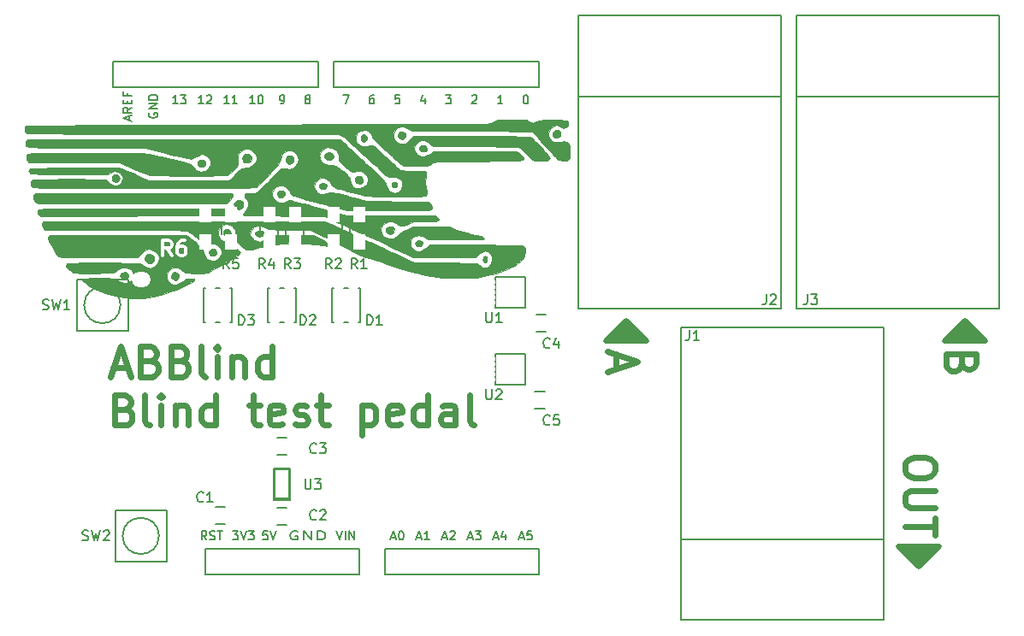
<source format=gto>
G04 #@! TF.FileFunction,Legend,Top*
%FSLAX46Y46*%
G04 Gerber Fmt 4.6, Leading zero omitted, Abs format (unit mm)*
G04 Created by KiCad (PCBNEW 0.201510170916+6271~30~ubuntu14.04.1-product) date Tue 27 Oct 2015 03:36:54 PM CET*
%MOMM*%
G01*
G04 APERTURE LIST*
%ADD10C,0.100000*%
%ADD11C,0.600000*%
%ADD12C,0.500000*%
%ADD13C,0.150000*%
%ADD14C,0.203200*%
%ADD15C,0.010000*%
%ADD16C,0.300000*%
%ADD17R,1.500000X1.250000*%
%ADD18C,2.500000*%
%ADD19R,1.300000X1.500000*%
%ADD20O,1.900000X1.500000*%
%ADD21R,0.600000X0.400000*%
%ADD22O,1.524000X2.032000*%
%ADD23R,0.750000X1.400000*%
%ADD24R,1.450000X0.300000*%
G04 APERTURE END LIST*
D10*
D11*
X115379429Y-90048000D02*
X116808000Y-90048000D01*
X115093714Y-90905143D02*
X116093714Y-87905143D01*
X117093714Y-90905143D01*
X119093715Y-89333714D02*
X119522286Y-89476571D01*
X119665143Y-89619429D01*
X119808000Y-89905143D01*
X119808000Y-90333714D01*
X119665143Y-90619429D01*
X119522286Y-90762286D01*
X119236572Y-90905143D01*
X118093715Y-90905143D01*
X118093715Y-87905143D01*
X119093715Y-87905143D01*
X119379429Y-88048000D01*
X119522286Y-88190857D01*
X119665143Y-88476571D01*
X119665143Y-88762286D01*
X119522286Y-89048000D01*
X119379429Y-89190857D01*
X119093715Y-89333714D01*
X118093715Y-89333714D01*
X122093715Y-89333714D02*
X122522286Y-89476571D01*
X122665143Y-89619429D01*
X122808000Y-89905143D01*
X122808000Y-90333714D01*
X122665143Y-90619429D01*
X122522286Y-90762286D01*
X122236572Y-90905143D01*
X121093715Y-90905143D01*
X121093715Y-87905143D01*
X122093715Y-87905143D01*
X122379429Y-88048000D01*
X122522286Y-88190857D01*
X122665143Y-88476571D01*
X122665143Y-88762286D01*
X122522286Y-89048000D01*
X122379429Y-89190857D01*
X122093715Y-89333714D01*
X121093715Y-89333714D01*
X124522286Y-90905143D02*
X124236572Y-90762286D01*
X124093715Y-90476571D01*
X124093715Y-87905143D01*
X125665144Y-90905143D02*
X125665144Y-88905143D01*
X125665144Y-87905143D02*
X125522287Y-88048000D01*
X125665144Y-88190857D01*
X125808001Y-88048000D01*
X125665144Y-87905143D01*
X125665144Y-88190857D01*
X127093715Y-88905143D02*
X127093715Y-90905143D01*
X127093715Y-89190857D02*
X127236572Y-89048000D01*
X127522286Y-88905143D01*
X127950858Y-88905143D01*
X128236572Y-89048000D01*
X128379429Y-89333714D01*
X128379429Y-90905143D01*
X131093715Y-90905143D02*
X131093715Y-87905143D01*
X131093715Y-90762286D02*
X130808001Y-90905143D01*
X130236572Y-90905143D01*
X129950858Y-90762286D01*
X129808001Y-90619429D01*
X129665144Y-90333714D01*
X129665144Y-89476571D01*
X129808001Y-89190857D01*
X129950858Y-89048000D01*
X130236572Y-88905143D01*
X130808001Y-88905143D01*
X131093715Y-89048000D01*
X116522286Y-94133714D02*
X116950857Y-94276571D01*
X117093714Y-94419429D01*
X117236571Y-94705143D01*
X117236571Y-95133714D01*
X117093714Y-95419429D01*
X116950857Y-95562286D01*
X116665143Y-95705143D01*
X115522286Y-95705143D01*
X115522286Y-92705143D01*
X116522286Y-92705143D01*
X116808000Y-92848000D01*
X116950857Y-92990857D01*
X117093714Y-93276571D01*
X117093714Y-93562286D01*
X116950857Y-93848000D01*
X116808000Y-93990857D01*
X116522286Y-94133714D01*
X115522286Y-94133714D01*
X118950857Y-95705143D02*
X118665143Y-95562286D01*
X118522286Y-95276571D01*
X118522286Y-92705143D01*
X120093715Y-95705143D02*
X120093715Y-93705143D01*
X120093715Y-92705143D02*
X119950858Y-92848000D01*
X120093715Y-92990857D01*
X120236572Y-92848000D01*
X120093715Y-92705143D01*
X120093715Y-92990857D01*
X121522286Y-93705143D02*
X121522286Y-95705143D01*
X121522286Y-93990857D02*
X121665143Y-93848000D01*
X121950857Y-93705143D01*
X122379429Y-93705143D01*
X122665143Y-93848000D01*
X122808000Y-94133714D01*
X122808000Y-95705143D01*
X125522286Y-95705143D02*
X125522286Y-92705143D01*
X125522286Y-95562286D02*
X125236572Y-95705143D01*
X124665143Y-95705143D01*
X124379429Y-95562286D01*
X124236572Y-95419429D01*
X124093715Y-95133714D01*
X124093715Y-94276571D01*
X124236572Y-93990857D01*
X124379429Y-93848000D01*
X124665143Y-93705143D01*
X125236572Y-93705143D01*
X125522286Y-93848000D01*
X128808000Y-93705143D02*
X129950857Y-93705143D01*
X129236572Y-92705143D02*
X129236572Y-95276571D01*
X129379429Y-95562286D01*
X129665143Y-95705143D01*
X129950857Y-95705143D01*
X132093715Y-95562286D02*
X131808001Y-95705143D01*
X131236572Y-95705143D01*
X130950858Y-95562286D01*
X130808001Y-95276571D01*
X130808001Y-94133714D01*
X130950858Y-93848000D01*
X131236572Y-93705143D01*
X131808001Y-93705143D01*
X132093715Y-93848000D01*
X132236572Y-94133714D01*
X132236572Y-94419429D01*
X130808001Y-94705143D01*
X133379430Y-95562286D02*
X133665144Y-95705143D01*
X134236572Y-95705143D01*
X134522287Y-95562286D01*
X134665144Y-95276571D01*
X134665144Y-95133714D01*
X134522287Y-94848000D01*
X134236572Y-94705143D01*
X133808001Y-94705143D01*
X133522287Y-94562286D01*
X133379430Y-94276571D01*
X133379430Y-94133714D01*
X133522287Y-93848000D01*
X133808001Y-93705143D01*
X134236572Y-93705143D01*
X134522287Y-93848000D01*
X135522286Y-93705143D02*
X136665143Y-93705143D01*
X135950858Y-92705143D02*
X135950858Y-95276571D01*
X136093715Y-95562286D01*
X136379429Y-95705143D01*
X136665143Y-95705143D01*
X139950858Y-93705143D02*
X139950858Y-96705143D01*
X139950858Y-93848000D02*
X140236572Y-93705143D01*
X140808001Y-93705143D01*
X141093715Y-93848000D01*
X141236572Y-93990857D01*
X141379429Y-94276571D01*
X141379429Y-95133714D01*
X141236572Y-95419429D01*
X141093715Y-95562286D01*
X140808001Y-95705143D01*
X140236572Y-95705143D01*
X139950858Y-95562286D01*
X143808001Y-95562286D02*
X143522287Y-95705143D01*
X142950858Y-95705143D01*
X142665144Y-95562286D01*
X142522287Y-95276571D01*
X142522287Y-94133714D01*
X142665144Y-93848000D01*
X142950858Y-93705143D01*
X143522287Y-93705143D01*
X143808001Y-93848000D01*
X143950858Y-94133714D01*
X143950858Y-94419429D01*
X142522287Y-94705143D01*
X146522287Y-95705143D02*
X146522287Y-92705143D01*
X146522287Y-95562286D02*
X146236573Y-95705143D01*
X145665144Y-95705143D01*
X145379430Y-95562286D01*
X145236573Y-95419429D01*
X145093716Y-95133714D01*
X145093716Y-94276571D01*
X145236573Y-93990857D01*
X145379430Y-93848000D01*
X145665144Y-93705143D01*
X146236573Y-93705143D01*
X146522287Y-93848000D01*
X149236573Y-95705143D02*
X149236573Y-94133714D01*
X149093716Y-93848000D01*
X148808002Y-93705143D01*
X148236573Y-93705143D01*
X147950859Y-93848000D01*
X149236573Y-95562286D02*
X148950859Y-95705143D01*
X148236573Y-95705143D01*
X147950859Y-95562286D01*
X147808002Y-95276571D01*
X147808002Y-94990857D01*
X147950859Y-94705143D01*
X148236573Y-94562286D01*
X148950859Y-94562286D01*
X149236573Y-94419429D01*
X151093716Y-95705143D02*
X150808002Y-95562286D01*
X150665145Y-95276571D01*
X150665145Y-92705143D01*
X165108000Y-88693715D02*
X165108000Y-90122286D01*
X164250857Y-88408000D02*
X167250857Y-89408000D01*
X164250857Y-90408000D01*
D12*
X166116000Y-86868000D02*
X165608000Y-87376000D01*
X166624000Y-87376000D02*
X166116000Y-86868000D01*
X165100000Y-87376000D02*
X166624000Y-87376000D01*
X166116000Y-86360000D02*
X165100000Y-87376000D01*
X167132000Y-87376000D02*
X166116000Y-86360000D01*
X167640000Y-87376000D02*
X167132000Y-87376000D01*
X164592000Y-87376000D02*
X167640000Y-87376000D01*
X166116000Y-85852000D02*
X164592000Y-87376000D01*
X167640000Y-87376000D02*
X166116000Y-85852000D01*
X168148000Y-87376000D02*
X167640000Y-87376000D01*
X166116000Y-85344000D02*
X168148000Y-87376000D01*
X164084000Y-87376000D02*
X166116000Y-85344000D01*
X167640000Y-87376000D02*
X164084000Y-87376000D01*
X201168000Y-87376000D02*
X197612000Y-87376000D01*
X197612000Y-87376000D02*
X199644000Y-85344000D01*
X199644000Y-85344000D02*
X201676000Y-87376000D01*
X201676000Y-87376000D02*
X201168000Y-87376000D01*
X201168000Y-87376000D02*
X199644000Y-85852000D01*
X199644000Y-85852000D02*
X198120000Y-87376000D01*
X198120000Y-87376000D02*
X201168000Y-87376000D01*
X201168000Y-87376000D02*
X200660000Y-87376000D01*
X200660000Y-87376000D02*
X199644000Y-86360000D01*
X199644000Y-86360000D02*
X198628000Y-87376000D01*
X198628000Y-87376000D02*
X200152000Y-87376000D01*
X200152000Y-87376000D02*
X199644000Y-86868000D01*
X199644000Y-86868000D02*
X199136000Y-87376000D01*
D11*
X199350286Y-89622286D02*
X199207429Y-90050857D01*
X199064571Y-90193714D01*
X198778857Y-90336571D01*
X198350286Y-90336571D01*
X198064571Y-90193714D01*
X197921714Y-90050857D01*
X197778857Y-89765143D01*
X197778857Y-88622286D01*
X200778857Y-88622286D01*
X200778857Y-89622286D01*
X200636000Y-89908000D01*
X200493143Y-90050857D01*
X200207429Y-90193714D01*
X199921714Y-90193714D01*
X199636000Y-90050857D01*
X199493143Y-89908000D01*
X199350286Y-89622286D01*
X199350286Y-88622286D01*
D12*
X195072000Y-108204000D02*
X195580000Y-107696000D01*
X194564000Y-107696000D02*
X195072000Y-108204000D01*
X196088000Y-107696000D02*
X194564000Y-107696000D01*
X195072000Y-108712000D02*
X196088000Y-107696000D01*
X194056000Y-107696000D02*
X195072000Y-108712000D01*
X193548000Y-107696000D02*
X194056000Y-107696000D01*
X196596000Y-107696000D02*
X193548000Y-107696000D01*
X195072000Y-109220000D02*
X196596000Y-107696000D01*
X193548000Y-107696000D02*
X195072000Y-109220000D01*
X193040000Y-107696000D02*
X193548000Y-107696000D01*
X195072000Y-109728000D02*
X193040000Y-107696000D01*
X197104000Y-107696000D02*
X195072000Y-109728000D01*
X193548000Y-107696000D02*
X197104000Y-107696000D01*
D11*
X196714857Y-99616000D02*
X196714857Y-100187429D01*
X196572000Y-100473143D01*
X196286286Y-100758857D01*
X195714857Y-100901715D01*
X194714857Y-100901715D01*
X194143429Y-100758857D01*
X193857714Y-100473143D01*
X193714857Y-100187429D01*
X193714857Y-99616000D01*
X193857714Y-99330286D01*
X194143429Y-99044572D01*
X194714857Y-98901715D01*
X195714857Y-98901715D01*
X196286286Y-99044572D01*
X196572000Y-99330286D01*
X196714857Y-99616000D01*
X196714857Y-102187429D02*
X194286286Y-102187429D01*
X194000571Y-102330286D01*
X193857714Y-102473143D01*
X193714857Y-102758857D01*
X193714857Y-103330286D01*
X193857714Y-103616000D01*
X194000571Y-103758857D01*
X194286286Y-103901714D01*
X196714857Y-103901714D01*
X196714857Y-104901714D02*
X196714857Y-106616000D01*
X193714857Y-105758857D02*
X196714857Y-105758857D01*
D13*
X125484000Y-105498000D02*
X126484000Y-105498000D01*
X126484000Y-103798000D02*
X125484000Y-103798000D01*
X131580000Y-105625000D02*
X132580000Y-105625000D01*
X132580000Y-103925000D02*
X131580000Y-103925000D01*
X132580000Y-96940000D02*
X131580000Y-96940000D01*
X131580000Y-98640000D02*
X132580000Y-98640000D01*
X158234000Y-84748000D02*
X157234000Y-84748000D01*
X157234000Y-86448000D02*
X158234000Y-86448000D01*
X158107000Y-92368000D02*
X157107000Y-92368000D01*
X157107000Y-94068000D02*
X158107000Y-94068000D01*
X191610000Y-107020000D02*
X191610000Y-115020000D01*
X191610000Y-115020000D02*
X171610000Y-115020000D01*
X171610000Y-115020000D02*
X171610000Y-107020000D01*
X171610000Y-86020000D02*
X171610000Y-107020000D01*
X171610000Y-107020000D02*
X191610000Y-107020000D01*
X191610000Y-107020000D02*
X191610000Y-86020000D01*
X191610000Y-86020000D02*
X171610000Y-86020000D01*
X161450000Y-63160000D02*
X161450000Y-55160000D01*
X161450000Y-55160000D02*
X181450000Y-55160000D01*
X181450000Y-55160000D02*
X181450000Y-63160000D01*
X181450000Y-84160000D02*
X181450000Y-63160000D01*
X181450000Y-63160000D02*
X161450000Y-63160000D01*
X161450000Y-63160000D02*
X161450000Y-84160000D01*
X161450000Y-84160000D02*
X181450000Y-84160000D01*
X183040000Y-63160000D02*
X183040000Y-55160000D01*
X183040000Y-55160000D02*
X203040000Y-55160000D01*
X203040000Y-55160000D02*
X203040000Y-63160000D01*
X203040000Y-84160000D02*
X203040000Y-63160000D01*
X203040000Y-63160000D02*
X183040000Y-63160000D01*
X183040000Y-63160000D02*
X183040000Y-84160000D01*
X183040000Y-84160000D02*
X203040000Y-84160000D01*
X138825000Y-76800000D02*
X138825000Y-75600000D01*
X140575000Y-75600000D02*
X140575000Y-76800000D01*
X136285000Y-76800000D02*
X136285000Y-75600000D01*
X138035000Y-75600000D02*
X138035000Y-76800000D01*
X132475000Y-76800000D02*
X132475000Y-75600000D01*
X134225000Y-75600000D02*
X134225000Y-76800000D01*
X129935000Y-76800000D02*
X129935000Y-75600000D01*
X131685000Y-75600000D02*
X131685000Y-76800000D01*
X126125000Y-76800000D02*
X126125000Y-75600000D01*
X127875000Y-75600000D02*
X127875000Y-76800000D01*
X123585000Y-76800000D02*
X123585000Y-75600000D01*
X125335000Y-75600000D02*
X125335000Y-76800000D01*
X111760000Y-81280000D02*
X116840000Y-81280000D01*
X116840000Y-81280000D02*
X116840000Y-86360000D01*
X116840000Y-86360000D02*
X111760000Y-86360000D01*
X111760000Y-86360000D02*
X111760000Y-81280000D01*
X116096051Y-83820000D02*
G75*
G03X116096051Y-83820000I-1796051J0D01*
G01*
X120650000Y-109220000D02*
X115570000Y-109220000D01*
X115570000Y-109220000D02*
X115570000Y-104140000D01*
X115570000Y-104140000D02*
X120650000Y-104140000D01*
X120650000Y-104140000D02*
X120650000Y-109220000D01*
X119906051Y-106680000D02*
G75*
G03X119906051Y-106680000I-1796051J0D01*
G01*
X131380000Y-103000000D02*
X131380000Y-100100000D01*
X131380000Y-100100000D02*
X132780000Y-100100000D01*
X132780000Y-103000000D02*
X131280000Y-103000000D01*
X132780000Y-100100000D02*
X132780000Y-103100000D01*
X132880000Y-101600000D02*
X132880000Y-103100000D01*
X132880000Y-103100000D02*
X131280000Y-103100000D01*
X131280000Y-103100000D02*
X131280000Y-100000000D01*
X131280000Y-100000000D02*
X132880000Y-100000000D01*
X132880000Y-100000000D02*
X132880000Y-101600000D01*
D14*
X157480000Y-107950000D02*
X157480000Y-110490000D01*
X139700000Y-107950000D02*
X124460000Y-107950000D01*
X124460000Y-107950000D02*
X124460000Y-110490000D01*
X124460000Y-110490000D02*
X139700000Y-110490000D01*
X139700000Y-107950000D02*
X139700000Y-110490000D01*
X142240000Y-107950000D02*
X157480000Y-107950000D01*
X157480000Y-110490000D02*
X142240000Y-110490000D01*
X142240000Y-110490000D02*
X142240000Y-107950000D01*
X135636000Y-59690000D02*
X115316000Y-59690000D01*
X115316000Y-59690000D02*
X115316000Y-62230000D01*
X115316000Y-62230000D02*
X135636000Y-62230000D01*
X135636000Y-62230000D02*
X135636000Y-59690000D01*
X157480000Y-59690000D02*
X137160000Y-59690000D01*
X137160000Y-59690000D02*
X137160000Y-62230000D01*
X137160000Y-62230000D02*
X157480000Y-62230000D01*
X157480000Y-62230000D02*
X157480000Y-59690000D01*
D13*
X137230000Y-85520000D02*
X137030000Y-85520000D01*
X138630000Y-85520000D02*
X138230000Y-85520000D01*
X139830000Y-85520000D02*
X139630000Y-85520000D01*
X137230000Y-82120000D02*
X137030000Y-82120000D01*
X138630000Y-82120000D02*
X138230000Y-82120000D01*
X139830000Y-82120000D02*
X139630000Y-82120000D01*
X137030000Y-82120000D02*
X137030000Y-85520000D01*
X139830000Y-85520000D02*
X139830000Y-82120000D01*
X130880000Y-85520000D02*
X130680000Y-85520000D01*
X132280000Y-85520000D02*
X131880000Y-85520000D01*
X133480000Y-85520000D02*
X133280000Y-85520000D01*
X130880000Y-82120000D02*
X130680000Y-82120000D01*
X132280000Y-82120000D02*
X131880000Y-82120000D01*
X133480000Y-82120000D02*
X133280000Y-82120000D01*
X130680000Y-82120000D02*
X130680000Y-85520000D01*
X133480000Y-85520000D02*
X133480000Y-82120000D01*
X124530000Y-85520000D02*
X124330000Y-85520000D01*
X125930000Y-85520000D02*
X125530000Y-85520000D01*
X127130000Y-85520000D02*
X126930000Y-85520000D01*
X124530000Y-82120000D02*
X124330000Y-82120000D01*
X125930000Y-82120000D02*
X125530000Y-82120000D01*
X127130000Y-82120000D02*
X126930000Y-82120000D01*
X124330000Y-82120000D02*
X124330000Y-85520000D01*
X127130000Y-85520000D02*
X127130000Y-82120000D01*
X153186000Y-81050000D02*
X156186000Y-81050000D01*
X156186000Y-81050000D02*
X156186000Y-84050000D01*
X156186000Y-84050000D02*
X153186000Y-84050000D01*
X153186000Y-84050000D02*
X153186000Y-81050000D01*
X153186000Y-88670000D02*
X156186000Y-88670000D01*
X156186000Y-88670000D02*
X156186000Y-91670000D01*
X156186000Y-91670000D02*
X153186000Y-91670000D01*
X153186000Y-91670000D02*
X153186000Y-88670000D01*
D15*
G36*
X116426610Y-83091152D02*
X115487430Y-82932103D01*
X114580820Y-82674379D01*
X113715306Y-82318096D01*
X113671752Y-82296959D01*
X113234349Y-82070931D01*
X112875775Y-81860303D01*
X112600864Y-81668987D01*
X112414450Y-81500891D01*
X112321367Y-81359928D01*
X112326448Y-81250008D01*
X112346586Y-81224871D01*
X112422213Y-81203996D01*
X112594112Y-81185920D01*
X112848144Y-81171072D01*
X113170173Y-81159877D01*
X113546060Y-81152762D01*
X113961668Y-81150155D01*
X114402859Y-81152481D01*
X114636479Y-81155761D01*
X115442306Y-81169565D01*
X115774544Y-81392657D01*
X116120957Y-81580473D01*
X116441700Y-81661106D01*
X116737601Y-81634583D01*
X117009488Y-81500932D01*
X117092480Y-81434732D01*
X117310085Y-81197566D01*
X117417522Y-80964032D01*
X117414939Y-80732673D01*
X117302484Y-80502030D01*
X117199990Y-80381229D01*
X116934853Y-80179793D01*
X116632472Y-80082244D01*
X116362852Y-80079741D01*
X116215013Y-80108907D01*
X116064303Y-80170071D01*
X115887710Y-80275831D01*
X115662224Y-80438783D01*
X115552250Y-80523529D01*
X115506889Y-80556490D01*
X115456327Y-80583011D01*
X115388571Y-80603920D01*
X115291630Y-80620045D01*
X115153509Y-80632215D01*
X114962218Y-80641256D01*
X114705764Y-80647997D01*
X114372154Y-80653265D01*
X113949397Y-80657890D01*
X113552936Y-80661556D01*
X112952594Y-80665107D01*
X112458380Y-80663936D01*
X112066083Y-80657945D01*
X111771495Y-80647041D01*
X111570405Y-80631126D01*
X111472522Y-80614324D01*
X111287302Y-80533162D01*
X111093895Y-80398763D01*
X110917299Y-80235168D01*
X110782511Y-80066419D01*
X110714529Y-79916558D01*
X110710870Y-79881787D01*
X110753694Y-79740009D01*
X110819902Y-79679446D01*
X110895868Y-79666062D01*
X111070531Y-79654968D01*
X111345522Y-79646145D01*
X111722467Y-79639573D01*
X112202996Y-79635232D01*
X112788737Y-79633104D01*
X113481319Y-79633169D01*
X114282370Y-79635406D01*
X114450457Y-79636091D01*
X117971980Y-79651087D01*
X118320617Y-79883923D01*
X118594144Y-80048654D01*
X118817949Y-80137112D01*
X119016472Y-80154850D01*
X119214156Y-80107421D01*
X119246835Y-80094368D01*
X119546863Y-79914348D01*
X119765826Y-79659912D01*
X119856563Y-79474226D01*
X119911616Y-79297382D01*
X119915473Y-79152935D01*
X119881988Y-79011105D01*
X119770120Y-78785933D01*
X119587287Y-78566233D01*
X119368609Y-78388114D01*
X119189532Y-78299182D01*
X118986686Y-78252876D01*
X118803843Y-78264714D01*
X118620372Y-78343287D01*
X118415642Y-78497186D01*
X118186828Y-78716726D01*
X117786236Y-79126522D01*
X113997332Y-79126522D01*
X113238598Y-79126585D01*
X112582403Y-79126369D01*
X112020851Y-79125264D01*
X111546047Y-79122661D01*
X111150094Y-79117952D01*
X110825097Y-79110527D01*
X110563161Y-79099777D01*
X110356390Y-79085093D01*
X110196888Y-79065867D01*
X110076760Y-79041488D01*
X109988110Y-79011349D01*
X109923042Y-78974840D01*
X109873661Y-78931351D01*
X109832072Y-78880275D01*
X109790378Y-78821002D01*
X109776236Y-78800922D01*
X109668045Y-78637097D01*
X109536982Y-78420692D01*
X109394110Y-78172204D01*
X109250488Y-77912129D01*
X109117177Y-77660963D01*
X109005236Y-77439201D01*
X108925727Y-77267339D01*
X108889710Y-77165873D01*
X108888696Y-77156229D01*
X108931400Y-77034228D01*
X109011417Y-76948566D01*
X109038496Y-76935619D01*
X109084613Y-76924022D01*
X109155533Y-76913703D01*
X109257023Y-76904589D01*
X109394849Y-76896606D01*
X109574776Y-76889682D01*
X109802572Y-76883745D01*
X110084002Y-76878721D01*
X110424832Y-76874539D01*
X110830829Y-76871124D01*
X111307758Y-76868404D01*
X111861386Y-76866307D01*
X112497479Y-76864759D01*
X113221802Y-76863689D01*
X114040123Y-76863022D01*
X114958206Y-76862687D01*
X115822080Y-76862609D01*
X122510022Y-76862609D01*
X122740426Y-76986848D01*
X122880195Y-77077053D01*
X123072025Y-77220731D01*
X123296020Y-77400735D01*
X123532288Y-77599922D01*
X123760934Y-77801147D01*
X123962065Y-77987265D01*
X124115785Y-78141133D01*
X124202201Y-78245606D01*
X124203483Y-78247695D01*
X124267879Y-78388840D01*
X124329737Y-78578574D01*
X124350338Y-78660622D01*
X124465893Y-78976795D01*
X124646056Y-79219938D01*
X124876367Y-79381899D01*
X125142367Y-79454527D01*
X125429595Y-79429672D01*
X125602343Y-79366370D01*
X125803391Y-79218509D01*
X125970323Y-78999454D01*
X126076379Y-78748198D01*
X126095774Y-78647318D01*
X126073109Y-78407178D01*
X125962170Y-78164397D01*
X125779790Y-77950222D01*
X125677222Y-77870369D01*
X125465537Y-77750906D01*
X125269330Y-77703961D01*
X125042190Y-77721823D01*
X124929348Y-77746087D01*
X124737358Y-77780088D01*
X124568930Y-77789700D01*
X124502047Y-77782253D01*
X124415658Y-77736798D01*
X124262175Y-77632469D01*
X124058718Y-77481834D01*
X123822409Y-77297460D01*
X123638740Y-77148572D01*
X123382749Y-76943118D01*
X123140469Y-76758486D01*
X122930973Y-76608489D01*
X122773334Y-76506941D01*
X122705182Y-76472494D01*
X122658174Y-76460917D01*
X122578774Y-76450357D01*
X122461626Y-76440736D01*
X122301373Y-76431973D01*
X122092659Y-76423990D01*
X121830127Y-76416709D01*
X121508422Y-76410050D01*
X121122186Y-76403935D01*
X120666063Y-76398285D01*
X120134697Y-76393020D01*
X119522732Y-76388062D01*
X118824810Y-76383332D01*
X118035576Y-76378751D01*
X117149673Y-76374240D01*
X116161745Y-76369721D01*
X115550947Y-76367111D01*
X108602111Y-76338043D01*
X108469590Y-76172391D01*
X108355227Y-75973005D01*
X108322729Y-75778913D01*
X108373552Y-75615674D01*
X108434159Y-75550875D01*
X108463366Y-75543330D01*
X108532957Y-75536363D01*
X108646405Y-75529959D01*
X108807184Y-75524105D01*
X109018765Y-75518787D01*
X109284622Y-75513991D01*
X109608227Y-75509703D01*
X109993053Y-75505910D01*
X110442573Y-75502599D01*
X110960259Y-75499754D01*
X111549585Y-75497363D01*
X112214023Y-75495413D01*
X112957046Y-75493888D01*
X113782126Y-75492776D01*
X114692738Y-75492063D01*
X115692352Y-75491734D01*
X116784442Y-75491777D01*
X117972481Y-75492178D01*
X119259942Y-75492923D01*
X120650297Y-75493997D01*
X122147020Y-75495388D01*
X122414145Y-75495657D01*
X136304130Y-75509783D01*
X136939130Y-75794374D01*
X137162692Y-75895687D01*
X137465132Y-76034382D01*
X137825444Y-76200737D01*
X138222620Y-76385030D01*
X138635655Y-76577539D01*
X139009783Y-76752695D01*
X139403414Y-76936901D01*
X139786369Y-77115151D01*
X140140902Y-77279258D01*
X140449265Y-77421032D01*
X140693714Y-77532288D01*
X140856502Y-77604836D01*
X140859565Y-77606167D01*
X141004101Y-77670629D01*
X141234528Y-77775568D01*
X141536789Y-77914486D01*
X141896830Y-78080886D01*
X142300594Y-78268271D01*
X142734024Y-78470144D01*
X143183066Y-78680008D01*
X143206304Y-78690889D01*
X145138913Y-79595870D01*
X148233600Y-79623478D01*
X148899796Y-79629625D01*
X149464398Y-79635449D01*
X149936241Y-79641296D01*
X150324165Y-79647511D01*
X150637006Y-79654438D01*
X150883602Y-79662422D01*
X151072790Y-79671809D01*
X151213408Y-79682943D01*
X151314294Y-79696169D01*
X151384285Y-79711832D01*
X151432218Y-79730277D01*
X151463817Y-79749550D01*
X151600123Y-79848552D01*
X151760420Y-79964949D01*
X151786970Y-79984224D01*
X152034518Y-80106623D01*
X152282510Y-80121872D01*
X152517370Y-80030864D01*
X152643983Y-79927988D01*
X152803010Y-79708210D01*
X152883227Y-79462701D01*
X152892536Y-79209002D01*
X152838837Y-78964656D01*
X152730031Y-78747203D01*
X152574018Y-78574186D01*
X152378701Y-78463146D01*
X152151979Y-78431625D01*
X151984722Y-78464292D01*
X151826753Y-78550474D01*
X151656571Y-78695322D01*
X151588880Y-78769431D01*
X151449885Y-78915871D01*
X151311809Y-79030194D01*
X151242856Y-79070302D01*
X151158702Y-79085004D01*
X150982132Y-79096960D01*
X150710455Y-79106205D01*
X150340980Y-79112779D01*
X149871016Y-79116718D01*
X149297872Y-79118060D01*
X148618856Y-79116844D01*
X148090980Y-79114553D01*
X145083696Y-79098913D01*
X144365870Y-78762532D01*
X144115250Y-78645453D01*
X143787250Y-78492772D01*
X143404776Y-78315122D01*
X142990739Y-78123135D01*
X142568047Y-77927445D01*
X142240000Y-77775809D01*
X141323920Y-77352612D01*
X140503963Y-76973643D01*
X139775934Y-76636954D01*
X139135637Y-76340598D01*
X138578876Y-76082630D01*
X138101457Y-75861102D01*
X137699184Y-75674066D01*
X137367861Y-75519577D01*
X137103293Y-75395688D01*
X136901285Y-75300451D01*
X136757641Y-75231919D01*
X136745870Y-75226239D01*
X136304130Y-75012826D01*
X132306859Y-74985217D01*
X131542818Y-74979780D01*
X130881708Y-74974619D01*
X130316026Y-74969513D01*
X129838268Y-74964242D01*
X129440933Y-74958584D01*
X129116517Y-74952317D01*
X128857517Y-74945220D01*
X128656431Y-74937073D01*
X128505755Y-74927653D01*
X128397986Y-74916739D01*
X128325623Y-74904111D01*
X128281161Y-74889546D01*
X128257098Y-74872824D01*
X128251581Y-74865604D01*
X128232226Y-74792469D01*
X128272662Y-74699925D01*
X128384488Y-74562311D01*
X128392882Y-74552989D01*
X128563103Y-74350013D01*
X128664459Y-74183585D01*
X128713202Y-74019891D01*
X128725354Y-73861171D01*
X128690806Y-73611891D01*
X128572880Y-73357330D01*
X128429459Y-73155875D01*
X128350605Y-72999273D01*
X128364236Y-72862645D01*
X128465770Y-72769796D01*
X128506503Y-72755629D01*
X128623956Y-72738571D01*
X128809701Y-72726434D01*
X129003830Y-72722058D01*
X129320867Y-72699076D01*
X129558728Y-72628872D01*
X129583613Y-72616777D01*
X129676699Y-72549199D01*
X129832770Y-72413018D01*
X130039272Y-72220189D01*
X130283650Y-71982668D01*
X130553351Y-71712412D01*
X130803949Y-71454621D01*
X131083324Y-71166874D01*
X131346060Y-70902317D01*
X131580113Y-70672606D01*
X131773440Y-70489395D01*
X131913995Y-70364341D01*
X131985720Y-70310994D01*
X132099420Y-70264286D01*
X132217861Y-70252763D01*
X132383044Y-70274890D01*
X132473363Y-70293191D01*
X132788258Y-70333966D01*
X133043962Y-70302996D01*
X133268950Y-70195701D01*
X133323814Y-70156354D01*
X133505321Y-69959972D01*
X133628638Y-69709745D01*
X133684781Y-69439005D01*
X133664765Y-69181084D01*
X133619461Y-69059522D01*
X133446181Y-68812578D01*
X133221367Y-68624555D01*
X132970025Y-68510383D01*
X132717164Y-68484987D01*
X132668542Y-68491888D01*
X132433051Y-68575227D01*
X132236754Y-68734885D01*
X132072563Y-68980216D01*
X131933386Y-69320575D01*
X131864733Y-69552412D01*
X131793408Y-69717250D01*
X131653103Y-69923043D01*
X131435415Y-70181760D01*
X131380278Y-70242629D01*
X131047407Y-70602926D01*
X130722113Y-70948408D01*
X130414289Y-71269082D01*
X130133825Y-71554957D01*
X129890614Y-71796041D01*
X129694547Y-71982343D01*
X129555516Y-72103870D01*
X129496373Y-72145605D01*
X129465983Y-72155005D01*
X129409450Y-72163643D01*
X129322423Y-72171549D01*
X129200552Y-72178755D01*
X129039485Y-72185291D01*
X128834873Y-72191188D01*
X128582364Y-72196477D01*
X128277607Y-72201190D01*
X127916251Y-72205356D01*
X127493946Y-72209007D01*
X127006341Y-72212174D01*
X126449085Y-72214887D01*
X125817828Y-72217178D01*
X125108217Y-72219077D01*
X124315903Y-72220616D01*
X123436535Y-72221824D01*
X122465761Y-72222734D01*
X121399232Y-72223376D01*
X120232596Y-72223781D01*
X118961502Y-72223980D01*
X118458703Y-72224008D01*
X117231412Y-72223791D01*
X116057615Y-72223075D01*
X114941247Y-72221877D01*
X113886245Y-72220216D01*
X112896543Y-72218109D01*
X111976078Y-72215575D01*
X111128784Y-72212630D01*
X110358597Y-72209294D01*
X109669453Y-72205584D01*
X109065287Y-72201518D01*
X108550035Y-72197113D01*
X108127631Y-72192389D01*
X107802012Y-72187362D01*
X107577114Y-72182052D01*
X107456870Y-72176475D01*
X107437653Y-72173776D01*
X107292196Y-72066863D01*
X107212477Y-71903950D01*
X107200233Y-71719033D01*
X107257200Y-71546107D01*
X107385113Y-71419170D01*
X107398743Y-71411879D01*
X107480526Y-71398123D01*
X107661139Y-71385710D01*
X107928986Y-71374661D01*
X108272470Y-71364996D01*
X108679994Y-71356735D01*
X109139961Y-71349898D01*
X109640776Y-71344507D01*
X110170840Y-71340580D01*
X110718559Y-71338139D01*
X111272334Y-71337204D01*
X111820569Y-71337794D01*
X112351668Y-71339930D01*
X112854035Y-71343633D01*
X113316071Y-71348922D01*
X113726181Y-71355819D01*
X114072768Y-71364342D01*
X114344235Y-71374513D01*
X114528986Y-71386352D01*
X114613905Y-71399270D01*
X114741464Y-71475199D01*
X114890751Y-71602488D01*
X114962609Y-71677756D01*
X115109213Y-71822171D01*
X115256328Y-71900845D01*
X115435091Y-71940727D01*
X115730834Y-71956662D01*
X115956498Y-71896810D01*
X116128087Y-71754561D01*
X116216557Y-71617906D01*
X116313289Y-71396966D01*
X116333937Y-71220140D01*
X116278624Y-71051614D01*
X116218804Y-70953786D01*
X116010217Y-70715493D01*
X115779078Y-70584345D01*
X115520663Y-70559260D01*
X115230246Y-70639157D01*
X115106233Y-70699104D01*
X114835726Y-70843913D01*
X111033950Y-70843913D01*
X110293880Y-70843843D01*
X109656335Y-70843486D01*
X109113407Y-70842617D01*
X108657184Y-70841014D01*
X108279759Y-70838453D01*
X107973221Y-70834711D01*
X107729661Y-70829565D01*
X107541170Y-70822791D01*
X107399839Y-70814167D01*
X107297757Y-70803468D01*
X107227015Y-70790472D01*
X107179704Y-70774956D01*
X107147915Y-70756695D01*
X107123737Y-70735467D01*
X107121739Y-70733478D01*
X107040559Y-70633243D01*
X107011304Y-70564196D01*
X107059126Y-70416919D01*
X107175810Y-70302205D01*
X107244522Y-70273406D01*
X107318741Y-70268000D01*
X107494606Y-70261979D01*
X107763330Y-70255477D01*
X108116127Y-70248629D01*
X108544210Y-70241567D01*
X109038793Y-70234427D01*
X109591090Y-70227342D01*
X110192313Y-70220446D01*
X110833676Y-70213874D01*
X111506393Y-70207760D01*
X111597775Y-70206988D01*
X115825334Y-70171606D01*
X116245077Y-70312509D01*
X116395334Y-70365204D01*
X116562370Y-70428843D01*
X116758495Y-70508761D01*
X116996019Y-70610289D01*
X117287251Y-70738764D01*
X117644500Y-70899517D01*
X118080077Y-71097883D01*
X118468913Y-71276085D01*
X118910652Y-71478913D01*
X122720652Y-71495218D01*
X123364158Y-71497490D01*
X123978708Y-71498729D01*
X124554828Y-71498973D01*
X125083045Y-71498263D01*
X125553884Y-71496638D01*
X125957872Y-71494138D01*
X126285536Y-71490802D01*
X126527401Y-71486671D01*
X126673994Y-71481783D01*
X126712286Y-71478503D01*
X126817121Y-71439862D01*
X126947700Y-71351639D01*
X127117686Y-71202748D01*
X127340745Y-70982103D01*
X127402504Y-70918472D01*
X127652877Y-70664119D01*
X127848631Y-70481356D01*
X128007858Y-70358652D01*
X128148650Y-70284477D01*
X128289096Y-70247298D01*
X128447289Y-70235585D01*
X128474323Y-70235309D01*
X128808810Y-70185810D01*
X129104774Y-70049702D01*
X129342974Y-69840803D01*
X129504165Y-69572930D01*
X129537779Y-69471727D01*
X129563295Y-69215234D01*
X129492366Y-68970687D01*
X129319816Y-68723161D01*
X129253824Y-68652546D01*
X128988625Y-68435096D01*
X128726683Y-68327843D01*
X128465917Y-68330677D01*
X128204243Y-68443489D01*
X128019384Y-68587866D01*
X127825890Y-68801323D01*
X127714831Y-69023376D01*
X127675377Y-69285579D01*
X127688723Y-69551374D01*
X127704860Y-69761644D01*
X127694200Y-69905082D01*
X127650881Y-70023287D01*
X127612878Y-70089601D01*
X127482564Y-70262410D01*
X127299264Y-70458361D01*
X127091912Y-70650878D01*
X126889442Y-70813384D01*
X126720790Y-70919303D01*
X126698662Y-70929313D01*
X126645524Y-70945550D01*
X126564360Y-70959512D01*
X126447406Y-70971360D01*
X126286901Y-70981251D01*
X126075083Y-70989348D01*
X125804189Y-70995809D01*
X125466457Y-71000795D01*
X125054124Y-71004465D01*
X124559429Y-71006980D01*
X123974608Y-71008499D01*
X123291900Y-71009183D01*
X122819056Y-71009257D01*
X121967372Y-71008346D01*
X121224161Y-71005742D01*
X120587477Y-71001415D01*
X120055370Y-70995335D01*
X119625892Y-70987471D01*
X119297095Y-70977793D01*
X119067032Y-70966270D01*
X118933753Y-70952872D01*
X118910652Y-70948027D01*
X118801816Y-70909662D01*
X118608043Y-70832696D01*
X118345141Y-70723766D01*
X118028919Y-70589506D01*
X117675185Y-70436552D01*
X117313188Y-70277493D01*
X115936593Y-69667882D01*
X111512971Y-69708012D01*
X110710273Y-69715228D01*
X110010672Y-69721261D01*
X109406833Y-69726005D01*
X108891424Y-69729356D01*
X108457110Y-69731209D01*
X108096559Y-69731457D01*
X107802437Y-69729996D01*
X107567411Y-69726720D01*
X107384147Y-69721524D01*
X107245312Y-69714302D01*
X107143573Y-69704950D01*
X107071595Y-69693361D01*
X107022046Y-69679431D01*
X106987593Y-69663054D01*
X106960901Y-69644124D01*
X106959000Y-69642592D01*
X106873524Y-69544050D01*
X106824750Y-69399950D01*
X106803326Y-69231659D01*
X106793659Y-69154818D01*
X106782156Y-69086475D01*
X106774854Y-69026134D01*
X106777788Y-68973301D01*
X106796993Y-68927483D01*
X106838505Y-68888183D01*
X106908358Y-68854908D01*
X107012588Y-68827163D01*
X107157230Y-68804454D01*
X107348320Y-68786286D01*
X107591893Y-68772165D01*
X107893984Y-68761597D01*
X108260629Y-68754086D01*
X108697863Y-68749138D01*
X109211720Y-68746259D01*
X109808238Y-68744955D01*
X110493450Y-68744731D01*
X111273392Y-68745091D01*
X112154099Y-68745543D01*
X112735164Y-68745652D01*
X113655134Y-68745560D01*
X114471977Y-68745479D01*
X115192999Y-68745704D01*
X115825506Y-68746529D01*
X116376806Y-68748248D01*
X116854206Y-68751155D01*
X117265011Y-68755544D01*
X117616530Y-68761710D01*
X117916068Y-68769946D01*
X118170933Y-68780547D01*
X118388431Y-68793806D01*
X118575868Y-68810018D01*
X118740553Y-68829477D01*
X118889791Y-68852478D01*
X119030889Y-68879313D01*
X119171154Y-68910278D01*
X119317893Y-68945666D01*
X119478413Y-68985772D01*
X119628478Y-69023133D01*
X119804942Y-69065916D01*
X120068636Y-69128889D01*
X120399222Y-69207243D01*
X120776361Y-69296167D01*
X121179716Y-69390851D01*
X121500055Y-69465751D01*
X121885980Y-69556879D01*
X122239701Y-69642417D01*
X122545956Y-69718513D01*
X122789482Y-69781316D01*
X122955018Y-69826973D01*
X123025968Y-69850867D01*
X123110298Y-69918661D01*
X123234639Y-70044269D01*
X123356257Y-70182027D01*
X123575070Y-70412190D01*
X123778405Y-70552280D01*
X123989129Y-70615790D01*
X124103804Y-70623043D01*
X124400102Y-70570585D01*
X124658402Y-70417223D01*
X124858031Y-70185283D01*
X124982192Y-69907779D01*
X124997163Y-69636443D01*
X124904185Y-69376778D01*
X124704501Y-69134285D01*
X124601247Y-69048047D01*
X124426068Y-68946288D01*
X124236662Y-68880590D01*
X124199785Y-68874148D01*
X124074776Y-68869194D01*
X123954011Y-68897997D01*
X123805292Y-68972257D01*
X123631739Y-69080584D01*
X123414008Y-69211865D01*
X123246032Y-69284021D01*
X123094107Y-69310245D01*
X123042946Y-69311086D01*
X122913039Y-69296484D01*
X122687603Y-69256521D01*
X122377959Y-69193756D01*
X121995426Y-69110746D01*
X121551323Y-69010049D01*
X121056969Y-68894223D01*
X120523685Y-68765826D01*
X119962789Y-68627417D01*
X119490435Y-68508305D01*
X118579348Y-68276304D01*
X112742061Y-68248696D01*
X111798192Y-68244413D01*
X110958622Y-68240734D01*
X110217222Y-68237255D01*
X109567859Y-68233568D01*
X109004403Y-68229268D01*
X108520724Y-68223949D01*
X108110691Y-68217205D01*
X107768173Y-68208630D01*
X107487039Y-68197818D01*
X107261159Y-68184363D01*
X107084401Y-68167860D01*
X106950636Y-68147903D01*
X106853732Y-68124085D01*
X106787559Y-68096001D01*
X106745986Y-68063244D01*
X106722882Y-68025409D01*
X106712116Y-67982091D01*
X106707558Y-67932882D01*
X106703078Y-67877377D01*
X106699190Y-67848602D01*
X106692270Y-67691556D01*
X106749051Y-67573078D01*
X106808967Y-67507317D01*
X106951067Y-67365217D01*
X122334363Y-67365217D01*
X123882774Y-67365251D01*
X125324572Y-67365369D01*
X126663581Y-67365591D01*
X127903622Y-67365942D01*
X129048519Y-67366443D01*
X130102092Y-67367116D01*
X131068166Y-67367984D01*
X131950562Y-67369069D01*
X132753103Y-67370394D01*
X133479611Y-67371980D01*
X134133909Y-67373851D01*
X134719819Y-67376029D01*
X135241164Y-67378535D01*
X135701766Y-67381393D01*
X136105447Y-67384624D01*
X136456030Y-67388251D01*
X136757338Y-67392297D01*
X137013192Y-67396783D01*
X137227416Y-67401732D01*
X137403832Y-67407167D01*
X137546262Y-67413109D01*
X137658528Y-67419581D01*
X137744454Y-67426606D01*
X137807861Y-67434205D01*
X137852572Y-67442401D01*
X137882409Y-67451217D01*
X137893552Y-67456176D01*
X137986760Y-67522128D01*
X138143037Y-67652420D01*
X138347162Y-67833506D01*
X138583909Y-68051843D01*
X138838057Y-68293885D01*
X138871029Y-68325850D01*
X139177607Y-68621548D01*
X139516477Y-68944842D01*
X139857764Y-69267457D01*
X140171594Y-69561116D01*
X140362719Y-69737774D01*
X140659002Y-70012146D01*
X140989675Y-70322455D01*
X141319064Y-70634990D01*
X141611496Y-70916040D01*
X141677451Y-70980165D01*
X141916832Y-71215784D01*
X142089370Y-71393532D01*
X142179306Y-71497305D01*
X140566704Y-71497305D01*
X140549499Y-71226664D01*
X140422898Y-70968966D01*
X140187123Y-70724939D01*
X140145619Y-70692065D01*
X139905686Y-70552792D01*
X139662519Y-70513534D01*
X139386902Y-70569802D01*
X139375549Y-70573711D01*
X139200538Y-70612218D01*
X139026854Y-70595853D01*
X138835367Y-70517178D01*
X138606947Y-70368753D01*
X138370162Y-70182774D01*
X138105706Y-69956142D01*
X137920336Y-69773229D01*
X137801305Y-69616415D01*
X137735866Y-69468079D01*
X137711273Y-69310600D01*
X137710041Y-69270217D01*
X137676561Y-69003985D01*
X137593065Y-68744550D01*
X137475607Y-68539473D01*
X137455199Y-68515394D01*
X137216564Y-68328544D01*
X136929136Y-68222868D01*
X136624669Y-68205575D01*
X136368801Y-68268796D01*
X136151304Y-68410981D01*
X135963922Y-68627753D01*
X135836991Y-68883264D01*
X135829999Y-68905495D01*
X135797738Y-69054260D01*
X135809985Y-69185597D01*
X135872471Y-69353804D01*
X135878866Y-69368342D01*
X136008843Y-69592608D01*
X136182004Y-69755056D01*
X136416090Y-69865335D01*
X136728840Y-69933092D01*
X136961994Y-69957376D01*
X137484940Y-69996928D01*
X137998883Y-70414581D01*
X138261414Y-70629818D01*
X138451573Y-70794073D01*
X138583552Y-70924943D01*
X138671538Y-71040024D01*
X138729721Y-71156914D01*
X138772292Y-71293209D01*
X138800072Y-71408161D01*
X138920629Y-71764170D01*
X139095263Y-72028103D01*
X139321010Y-72197302D01*
X139594905Y-72269106D01*
X139757307Y-72266886D01*
X140061005Y-72186544D01*
X140307666Y-72013243D01*
X140474294Y-71780158D01*
X140566704Y-71497305D01*
X142179306Y-71497305D01*
X142208676Y-71531193D01*
X142288358Y-71646551D01*
X142342024Y-71757388D01*
X142383285Y-71881488D01*
X142392760Y-71914884D01*
X142529362Y-72243701D01*
X142730173Y-72489869D01*
X142989078Y-72646391D01*
X143050326Y-72667237D01*
X143204882Y-72704055D01*
X143326953Y-72696879D01*
X143473002Y-72639697D01*
X143518937Y-72617349D01*
X143758699Y-72465886D01*
X143903962Y-72283844D01*
X143970540Y-72045908D01*
X143979348Y-71880159D01*
X143972559Y-71689942D01*
X143940154Y-71562968D01*
X143864080Y-71452307D01*
X143781410Y-71365642D01*
X143563219Y-71199639D01*
X143313393Y-71118431D01*
X143006140Y-71114305D01*
X142957826Y-71119352D01*
X142772003Y-71135057D01*
X142622732Y-71125644D01*
X142488302Y-71079878D01*
X142347005Y-70986527D01*
X142177130Y-70834355D01*
X141956967Y-70612129D01*
X141936304Y-70590752D01*
X141715877Y-70369613D01*
X141489733Y-70154771D01*
X141285381Y-69971699D01*
X141138414Y-69851846D01*
X141014337Y-69750686D01*
X140826139Y-69586033D01*
X140588757Y-69371500D01*
X140317129Y-69120699D01*
X140026195Y-68847244D01*
X139817583Y-68648224D01*
X139333524Y-68188066D01*
X138920065Y-67805266D01*
X138572847Y-67496078D01*
X138287515Y-67256757D01*
X138059712Y-67083556D01*
X137885082Y-66972732D01*
X137844812Y-66952223D01*
X137818224Y-66943713D01*
X137773074Y-66935790D01*
X137705594Y-66928431D01*
X137612014Y-66921618D01*
X137488565Y-66915329D01*
X137331478Y-66909545D01*
X137136983Y-66904244D01*
X136901312Y-66899407D01*
X136620696Y-66895012D01*
X136291364Y-66891040D01*
X135909548Y-66887470D01*
X135471479Y-66884281D01*
X134973388Y-66881454D01*
X134411505Y-66878968D01*
X133782061Y-66876801D01*
X133081286Y-66874935D01*
X132305413Y-66873349D01*
X131450671Y-66872021D01*
X130513291Y-66870932D01*
X129489505Y-66870061D01*
X128375542Y-66869389D01*
X127167634Y-66868893D01*
X125862012Y-66868555D01*
X124454906Y-66868353D01*
X122942547Y-66868267D01*
X122347830Y-66868261D01*
X120644900Y-66868106D01*
X119050633Y-66867637D01*
X117563258Y-66866847D01*
X116181002Y-66865730D01*
X114902096Y-66864278D01*
X113724766Y-66862484D01*
X112647243Y-66860342D01*
X111667753Y-66857845D01*
X110784527Y-66854987D01*
X109995792Y-66851760D01*
X109299777Y-66848157D01*
X108694710Y-66844172D01*
X108178821Y-66839797D01*
X107750337Y-66835027D01*
X107407488Y-66829854D01*
X107148502Y-66824272D01*
X106971607Y-66818273D01*
X106875032Y-66811851D01*
X106856716Y-66808626D01*
X106711191Y-66707592D01*
X106622250Y-66547527D01*
X106595017Y-66362998D01*
X106634616Y-66188570D01*
X106745616Y-66059168D01*
X106794074Y-66054459D01*
X106925593Y-66049720D01*
X107141200Y-66044948D01*
X107441926Y-66040137D01*
X107828799Y-66035283D01*
X108302848Y-66030382D01*
X108865102Y-66025429D01*
X109516591Y-66020420D01*
X110258344Y-66015349D01*
X111091390Y-66010213D01*
X112016757Y-66005007D01*
X113035475Y-65999725D01*
X114148573Y-65994365D01*
X115357081Y-65988921D01*
X116662026Y-65983388D01*
X118064439Y-65977762D01*
X119565348Y-65972039D01*
X121165783Y-65966214D01*
X122866772Y-65960282D01*
X124669345Y-65954239D01*
X126574531Y-65948081D01*
X128583359Y-65941802D01*
X130696857Y-65935399D01*
X132916056Y-65928866D01*
X135241984Y-65922199D01*
X137675670Y-65915394D01*
X140218143Y-65908446D01*
X141798261Y-65904201D01*
X142836860Y-65901348D01*
X143851234Y-65898405D01*
X144835366Y-65895397D01*
X145783244Y-65892348D01*
X146688852Y-65889282D01*
X147546177Y-65886223D01*
X148349203Y-65883196D01*
X149091918Y-65880225D01*
X149768306Y-65877334D01*
X150372353Y-65874548D01*
X150898044Y-65871891D01*
X151339366Y-65869387D01*
X151690305Y-65867061D01*
X151944845Y-65864937D01*
X152096972Y-65863039D01*
X152123913Y-65862460D01*
X152400059Y-65851725D01*
X152601933Y-65832255D01*
X152765688Y-65796690D01*
X152927478Y-65737669D01*
X153082613Y-65667283D01*
X153461529Y-65487826D01*
X156332102Y-65487826D01*
X156496157Y-65625870D01*
X156713104Y-65741734D01*
X156958808Y-65754472D01*
X157222468Y-65664063D01*
X157286739Y-65627310D01*
X157357321Y-65585425D01*
X157425960Y-65553143D01*
X157507455Y-65529194D01*
X157616608Y-65512306D01*
X157768221Y-65501207D01*
X157977094Y-65494627D01*
X158258028Y-65491295D01*
X158625826Y-65489939D01*
X158890804Y-65489549D01*
X159361422Y-65490678D01*
X159729825Y-65495613D01*
X160004181Y-65504719D01*
X160192656Y-65518358D01*
X160303418Y-65536894D01*
X160340261Y-65554087D01*
X160389392Y-65664295D01*
X160404511Y-65830096D01*
X160384664Y-66001711D01*
X160350655Y-66096431D01*
X160262494Y-66179861D01*
X160118804Y-66248745D01*
X160093802Y-66256315D01*
X159945806Y-66284156D01*
X159837235Y-66254692D01*
X159733913Y-66178102D01*
X159500241Y-66037373D01*
X159255091Y-66003802D01*
X158988424Y-66076490D01*
X158927586Y-66105769D01*
X158667506Y-66290899D01*
X158501023Y-66519683D01*
X158429378Y-66775227D01*
X158453807Y-67040640D01*
X158575551Y-67299031D01*
X158795848Y-67533506D01*
X158821406Y-67553511D01*
X158996002Y-67655546D01*
X159192457Y-67700022D01*
X159437820Y-67689637D01*
X159699228Y-67641005D01*
X159990622Y-67605842D01*
X160220556Y-67652058D01*
X160407321Y-67784643D01*
X160463611Y-67849486D01*
X160511081Y-67923495D01*
X160542538Y-68017000D01*
X160561117Y-68152782D01*
X160569951Y-68353624D01*
X160572174Y-68638656D01*
X160571212Y-68916220D01*
X160565546Y-69105291D01*
X160551007Y-69227806D01*
X160523426Y-69305707D01*
X160478633Y-69360932D01*
X160426684Y-69404253D01*
X160257305Y-69482211D01*
X160025746Y-69519411D01*
X159772752Y-69515126D01*
X159539064Y-69468628D01*
X159428489Y-69422065D01*
X159329913Y-69347435D01*
X159176636Y-69206968D01*
X158986518Y-69018079D01*
X158777417Y-68798184D01*
X158683915Y-68696000D01*
X158470209Y-68459123D01*
X158293423Y-68261663D01*
X158135794Y-68083135D01*
X157979557Y-67903051D01*
X157806948Y-67700925D01*
X157600205Y-67456270D01*
X157341562Y-67148601D01*
X157323315Y-67126867D01*
X157130725Y-66913292D01*
X156958153Y-66751671D01*
X156824918Y-66659712D01*
X156804314Y-66651107D01*
X156724577Y-66640321D01*
X156549483Y-66630668D01*
X156277471Y-66622133D01*
X155906979Y-66614700D01*
X155436444Y-66608353D01*
X154864305Y-66603078D01*
X154189000Y-66598859D01*
X153408967Y-66595680D01*
X152522644Y-66593527D01*
X151528469Y-66592383D01*
X150822759Y-66592174D01*
X145010259Y-66592174D01*
X144593382Y-66371304D01*
X144289508Y-66229449D01*
X144039718Y-66161259D01*
X143818849Y-66163491D01*
X143601734Y-66232900D01*
X143583995Y-66241152D01*
X143359804Y-66403086D01*
X143205734Y-66627511D01*
X143129301Y-66887864D01*
X143138022Y-67157584D01*
X143239415Y-67410109D01*
X143249031Y-67424759D01*
X143453802Y-67654153D01*
X143696276Y-67804980D01*
X143951643Y-67862053D01*
X143963535Y-67862174D01*
X144130984Y-67850608D01*
X144274169Y-67806084D01*
X144418293Y-67713862D01*
X144588558Y-67559202D01*
X144728352Y-67414854D01*
X145035617Y-67089130D01*
X146329656Y-67081819D01*
X146942087Y-67078984D01*
X147595293Y-67077103D01*
X148280738Y-67076127D01*
X148989886Y-67076006D01*
X149714202Y-67076692D01*
X150445148Y-67078136D01*
X151174190Y-67080287D01*
X151892791Y-67083097D01*
X152592416Y-67086517D01*
X153264528Y-67090496D01*
X153900592Y-67094987D01*
X154492072Y-67099940D01*
X155030431Y-67105305D01*
X155507134Y-67111034D01*
X155913645Y-67117076D01*
X156241428Y-67123383D01*
X156481947Y-67129906D01*
X156626666Y-67136596D01*
X156666659Y-67141450D01*
X156769992Y-67209256D01*
X156925571Y-67345366D01*
X157120699Y-67535484D01*
X157342679Y-67765312D01*
X157578816Y-68020554D01*
X157816412Y-68286911D01*
X158042772Y-68550088D01*
X158245198Y-68795787D01*
X158410995Y-69009711D01*
X158527466Y-69177563D01*
X158581915Y-69285046D01*
X158584348Y-69300897D01*
X158562675Y-69385327D01*
X158488741Y-69445982D01*
X158349170Y-69486151D01*
X158130587Y-69509124D01*
X157819619Y-69518193D01*
X157699040Y-69518696D01*
X157356488Y-69513284D01*
X157107335Y-69495964D01*
X156935025Y-69465109D01*
X156853345Y-69435588D01*
X156746372Y-69360446D01*
X156591665Y-69221456D01*
X156411766Y-69039956D01*
X156265217Y-68878897D01*
X156074900Y-68672289D01*
X155885124Y-68485088D01*
X155721157Y-68341274D01*
X155630217Y-68276252D01*
X155409348Y-68147190D01*
X151204049Y-68101313D01*
X146998751Y-68055435D01*
X146786658Y-67873867D01*
X146478863Y-67648133D01*
X146199601Y-67526249D01*
X145941398Y-67507666D01*
X145696780Y-67591831D01*
X145460252Y-67776229D01*
X145265912Y-68010229D01*
X145177757Y-68229064D01*
X145195291Y-68446121D01*
X145318021Y-68674788D01*
X145422351Y-68801735D01*
X145665714Y-69005192D01*
X145929675Y-69100333D01*
X146213246Y-69087149D01*
X146515444Y-68965630D01*
X146738758Y-68815150D01*
X147005123Y-68607609D01*
X151124255Y-68592759D01*
X151976758Y-68590245D01*
X152723194Y-68589275D01*
X153367918Y-68589897D01*
X153915287Y-68592159D01*
X154369659Y-68596110D01*
X154735389Y-68601799D01*
X155016834Y-68609275D01*
X155218351Y-68618584D01*
X155344297Y-68629777D01*
X155394002Y-68640297D01*
X155515128Y-68715485D01*
X155660296Y-68839816D01*
X155803904Y-68986417D01*
X155920352Y-69128413D01*
X155984041Y-69238929D01*
X155989130Y-69265040D01*
X155981136Y-69336740D01*
X155948816Y-69392842D01*
X155879665Y-69435798D01*
X155761180Y-69468062D01*
X155580854Y-69492086D01*
X155326184Y-69510324D01*
X154984665Y-69525229D01*
X154599706Y-69537615D01*
X154297846Y-69544801D01*
X153901901Y-69551530D01*
X153428219Y-69557660D01*
X152893150Y-69563049D01*
X152313041Y-69567556D01*
X151704241Y-69571037D01*
X151083100Y-69573352D01*
X150465966Y-69574357D01*
X150368018Y-69574387D01*
X149703264Y-69574410D01*
X149139433Y-69574862D01*
X148667015Y-69576558D01*
X148276499Y-69580315D01*
X147958374Y-69586948D01*
X147703130Y-69597275D01*
X147501255Y-69612110D01*
X147343239Y-69632269D01*
X147219571Y-69658569D01*
X147120741Y-69691825D01*
X147037238Y-69732854D01*
X146959551Y-69782472D01*
X146878169Y-69841494D01*
X146828682Y-69878045D01*
X146766663Y-69921829D01*
X146705409Y-69955175D01*
X146629741Y-69979504D01*
X146524482Y-69996237D01*
X146374455Y-70006796D01*
X146164481Y-70012603D01*
X145879383Y-70015078D01*
X145503983Y-70015643D01*
X145359322Y-70015652D01*
X144077585Y-70015652D01*
X143862814Y-69872548D01*
X143716869Y-69763322D01*
X143530198Y-69607320D01*
X143340122Y-69435899D01*
X143316739Y-69413766D01*
X143120556Y-69230086D01*
X142916371Y-69044082D01*
X142746318Y-68894102D01*
X142736957Y-68886093D01*
X142608516Y-68773302D01*
X142420662Y-68604194D01*
X142194542Y-68397995D01*
X141951298Y-68173930D01*
X141836680Y-68067551D01*
X141567353Y-67812150D01*
X141366498Y-67608342D01*
X141217744Y-67437028D01*
X141104722Y-67279105D01*
X141011062Y-67115472D01*
X140996807Y-67087539D01*
X140845709Y-66817619D01*
X140701465Y-66638466D01*
X140543182Y-66533954D01*
X140349966Y-66487959D01*
X140211834Y-66481739D01*
X139906164Y-66517880D01*
X139674049Y-66630517D01*
X139503767Y-66825972D01*
X139473875Y-66879865D01*
X139379742Y-67170145D01*
X139392252Y-67453622D01*
X139507751Y-67717998D01*
X139722583Y-67950974D01*
X139811749Y-68016911D01*
X139955891Y-68093412D01*
X140111969Y-68123994D01*
X140307257Y-68108934D01*
X140569032Y-68048509D01*
X140651219Y-68025440D01*
X140886178Y-67981023D01*
X141051933Y-68002912D01*
X141162106Y-68068048D01*
X141342598Y-68204510D01*
X141585620Y-68405549D01*
X141883386Y-68664419D01*
X142228107Y-68974373D01*
X142611997Y-69328663D01*
X142955312Y-69652053D01*
X143195008Y-69876575D01*
X143419056Y-70080528D01*
X143610369Y-70248800D01*
X143751856Y-70366276D01*
X143813551Y-70411086D01*
X143882881Y-70446422D01*
X143969504Y-70472556D01*
X144090032Y-70490834D01*
X144261081Y-70502603D01*
X144499266Y-70509209D01*
X144821201Y-70511999D01*
X145063774Y-70512402D01*
X145486187Y-70512786D01*
X145810086Y-70518386D01*
X146047380Y-70536147D01*
X146209978Y-70573015D01*
X146309786Y-70635935D01*
X146358714Y-70731852D01*
X146368669Y-70867712D01*
X146351560Y-71050460D01*
X146324640Y-71247791D01*
X146296009Y-71473564D01*
X146281329Y-71659799D01*
X146282421Y-71834650D01*
X146301104Y-72026269D01*
X146339199Y-72262811D01*
X146398526Y-72572429D01*
X146415919Y-72659704D01*
X146412526Y-72818076D01*
X146331839Y-72936422D01*
X146303926Y-72962317D01*
X146270206Y-72984047D01*
X146221409Y-73001977D01*
X146148266Y-73016473D01*
X146041506Y-73027899D01*
X145891861Y-73036621D01*
X145690060Y-73043003D01*
X145426835Y-73047412D01*
X145092915Y-73050211D01*
X144679030Y-73051766D01*
X144175912Y-73052443D01*
X143574291Y-73052605D01*
X143382027Y-73052609D01*
X142746117Y-73052412D01*
X142210370Y-73051586D01*
X141764515Y-73049775D01*
X141398282Y-73046624D01*
X141101399Y-73041778D01*
X140863594Y-73034881D01*
X140674598Y-73025579D01*
X140524138Y-73013517D01*
X140401943Y-72998338D01*
X140297744Y-72979688D01*
X140201267Y-72957212D01*
X140138005Y-72940429D01*
X139958463Y-72892391D01*
X139695271Y-72823347D01*
X139371845Y-72739371D01*
X139011596Y-72646538D01*
X138637940Y-72550921D01*
X138559081Y-72530833D01*
X138209195Y-72440297D01*
X137890091Y-72354935D01*
X137619277Y-72279653D01*
X137414259Y-72219359D01*
X137292546Y-72178960D01*
X137272344Y-72170152D01*
X137180318Y-72090931D01*
X137061797Y-71949729D01*
X136965108Y-71811392D01*
X136749474Y-71529628D01*
X136521909Y-71347718D01*
X136268123Y-71255105D01*
X136197803Y-71244542D01*
X135942460Y-71255956D01*
X135710568Y-71357751D01*
X135483013Y-71558791D01*
X135456458Y-71588448D01*
X135317245Y-71823790D01*
X135280530Y-72083661D01*
X135347837Y-72347864D01*
X135392745Y-72431918D01*
X135587472Y-72653964D01*
X135840310Y-72787131D01*
X136139766Y-72828277D01*
X136474346Y-72774261D01*
X136552609Y-72748913D01*
X136765653Y-72694747D01*
X136991052Y-72667029D01*
X137030270Y-72666087D01*
X137151357Y-72680010D01*
X137361313Y-72718940D01*
X137642516Y-72778621D01*
X137977348Y-72854793D01*
X138348190Y-72943201D01*
X138737422Y-73039586D01*
X139127426Y-73139692D01*
X139500582Y-73239259D01*
X139839270Y-73334032D01*
X140041062Y-73393615D01*
X140131615Y-73420109D01*
X140221192Y-73442628D01*
X140319529Y-73461601D01*
X140436363Y-73477458D01*
X140581433Y-73490629D01*
X140764477Y-73501545D01*
X140995231Y-73510634D01*
X141283433Y-73518327D01*
X141638822Y-73525054D01*
X142071134Y-73531245D01*
X142590107Y-73537329D01*
X143205480Y-73543738D01*
X143510000Y-73546778D01*
X144225732Y-73554565D01*
X144837035Y-73562779D01*
X145349914Y-73571601D01*
X145770374Y-73581218D01*
X146104420Y-73591814D01*
X146358058Y-73603574D01*
X146537293Y-73616681D01*
X146648130Y-73631321D01*
X146692164Y-73644585D01*
X146789649Y-73741947D01*
X146879419Y-73896531D01*
X146942710Y-74065605D01*
X146960755Y-74206435D01*
X146953487Y-74239676D01*
X146878383Y-74338862D01*
X146826638Y-74375902D01*
X146756300Y-74384582D01*
X146583395Y-74392958D01*
X146315791Y-74400918D01*
X145961358Y-74408353D01*
X145527962Y-74415150D01*
X145023472Y-74421198D01*
X144455756Y-74426386D01*
X143832683Y-74430603D01*
X143162120Y-74433738D01*
X142622808Y-74435334D01*
X138512826Y-74444540D01*
X137795000Y-74250928D01*
X137541503Y-74182754D01*
X137205007Y-74092557D01*
X136809242Y-73986680D01*
X136377936Y-73871468D01*
X135934821Y-73753264D01*
X135586304Y-73660420D01*
X135000636Y-73504615D01*
X134512002Y-73374060D01*
X134110874Y-73265018D01*
X133787726Y-73173749D01*
X133533029Y-73096516D01*
X133337255Y-73029581D01*
X133190877Y-72969205D01*
X133084366Y-72911650D01*
X133008196Y-72853177D01*
X132952839Y-72790049D01*
X132908766Y-72718528D01*
X132866450Y-72634874D01*
X132840936Y-72583261D01*
X132643165Y-72275780D01*
X132411876Y-72067713D01*
X132153926Y-71961708D01*
X131876173Y-71960414D01*
X131585475Y-72066477D01*
X131551785Y-72085524D01*
X131348513Y-72251610D01*
X131195927Y-72467344D01*
X131111405Y-72700684D01*
X131108571Y-72902746D01*
X131199135Y-73147146D01*
X131354827Y-73372572D01*
X131545934Y-73538791D01*
X131600265Y-73568544D01*
X131889961Y-73650823D01*
X132199670Y-73629107D01*
X132438913Y-73549565D01*
X132630545Y-73483145D01*
X132814999Y-73443777D01*
X132877752Y-73439130D01*
X132965582Y-73453316D01*
X133148964Y-73494024D01*
X133416972Y-73558479D01*
X133758682Y-73643906D01*
X134163167Y-73747530D01*
X134619503Y-73866577D01*
X135116762Y-73998270D01*
X135644021Y-74139835D01*
X135758283Y-74170761D01*
X138457609Y-74902391D01*
X142884393Y-74930000D01*
X147311176Y-74957609D01*
X147453632Y-75091473D01*
X147567786Y-75225583D01*
X147585748Y-75336654D01*
X147511240Y-75448690D01*
X147509317Y-75450621D01*
X147464267Y-75480638D01*
X147387767Y-75503031D01*
X147265264Y-75518841D01*
X147082203Y-75529112D01*
X146824032Y-75534884D01*
X146476198Y-75537199D01*
X146297209Y-75537391D01*
X145171871Y-75537391D01*
X144713653Y-75738930D01*
X144393265Y-75870942D01*
X144144336Y-75947516D01*
X143943409Y-75969665D01*
X143767030Y-75938406D01*
X143591741Y-75854753D01*
X143494418Y-75791699D01*
X143195927Y-75613373D01*
X142936646Y-75522155D01*
X142696026Y-75512284D01*
X142579369Y-75535220D01*
X142283720Y-75666149D01*
X142061086Y-75879899D01*
X141958189Y-76057616D01*
X141879574Y-76262508D01*
X141863276Y-76428029D01*
X141910101Y-76603759D01*
X141969217Y-76735521D01*
X142141544Y-76972726D01*
X142382109Y-77143642D01*
X142663734Y-77237584D01*
X142959240Y-77243867D01*
X143142998Y-77196988D01*
X143246380Y-77136510D01*
X143401269Y-77021281D01*
X143579323Y-76872840D01*
X143636370Y-76822019D01*
X143855545Y-76638826D01*
X144075133Y-76494391D01*
X144336093Y-76363998D01*
X144533640Y-76280574D01*
X145074683Y-76061956D01*
X146846146Y-76062967D01*
X148617609Y-76063977D01*
X149106740Y-76268647D01*
X149314952Y-76345706D01*
X149611522Y-76441421D01*
X149977024Y-76550382D01*
X150392034Y-76667181D01*
X150837129Y-76786407D01*
X151292884Y-76902651D01*
X151739876Y-77010505D01*
X151916848Y-77051213D01*
X152028429Y-77112061D01*
X152071331Y-77205179D01*
X152036230Y-77293402D01*
X151985393Y-77324499D01*
X151914946Y-77330635D01*
X151745150Y-77335886D01*
X151487085Y-77340171D01*
X151151835Y-77343410D01*
X150750480Y-77345526D01*
X150294104Y-77346437D01*
X149793788Y-77346065D01*
X149260614Y-77344331D01*
X149234170Y-77344211D01*
X146566249Y-77331956D01*
X146230780Y-77124891D01*
X146015853Y-77004020D01*
X145842378Y-76940113D01*
X145667718Y-76918550D01*
X145627547Y-76918032D01*
X145332341Y-76962759D01*
X145094171Y-77084143D01*
X144919664Y-77263734D01*
X144815449Y-77483079D01*
X144788152Y-77723729D01*
X144844402Y-77967233D01*
X144990825Y-78195138D01*
X145125051Y-78316969D01*
X145379753Y-78459855D01*
X145635110Y-78501297D01*
X145899476Y-78440007D01*
X146181208Y-78274692D01*
X146360800Y-78126175D01*
X146658560Y-77856522D01*
X151210813Y-77856522D01*
X152120413Y-77857066D01*
X152922977Y-77858730D01*
X153621896Y-77861557D01*
X154220561Y-77865592D01*
X154722366Y-77870879D01*
X155130703Y-77877462D01*
X155448964Y-77885386D01*
X155680541Y-77894695D01*
X155828826Y-77905434D01*
X155897212Y-77917647D01*
X155897617Y-77917828D01*
X156045622Y-78039549D01*
X156130010Y-78243870D01*
X156153570Y-78507924D01*
X156106167Y-78836000D01*
X155964499Y-79142401D01*
X155724603Y-79431823D01*
X155382519Y-79708964D01*
X154934284Y-79978522D01*
X154896682Y-79998352D01*
X154105320Y-80367976D01*
X153274512Y-80666968D01*
X152383229Y-80902097D01*
X151654565Y-81041902D01*
X151326673Y-81082491D01*
X150911724Y-81113092D01*
X150432642Y-81133713D01*
X149912353Y-81144359D01*
X149373780Y-81145038D01*
X148839849Y-81135754D01*
X148333483Y-81116515D01*
X147877609Y-81087327D01*
X147495150Y-81048196D01*
X147440466Y-81040752D01*
X146887739Y-80957298D01*
X146376104Y-80868450D01*
X145883852Y-80768927D01*
X145389272Y-80653449D01*
X144870658Y-80516735D01*
X144306299Y-80353504D01*
X143674487Y-80158476D01*
X143233913Y-80017511D01*
X142473667Y-79770786D01*
X141810864Y-79553503D01*
X141237373Y-79362706D01*
X140745060Y-79195442D01*
X140325794Y-79048753D01*
X139971442Y-78919687D01*
X139673872Y-78805286D01*
X139424951Y-78702597D01*
X139216548Y-78608664D01*
X139040529Y-78520531D01*
X138903205Y-78443802D01*
X138615796Y-78278251D01*
X138272892Y-78086878D01*
X137890061Y-77877816D01*
X137482868Y-77659193D01*
X137066881Y-77439140D01*
X136657667Y-77225787D01*
X136270793Y-77027265D01*
X135921825Y-76851702D01*
X135626331Y-76707230D01*
X135399877Y-76601979D01*
X135282609Y-76552875D01*
X134868478Y-76396759D01*
X132816112Y-76367401D01*
X132284977Y-76359578D01*
X131852991Y-76352337D01*
X131508874Y-76344936D01*
X131241347Y-76336635D01*
X131039133Y-76326694D01*
X130890953Y-76314372D01*
X130785527Y-76298928D01*
X130711578Y-76279621D01*
X130657826Y-76255711D01*
X130612993Y-76226457D01*
X130607417Y-76222359D01*
X130271976Y-76023928D01*
X129948928Y-75931213D01*
X129644027Y-75943910D01*
X129363028Y-76061714D01*
X129111685Y-76284317D01*
X129096346Y-76302607D01*
X128957163Y-76542684D01*
X128927668Y-76787171D01*
X129007736Y-77028769D01*
X129111203Y-77172608D01*
X129361629Y-77388915D01*
X129648194Y-77503064D01*
X129872273Y-77525217D01*
X130076383Y-77503508D01*
X130272054Y-77429566D01*
X130486675Y-77290167D01*
X130670702Y-77139782D01*
X130828194Y-77015398D01*
X130971085Y-76922574D01*
X131047692Y-76888255D01*
X131129385Y-76881765D01*
X131308270Y-76876626D01*
X131571112Y-76872926D01*
X131904675Y-76870752D01*
X132295724Y-76870192D01*
X132731024Y-76871332D01*
X133184348Y-76874156D01*
X135199783Y-76890217D01*
X136000435Y-77333736D01*
X136316062Y-77511899D01*
X136543264Y-77648691D01*
X136692715Y-77751474D01*
X136775091Y-77827610D01*
X136801067Y-77884461D01*
X136801087Y-77885910D01*
X136797724Y-77930639D01*
X136778786Y-77962017D01*
X136730997Y-77979515D01*
X136641083Y-77982608D01*
X136495768Y-77970769D01*
X136281777Y-77943472D01*
X135985836Y-77900190D01*
X135594669Y-77840396D01*
X135574251Y-77837253D01*
X134440397Y-77713256D01*
X133279062Y-77683049D01*
X132121157Y-77746684D01*
X131439730Y-77830110D01*
X130970050Y-77900764D01*
X130593759Y-77959140D01*
X130294887Y-78008329D01*
X130057464Y-78051419D01*
X129865517Y-78091499D01*
X129703077Y-78131659D01*
X129554171Y-78174987D01*
X129406089Y-78223465D01*
X129029054Y-78325168D01*
X128720931Y-78348506D01*
X128472890Y-78293549D01*
X128361350Y-78231710D01*
X128052331Y-77998347D01*
X127793186Y-77768279D01*
X127606468Y-77561887D01*
X127580155Y-77525755D01*
X127513371Y-77417197D01*
X127474267Y-77308268D01*
X127456855Y-77166422D01*
X127455148Y-76959113D01*
X127457327Y-76858134D01*
X127460586Y-76622831D01*
X127451321Y-76465442D01*
X127422700Y-76353595D01*
X127367890Y-76254916D01*
X127314646Y-76182057D01*
X127101978Y-75963800D01*
X126866024Y-75847213D01*
X126588180Y-75823632D01*
X126551444Y-75826611D01*
X126265406Y-75902091D01*
X126026157Y-76057266D01*
X125850150Y-76272859D01*
X125753835Y-76529593D01*
X125747326Y-76768886D01*
X125837574Y-77049476D01*
X126017697Y-77282389D01*
X126272366Y-77453545D01*
X126586253Y-77548860D01*
X126598211Y-77550662D01*
X126815676Y-77604179D01*
X127032020Y-77690065D01*
X127082826Y-77717081D01*
X127228997Y-77819545D01*
X127400530Y-77966056D01*
X127576991Y-78135526D01*
X127737945Y-78306863D01*
X127862958Y-78458980D01*
X127931594Y-78570787D01*
X127938696Y-78600367D01*
X127905476Y-78702560D01*
X127799985Y-78819396D01*
X127613474Y-78957833D01*
X127337195Y-79124828D01*
X127148424Y-79228886D01*
X126912361Y-79359467D01*
X126612410Y-79530575D01*
X126278672Y-79724757D01*
X125941250Y-79924562D01*
X125747697Y-80041006D01*
X125456219Y-80213566D01*
X125181482Y-80368822D01*
X124943532Y-80496000D01*
X124762414Y-80584330D01*
X124669290Y-80620509D01*
X124528559Y-80641532D01*
X124296954Y-80656302D01*
X123993897Y-80664129D01*
X123638808Y-80664320D01*
X123497465Y-80662304D01*
X123149035Y-80656097D01*
X122888754Y-80647762D01*
X122694416Y-80630925D01*
X122543817Y-80599214D01*
X122414752Y-80546256D01*
X122285015Y-80465678D01*
X122132402Y-80351108D01*
X121970437Y-80224057D01*
X121741841Y-80108126D01*
X121492331Y-80083471D01*
X121242449Y-80139008D01*
X121012736Y-80263654D01*
X120823732Y-80446325D01*
X120695978Y-80675938D01*
X120650000Y-80936539D01*
X120701914Y-81230172D01*
X120848889Y-81483232D01*
X121053109Y-81657782D01*
X121316137Y-81777973D01*
X121566980Y-81804300D01*
X121819527Y-81733986D01*
X122087669Y-81564258D01*
X122258094Y-81417036D01*
X122522660Y-81169565D01*
X122940889Y-81169565D01*
X123169011Y-81175000D01*
X123307543Y-81193832D01*
X123376914Y-81229850D01*
X123391171Y-81253094D01*
X123387059Y-81363326D01*
X123359032Y-81413971D01*
X123278086Y-81473951D01*
X123112948Y-81568674D01*
X122881071Y-81689709D01*
X122599910Y-81828630D01*
X122286921Y-81977006D01*
X121959557Y-82126410D01*
X121635273Y-82268412D01*
X121331523Y-82394585D01*
X121312609Y-82402157D01*
X120338485Y-82738246D01*
X119354297Y-82975073D01*
X118368570Y-83112755D01*
X117389832Y-83151409D01*
X116426610Y-83091152D01*
X116426610Y-83091152D01*
G37*
X116426610Y-83091152D02*
X115487430Y-82932103D01*
X114580820Y-82674379D01*
X113715306Y-82318096D01*
X113671752Y-82296959D01*
X113234349Y-82070931D01*
X112875775Y-81860303D01*
X112600864Y-81668987D01*
X112414450Y-81500891D01*
X112321367Y-81359928D01*
X112326448Y-81250008D01*
X112346586Y-81224871D01*
X112422213Y-81203996D01*
X112594112Y-81185920D01*
X112848144Y-81171072D01*
X113170173Y-81159877D01*
X113546060Y-81152762D01*
X113961668Y-81150155D01*
X114402859Y-81152481D01*
X114636479Y-81155761D01*
X115442306Y-81169565D01*
X115774544Y-81392657D01*
X116120957Y-81580473D01*
X116441700Y-81661106D01*
X116737601Y-81634583D01*
X117009488Y-81500932D01*
X117092480Y-81434732D01*
X117310085Y-81197566D01*
X117417522Y-80964032D01*
X117414939Y-80732673D01*
X117302484Y-80502030D01*
X117199990Y-80381229D01*
X116934853Y-80179793D01*
X116632472Y-80082244D01*
X116362852Y-80079741D01*
X116215013Y-80108907D01*
X116064303Y-80170071D01*
X115887710Y-80275831D01*
X115662224Y-80438783D01*
X115552250Y-80523529D01*
X115506889Y-80556490D01*
X115456327Y-80583011D01*
X115388571Y-80603920D01*
X115291630Y-80620045D01*
X115153509Y-80632215D01*
X114962218Y-80641256D01*
X114705764Y-80647997D01*
X114372154Y-80653265D01*
X113949397Y-80657890D01*
X113552936Y-80661556D01*
X112952594Y-80665107D01*
X112458380Y-80663936D01*
X112066083Y-80657945D01*
X111771495Y-80647041D01*
X111570405Y-80631126D01*
X111472522Y-80614324D01*
X111287302Y-80533162D01*
X111093895Y-80398763D01*
X110917299Y-80235168D01*
X110782511Y-80066419D01*
X110714529Y-79916558D01*
X110710870Y-79881787D01*
X110753694Y-79740009D01*
X110819902Y-79679446D01*
X110895868Y-79666062D01*
X111070531Y-79654968D01*
X111345522Y-79646145D01*
X111722467Y-79639573D01*
X112202996Y-79635232D01*
X112788737Y-79633104D01*
X113481319Y-79633169D01*
X114282370Y-79635406D01*
X114450457Y-79636091D01*
X117971980Y-79651087D01*
X118320617Y-79883923D01*
X118594144Y-80048654D01*
X118817949Y-80137112D01*
X119016472Y-80154850D01*
X119214156Y-80107421D01*
X119246835Y-80094368D01*
X119546863Y-79914348D01*
X119765826Y-79659912D01*
X119856563Y-79474226D01*
X119911616Y-79297382D01*
X119915473Y-79152935D01*
X119881988Y-79011105D01*
X119770120Y-78785933D01*
X119587287Y-78566233D01*
X119368609Y-78388114D01*
X119189532Y-78299182D01*
X118986686Y-78252876D01*
X118803843Y-78264714D01*
X118620372Y-78343287D01*
X118415642Y-78497186D01*
X118186828Y-78716726D01*
X117786236Y-79126522D01*
X113997332Y-79126522D01*
X113238598Y-79126585D01*
X112582403Y-79126369D01*
X112020851Y-79125264D01*
X111546047Y-79122661D01*
X111150094Y-79117952D01*
X110825097Y-79110527D01*
X110563161Y-79099777D01*
X110356390Y-79085093D01*
X110196888Y-79065867D01*
X110076760Y-79041488D01*
X109988110Y-79011349D01*
X109923042Y-78974840D01*
X109873661Y-78931351D01*
X109832072Y-78880275D01*
X109790378Y-78821002D01*
X109776236Y-78800922D01*
X109668045Y-78637097D01*
X109536982Y-78420692D01*
X109394110Y-78172204D01*
X109250488Y-77912129D01*
X109117177Y-77660963D01*
X109005236Y-77439201D01*
X108925727Y-77267339D01*
X108889710Y-77165873D01*
X108888696Y-77156229D01*
X108931400Y-77034228D01*
X109011417Y-76948566D01*
X109038496Y-76935619D01*
X109084613Y-76924022D01*
X109155533Y-76913703D01*
X109257023Y-76904589D01*
X109394849Y-76896606D01*
X109574776Y-76889682D01*
X109802572Y-76883745D01*
X110084002Y-76878721D01*
X110424832Y-76874539D01*
X110830829Y-76871124D01*
X111307758Y-76868404D01*
X111861386Y-76866307D01*
X112497479Y-76864759D01*
X113221802Y-76863689D01*
X114040123Y-76863022D01*
X114958206Y-76862687D01*
X115822080Y-76862609D01*
X122510022Y-76862609D01*
X122740426Y-76986848D01*
X122880195Y-77077053D01*
X123072025Y-77220731D01*
X123296020Y-77400735D01*
X123532288Y-77599922D01*
X123760934Y-77801147D01*
X123962065Y-77987265D01*
X124115785Y-78141133D01*
X124202201Y-78245606D01*
X124203483Y-78247695D01*
X124267879Y-78388840D01*
X124329737Y-78578574D01*
X124350338Y-78660622D01*
X124465893Y-78976795D01*
X124646056Y-79219938D01*
X124876367Y-79381899D01*
X125142367Y-79454527D01*
X125429595Y-79429672D01*
X125602343Y-79366370D01*
X125803391Y-79218509D01*
X125970323Y-78999454D01*
X126076379Y-78748198D01*
X126095774Y-78647318D01*
X126073109Y-78407178D01*
X125962170Y-78164397D01*
X125779790Y-77950222D01*
X125677222Y-77870369D01*
X125465537Y-77750906D01*
X125269330Y-77703961D01*
X125042190Y-77721823D01*
X124929348Y-77746087D01*
X124737358Y-77780088D01*
X124568930Y-77789700D01*
X124502047Y-77782253D01*
X124415658Y-77736798D01*
X124262175Y-77632469D01*
X124058718Y-77481834D01*
X123822409Y-77297460D01*
X123638740Y-77148572D01*
X123382749Y-76943118D01*
X123140469Y-76758486D01*
X122930973Y-76608489D01*
X122773334Y-76506941D01*
X122705182Y-76472494D01*
X122658174Y-76460917D01*
X122578774Y-76450357D01*
X122461626Y-76440736D01*
X122301373Y-76431973D01*
X122092659Y-76423990D01*
X121830127Y-76416709D01*
X121508422Y-76410050D01*
X121122186Y-76403935D01*
X120666063Y-76398285D01*
X120134697Y-76393020D01*
X119522732Y-76388062D01*
X118824810Y-76383332D01*
X118035576Y-76378751D01*
X117149673Y-76374240D01*
X116161745Y-76369721D01*
X115550947Y-76367111D01*
X108602111Y-76338043D01*
X108469590Y-76172391D01*
X108355227Y-75973005D01*
X108322729Y-75778913D01*
X108373552Y-75615674D01*
X108434159Y-75550875D01*
X108463366Y-75543330D01*
X108532957Y-75536363D01*
X108646405Y-75529959D01*
X108807184Y-75524105D01*
X109018765Y-75518787D01*
X109284622Y-75513991D01*
X109608227Y-75509703D01*
X109993053Y-75505910D01*
X110442573Y-75502599D01*
X110960259Y-75499754D01*
X111549585Y-75497363D01*
X112214023Y-75495413D01*
X112957046Y-75493888D01*
X113782126Y-75492776D01*
X114692738Y-75492063D01*
X115692352Y-75491734D01*
X116784442Y-75491777D01*
X117972481Y-75492178D01*
X119259942Y-75492923D01*
X120650297Y-75493997D01*
X122147020Y-75495388D01*
X122414145Y-75495657D01*
X136304130Y-75509783D01*
X136939130Y-75794374D01*
X137162692Y-75895687D01*
X137465132Y-76034382D01*
X137825444Y-76200737D01*
X138222620Y-76385030D01*
X138635655Y-76577539D01*
X139009783Y-76752695D01*
X139403414Y-76936901D01*
X139786369Y-77115151D01*
X140140902Y-77279258D01*
X140449265Y-77421032D01*
X140693714Y-77532288D01*
X140856502Y-77604836D01*
X140859565Y-77606167D01*
X141004101Y-77670629D01*
X141234528Y-77775568D01*
X141536789Y-77914486D01*
X141896830Y-78080886D01*
X142300594Y-78268271D01*
X142734024Y-78470144D01*
X143183066Y-78680008D01*
X143206304Y-78690889D01*
X145138913Y-79595870D01*
X148233600Y-79623478D01*
X148899796Y-79629625D01*
X149464398Y-79635449D01*
X149936241Y-79641296D01*
X150324165Y-79647511D01*
X150637006Y-79654438D01*
X150883602Y-79662422D01*
X151072790Y-79671809D01*
X151213408Y-79682943D01*
X151314294Y-79696169D01*
X151384285Y-79711832D01*
X151432218Y-79730277D01*
X151463817Y-79749550D01*
X151600123Y-79848552D01*
X151760420Y-79964949D01*
X151786970Y-79984224D01*
X152034518Y-80106623D01*
X152282510Y-80121872D01*
X152517370Y-80030864D01*
X152643983Y-79927988D01*
X152803010Y-79708210D01*
X152883227Y-79462701D01*
X152892536Y-79209002D01*
X152838837Y-78964656D01*
X152730031Y-78747203D01*
X152574018Y-78574186D01*
X152378701Y-78463146D01*
X152151979Y-78431625D01*
X151984722Y-78464292D01*
X151826753Y-78550474D01*
X151656571Y-78695322D01*
X151588880Y-78769431D01*
X151449885Y-78915871D01*
X151311809Y-79030194D01*
X151242856Y-79070302D01*
X151158702Y-79085004D01*
X150982132Y-79096960D01*
X150710455Y-79106205D01*
X150340980Y-79112779D01*
X149871016Y-79116718D01*
X149297872Y-79118060D01*
X148618856Y-79116844D01*
X148090980Y-79114553D01*
X145083696Y-79098913D01*
X144365870Y-78762532D01*
X144115250Y-78645453D01*
X143787250Y-78492772D01*
X143404776Y-78315122D01*
X142990739Y-78123135D01*
X142568047Y-77927445D01*
X142240000Y-77775809D01*
X141323920Y-77352612D01*
X140503963Y-76973643D01*
X139775934Y-76636954D01*
X139135637Y-76340598D01*
X138578876Y-76082630D01*
X138101457Y-75861102D01*
X137699184Y-75674066D01*
X137367861Y-75519577D01*
X137103293Y-75395688D01*
X136901285Y-75300451D01*
X136757641Y-75231919D01*
X136745870Y-75226239D01*
X136304130Y-75012826D01*
X132306859Y-74985217D01*
X131542818Y-74979780D01*
X130881708Y-74974619D01*
X130316026Y-74969513D01*
X129838268Y-74964242D01*
X129440933Y-74958584D01*
X129116517Y-74952317D01*
X128857517Y-74945220D01*
X128656431Y-74937073D01*
X128505755Y-74927653D01*
X128397986Y-74916739D01*
X128325623Y-74904111D01*
X128281161Y-74889546D01*
X128257098Y-74872824D01*
X128251581Y-74865604D01*
X128232226Y-74792469D01*
X128272662Y-74699925D01*
X128384488Y-74562311D01*
X128392882Y-74552989D01*
X128563103Y-74350013D01*
X128664459Y-74183585D01*
X128713202Y-74019891D01*
X128725354Y-73861171D01*
X128690806Y-73611891D01*
X128572880Y-73357330D01*
X128429459Y-73155875D01*
X128350605Y-72999273D01*
X128364236Y-72862645D01*
X128465770Y-72769796D01*
X128506503Y-72755629D01*
X128623956Y-72738571D01*
X128809701Y-72726434D01*
X129003830Y-72722058D01*
X129320867Y-72699076D01*
X129558728Y-72628872D01*
X129583613Y-72616777D01*
X129676699Y-72549199D01*
X129832770Y-72413018D01*
X130039272Y-72220189D01*
X130283650Y-71982668D01*
X130553351Y-71712412D01*
X130803949Y-71454621D01*
X131083324Y-71166874D01*
X131346060Y-70902317D01*
X131580113Y-70672606D01*
X131773440Y-70489395D01*
X131913995Y-70364341D01*
X131985720Y-70310994D01*
X132099420Y-70264286D01*
X132217861Y-70252763D01*
X132383044Y-70274890D01*
X132473363Y-70293191D01*
X132788258Y-70333966D01*
X133043962Y-70302996D01*
X133268950Y-70195701D01*
X133323814Y-70156354D01*
X133505321Y-69959972D01*
X133628638Y-69709745D01*
X133684781Y-69439005D01*
X133664765Y-69181084D01*
X133619461Y-69059522D01*
X133446181Y-68812578D01*
X133221367Y-68624555D01*
X132970025Y-68510383D01*
X132717164Y-68484987D01*
X132668542Y-68491888D01*
X132433051Y-68575227D01*
X132236754Y-68734885D01*
X132072563Y-68980216D01*
X131933386Y-69320575D01*
X131864733Y-69552412D01*
X131793408Y-69717250D01*
X131653103Y-69923043D01*
X131435415Y-70181760D01*
X131380278Y-70242629D01*
X131047407Y-70602926D01*
X130722113Y-70948408D01*
X130414289Y-71269082D01*
X130133825Y-71554957D01*
X129890614Y-71796041D01*
X129694547Y-71982343D01*
X129555516Y-72103870D01*
X129496373Y-72145605D01*
X129465983Y-72155005D01*
X129409450Y-72163643D01*
X129322423Y-72171549D01*
X129200552Y-72178755D01*
X129039485Y-72185291D01*
X128834873Y-72191188D01*
X128582364Y-72196477D01*
X128277607Y-72201190D01*
X127916251Y-72205356D01*
X127493946Y-72209007D01*
X127006341Y-72212174D01*
X126449085Y-72214887D01*
X125817828Y-72217178D01*
X125108217Y-72219077D01*
X124315903Y-72220616D01*
X123436535Y-72221824D01*
X122465761Y-72222734D01*
X121399232Y-72223376D01*
X120232596Y-72223781D01*
X118961502Y-72223980D01*
X118458703Y-72224008D01*
X117231412Y-72223791D01*
X116057615Y-72223075D01*
X114941247Y-72221877D01*
X113886245Y-72220216D01*
X112896543Y-72218109D01*
X111976078Y-72215575D01*
X111128784Y-72212630D01*
X110358597Y-72209294D01*
X109669453Y-72205584D01*
X109065287Y-72201518D01*
X108550035Y-72197113D01*
X108127631Y-72192389D01*
X107802012Y-72187362D01*
X107577114Y-72182052D01*
X107456870Y-72176475D01*
X107437653Y-72173776D01*
X107292196Y-72066863D01*
X107212477Y-71903950D01*
X107200233Y-71719033D01*
X107257200Y-71546107D01*
X107385113Y-71419170D01*
X107398743Y-71411879D01*
X107480526Y-71398123D01*
X107661139Y-71385710D01*
X107928986Y-71374661D01*
X108272470Y-71364996D01*
X108679994Y-71356735D01*
X109139961Y-71349898D01*
X109640776Y-71344507D01*
X110170840Y-71340580D01*
X110718559Y-71338139D01*
X111272334Y-71337204D01*
X111820569Y-71337794D01*
X112351668Y-71339930D01*
X112854035Y-71343633D01*
X113316071Y-71348922D01*
X113726181Y-71355819D01*
X114072768Y-71364342D01*
X114344235Y-71374513D01*
X114528986Y-71386352D01*
X114613905Y-71399270D01*
X114741464Y-71475199D01*
X114890751Y-71602488D01*
X114962609Y-71677756D01*
X115109213Y-71822171D01*
X115256328Y-71900845D01*
X115435091Y-71940727D01*
X115730834Y-71956662D01*
X115956498Y-71896810D01*
X116128087Y-71754561D01*
X116216557Y-71617906D01*
X116313289Y-71396966D01*
X116333937Y-71220140D01*
X116278624Y-71051614D01*
X116218804Y-70953786D01*
X116010217Y-70715493D01*
X115779078Y-70584345D01*
X115520663Y-70559260D01*
X115230246Y-70639157D01*
X115106233Y-70699104D01*
X114835726Y-70843913D01*
X111033950Y-70843913D01*
X110293880Y-70843843D01*
X109656335Y-70843486D01*
X109113407Y-70842617D01*
X108657184Y-70841014D01*
X108279759Y-70838453D01*
X107973221Y-70834711D01*
X107729661Y-70829565D01*
X107541170Y-70822791D01*
X107399839Y-70814167D01*
X107297757Y-70803468D01*
X107227015Y-70790472D01*
X107179704Y-70774956D01*
X107147915Y-70756695D01*
X107123737Y-70735467D01*
X107121739Y-70733478D01*
X107040559Y-70633243D01*
X107011304Y-70564196D01*
X107059126Y-70416919D01*
X107175810Y-70302205D01*
X107244522Y-70273406D01*
X107318741Y-70268000D01*
X107494606Y-70261979D01*
X107763330Y-70255477D01*
X108116127Y-70248629D01*
X108544210Y-70241567D01*
X109038793Y-70234427D01*
X109591090Y-70227342D01*
X110192313Y-70220446D01*
X110833676Y-70213874D01*
X111506393Y-70207760D01*
X111597775Y-70206988D01*
X115825334Y-70171606D01*
X116245077Y-70312509D01*
X116395334Y-70365204D01*
X116562370Y-70428843D01*
X116758495Y-70508761D01*
X116996019Y-70610289D01*
X117287251Y-70738764D01*
X117644500Y-70899517D01*
X118080077Y-71097883D01*
X118468913Y-71276085D01*
X118910652Y-71478913D01*
X122720652Y-71495218D01*
X123364158Y-71497490D01*
X123978708Y-71498729D01*
X124554828Y-71498973D01*
X125083045Y-71498263D01*
X125553884Y-71496638D01*
X125957872Y-71494138D01*
X126285536Y-71490802D01*
X126527401Y-71486671D01*
X126673994Y-71481783D01*
X126712286Y-71478503D01*
X126817121Y-71439862D01*
X126947700Y-71351639D01*
X127117686Y-71202748D01*
X127340745Y-70982103D01*
X127402504Y-70918472D01*
X127652877Y-70664119D01*
X127848631Y-70481356D01*
X128007858Y-70358652D01*
X128148650Y-70284477D01*
X128289096Y-70247298D01*
X128447289Y-70235585D01*
X128474323Y-70235309D01*
X128808810Y-70185810D01*
X129104774Y-70049702D01*
X129342974Y-69840803D01*
X129504165Y-69572930D01*
X129537779Y-69471727D01*
X129563295Y-69215234D01*
X129492366Y-68970687D01*
X129319816Y-68723161D01*
X129253824Y-68652546D01*
X128988625Y-68435096D01*
X128726683Y-68327843D01*
X128465917Y-68330677D01*
X128204243Y-68443489D01*
X128019384Y-68587866D01*
X127825890Y-68801323D01*
X127714831Y-69023376D01*
X127675377Y-69285579D01*
X127688723Y-69551374D01*
X127704860Y-69761644D01*
X127694200Y-69905082D01*
X127650881Y-70023287D01*
X127612878Y-70089601D01*
X127482564Y-70262410D01*
X127299264Y-70458361D01*
X127091912Y-70650878D01*
X126889442Y-70813384D01*
X126720790Y-70919303D01*
X126698662Y-70929313D01*
X126645524Y-70945550D01*
X126564360Y-70959512D01*
X126447406Y-70971360D01*
X126286901Y-70981251D01*
X126075083Y-70989348D01*
X125804189Y-70995809D01*
X125466457Y-71000795D01*
X125054124Y-71004465D01*
X124559429Y-71006980D01*
X123974608Y-71008499D01*
X123291900Y-71009183D01*
X122819056Y-71009257D01*
X121967372Y-71008346D01*
X121224161Y-71005742D01*
X120587477Y-71001415D01*
X120055370Y-70995335D01*
X119625892Y-70987471D01*
X119297095Y-70977793D01*
X119067032Y-70966270D01*
X118933753Y-70952872D01*
X118910652Y-70948027D01*
X118801816Y-70909662D01*
X118608043Y-70832696D01*
X118345141Y-70723766D01*
X118028919Y-70589506D01*
X117675185Y-70436552D01*
X117313188Y-70277493D01*
X115936593Y-69667882D01*
X111512971Y-69708012D01*
X110710273Y-69715228D01*
X110010672Y-69721261D01*
X109406833Y-69726005D01*
X108891424Y-69729356D01*
X108457110Y-69731209D01*
X108096559Y-69731457D01*
X107802437Y-69729996D01*
X107567411Y-69726720D01*
X107384147Y-69721524D01*
X107245312Y-69714302D01*
X107143573Y-69704950D01*
X107071595Y-69693361D01*
X107022046Y-69679431D01*
X106987593Y-69663054D01*
X106960901Y-69644124D01*
X106959000Y-69642592D01*
X106873524Y-69544050D01*
X106824750Y-69399950D01*
X106803326Y-69231659D01*
X106793659Y-69154818D01*
X106782156Y-69086475D01*
X106774854Y-69026134D01*
X106777788Y-68973301D01*
X106796993Y-68927483D01*
X106838505Y-68888183D01*
X106908358Y-68854908D01*
X107012588Y-68827163D01*
X107157230Y-68804454D01*
X107348320Y-68786286D01*
X107591893Y-68772165D01*
X107893984Y-68761597D01*
X108260629Y-68754086D01*
X108697863Y-68749138D01*
X109211720Y-68746259D01*
X109808238Y-68744955D01*
X110493450Y-68744731D01*
X111273392Y-68745091D01*
X112154099Y-68745543D01*
X112735164Y-68745652D01*
X113655134Y-68745560D01*
X114471977Y-68745479D01*
X115192999Y-68745704D01*
X115825506Y-68746529D01*
X116376806Y-68748248D01*
X116854206Y-68751155D01*
X117265011Y-68755544D01*
X117616530Y-68761710D01*
X117916068Y-68769946D01*
X118170933Y-68780547D01*
X118388431Y-68793806D01*
X118575868Y-68810018D01*
X118740553Y-68829477D01*
X118889791Y-68852478D01*
X119030889Y-68879313D01*
X119171154Y-68910278D01*
X119317893Y-68945666D01*
X119478413Y-68985772D01*
X119628478Y-69023133D01*
X119804942Y-69065916D01*
X120068636Y-69128889D01*
X120399222Y-69207243D01*
X120776361Y-69296167D01*
X121179716Y-69390851D01*
X121500055Y-69465751D01*
X121885980Y-69556879D01*
X122239701Y-69642417D01*
X122545956Y-69718513D01*
X122789482Y-69781316D01*
X122955018Y-69826973D01*
X123025968Y-69850867D01*
X123110298Y-69918661D01*
X123234639Y-70044269D01*
X123356257Y-70182027D01*
X123575070Y-70412190D01*
X123778405Y-70552280D01*
X123989129Y-70615790D01*
X124103804Y-70623043D01*
X124400102Y-70570585D01*
X124658402Y-70417223D01*
X124858031Y-70185283D01*
X124982192Y-69907779D01*
X124997163Y-69636443D01*
X124904185Y-69376778D01*
X124704501Y-69134285D01*
X124601247Y-69048047D01*
X124426068Y-68946288D01*
X124236662Y-68880590D01*
X124199785Y-68874148D01*
X124074776Y-68869194D01*
X123954011Y-68897997D01*
X123805292Y-68972257D01*
X123631739Y-69080584D01*
X123414008Y-69211865D01*
X123246032Y-69284021D01*
X123094107Y-69310245D01*
X123042946Y-69311086D01*
X122913039Y-69296484D01*
X122687603Y-69256521D01*
X122377959Y-69193756D01*
X121995426Y-69110746D01*
X121551323Y-69010049D01*
X121056969Y-68894223D01*
X120523685Y-68765826D01*
X119962789Y-68627417D01*
X119490435Y-68508305D01*
X118579348Y-68276304D01*
X112742061Y-68248696D01*
X111798192Y-68244413D01*
X110958622Y-68240734D01*
X110217222Y-68237255D01*
X109567859Y-68233568D01*
X109004403Y-68229268D01*
X108520724Y-68223949D01*
X108110691Y-68217205D01*
X107768173Y-68208630D01*
X107487039Y-68197818D01*
X107261159Y-68184363D01*
X107084401Y-68167860D01*
X106950636Y-68147903D01*
X106853732Y-68124085D01*
X106787559Y-68096001D01*
X106745986Y-68063244D01*
X106722882Y-68025409D01*
X106712116Y-67982091D01*
X106707558Y-67932882D01*
X106703078Y-67877377D01*
X106699190Y-67848602D01*
X106692270Y-67691556D01*
X106749051Y-67573078D01*
X106808967Y-67507317D01*
X106951067Y-67365217D01*
X122334363Y-67365217D01*
X123882774Y-67365251D01*
X125324572Y-67365369D01*
X126663581Y-67365591D01*
X127903622Y-67365942D01*
X129048519Y-67366443D01*
X130102092Y-67367116D01*
X131068166Y-67367984D01*
X131950562Y-67369069D01*
X132753103Y-67370394D01*
X133479611Y-67371980D01*
X134133909Y-67373851D01*
X134719819Y-67376029D01*
X135241164Y-67378535D01*
X135701766Y-67381393D01*
X136105447Y-67384624D01*
X136456030Y-67388251D01*
X136757338Y-67392297D01*
X137013192Y-67396783D01*
X137227416Y-67401732D01*
X137403832Y-67407167D01*
X137546262Y-67413109D01*
X137658528Y-67419581D01*
X137744454Y-67426606D01*
X137807861Y-67434205D01*
X137852572Y-67442401D01*
X137882409Y-67451217D01*
X137893552Y-67456176D01*
X137986760Y-67522128D01*
X138143037Y-67652420D01*
X138347162Y-67833506D01*
X138583909Y-68051843D01*
X138838057Y-68293885D01*
X138871029Y-68325850D01*
X139177607Y-68621548D01*
X139516477Y-68944842D01*
X139857764Y-69267457D01*
X140171594Y-69561116D01*
X140362719Y-69737774D01*
X140659002Y-70012146D01*
X140989675Y-70322455D01*
X141319064Y-70634990D01*
X141611496Y-70916040D01*
X141677451Y-70980165D01*
X141916832Y-71215784D01*
X142089370Y-71393532D01*
X142179306Y-71497305D01*
X140566704Y-71497305D01*
X140549499Y-71226664D01*
X140422898Y-70968966D01*
X140187123Y-70724939D01*
X140145619Y-70692065D01*
X139905686Y-70552792D01*
X139662519Y-70513534D01*
X139386902Y-70569802D01*
X139375549Y-70573711D01*
X139200538Y-70612218D01*
X139026854Y-70595853D01*
X138835367Y-70517178D01*
X138606947Y-70368753D01*
X138370162Y-70182774D01*
X138105706Y-69956142D01*
X137920336Y-69773229D01*
X137801305Y-69616415D01*
X137735866Y-69468079D01*
X137711273Y-69310600D01*
X137710041Y-69270217D01*
X137676561Y-69003985D01*
X137593065Y-68744550D01*
X137475607Y-68539473D01*
X137455199Y-68515394D01*
X137216564Y-68328544D01*
X136929136Y-68222868D01*
X136624669Y-68205575D01*
X136368801Y-68268796D01*
X136151304Y-68410981D01*
X135963922Y-68627753D01*
X135836991Y-68883264D01*
X135829999Y-68905495D01*
X135797738Y-69054260D01*
X135809985Y-69185597D01*
X135872471Y-69353804D01*
X135878866Y-69368342D01*
X136008843Y-69592608D01*
X136182004Y-69755056D01*
X136416090Y-69865335D01*
X136728840Y-69933092D01*
X136961994Y-69957376D01*
X137484940Y-69996928D01*
X137998883Y-70414581D01*
X138261414Y-70629818D01*
X138451573Y-70794073D01*
X138583552Y-70924943D01*
X138671538Y-71040024D01*
X138729721Y-71156914D01*
X138772292Y-71293209D01*
X138800072Y-71408161D01*
X138920629Y-71764170D01*
X139095263Y-72028103D01*
X139321010Y-72197302D01*
X139594905Y-72269106D01*
X139757307Y-72266886D01*
X140061005Y-72186544D01*
X140307666Y-72013243D01*
X140474294Y-71780158D01*
X140566704Y-71497305D01*
X142179306Y-71497305D01*
X142208676Y-71531193D01*
X142288358Y-71646551D01*
X142342024Y-71757388D01*
X142383285Y-71881488D01*
X142392760Y-71914884D01*
X142529362Y-72243701D01*
X142730173Y-72489869D01*
X142989078Y-72646391D01*
X143050326Y-72667237D01*
X143204882Y-72704055D01*
X143326953Y-72696879D01*
X143473002Y-72639697D01*
X143518937Y-72617349D01*
X143758699Y-72465886D01*
X143903962Y-72283844D01*
X143970540Y-72045908D01*
X143979348Y-71880159D01*
X143972559Y-71689942D01*
X143940154Y-71562968D01*
X143864080Y-71452307D01*
X143781410Y-71365642D01*
X143563219Y-71199639D01*
X143313393Y-71118431D01*
X143006140Y-71114305D01*
X142957826Y-71119352D01*
X142772003Y-71135057D01*
X142622732Y-71125644D01*
X142488302Y-71079878D01*
X142347005Y-70986527D01*
X142177130Y-70834355D01*
X141956967Y-70612129D01*
X141936304Y-70590752D01*
X141715877Y-70369613D01*
X141489733Y-70154771D01*
X141285381Y-69971699D01*
X141138414Y-69851846D01*
X141014337Y-69750686D01*
X140826139Y-69586033D01*
X140588757Y-69371500D01*
X140317129Y-69120699D01*
X140026195Y-68847244D01*
X139817583Y-68648224D01*
X139333524Y-68188066D01*
X138920065Y-67805266D01*
X138572847Y-67496078D01*
X138287515Y-67256757D01*
X138059712Y-67083556D01*
X137885082Y-66972732D01*
X137844812Y-66952223D01*
X137818224Y-66943713D01*
X137773074Y-66935790D01*
X137705594Y-66928431D01*
X137612014Y-66921618D01*
X137488565Y-66915329D01*
X137331478Y-66909545D01*
X137136983Y-66904244D01*
X136901312Y-66899407D01*
X136620696Y-66895012D01*
X136291364Y-66891040D01*
X135909548Y-66887470D01*
X135471479Y-66884281D01*
X134973388Y-66881454D01*
X134411505Y-66878968D01*
X133782061Y-66876801D01*
X133081286Y-66874935D01*
X132305413Y-66873349D01*
X131450671Y-66872021D01*
X130513291Y-66870932D01*
X129489505Y-66870061D01*
X128375542Y-66869389D01*
X127167634Y-66868893D01*
X125862012Y-66868555D01*
X124454906Y-66868353D01*
X122942547Y-66868267D01*
X122347830Y-66868261D01*
X120644900Y-66868106D01*
X119050633Y-66867637D01*
X117563258Y-66866847D01*
X116181002Y-66865730D01*
X114902096Y-66864278D01*
X113724766Y-66862484D01*
X112647243Y-66860342D01*
X111667753Y-66857845D01*
X110784527Y-66854987D01*
X109995792Y-66851760D01*
X109299777Y-66848157D01*
X108694710Y-66844172D01*
X108178821Y-66839797D01*
X107750337Y-66835027D01*
X107407488Y-66829854D01*
X107148502Y-66824272D01*
X106971607Y-66818273D01*
X106875032Y-66811851D01*
X106856716Y-66808626D01*
X106711191Y-66707592D01*
X106622250Y-66547527D01*
X106595017Y-66362998D01*
X106634616Y-66188570D01*
X106745616Y-66059168D01*
X106794074Y-66054459D01*
X106925593Y-66049720D01*
X107141200Y-66044948D01*
X107441926Y-66040137D01*
X107828799Y-66035283D01*
X108302848Y-66030382D01*
X108865102Y-66025429D01*
X109516591Y-66020420D01*
X110258344Y-66015349D01*
X111091390Y-66010213D01*
X112016757Y-66005007D01*
X113035475Y-65999725D01*
X114148573Y-65994365D01*
X115357081Y-65988921D01*
X116662026Y-65983388D01*
X118064439Y-65977762D01*
X119565348Y-65972039D01*
X121165783Y-65966214D01*
X122866772Y-65960282D01*
X124669345Y-65954239D01*
X126574531Y-65948081D01*
X128583359Y-65941802D01*
X130696857Y-65935399D01*
X132916056Y-65928866D01*
X135241984Y-65922199D01*
X137675670Y-65915394D01*
X140218143Y-65908446D01*
X141798261Y-65904201D01*
X142836860Y-65901348D01*
X143851234Y-65898405D01*
X144835366Y-65895397D01*
X145783244Y-65892348D01*
X146688852Y-65889282D01*
X147546177Y-65886223D01*
X148349203Y-65883196D01*
X149091918Y-65880225D01*
X149768306Y-65877334D01*
X150372353Y-65874548D01*
X150898044Y-65871891D01*
X151339366Y-65869387D01*
X151690305Y-65867061D01*
X151944845Y-65864937D01*
X152096972Y-65863039D01*
X152123913Y-65862460D01*
X152400059Y-65851725D01*
X152601933Y-65832255D01*
X152765688Y-65796690D01*
X152927478Y-65737669D01*
X153082613Y-65667283D01*
X153461529Y-65487826D01*
X156332102Y-65487826D01*
X156496157Y-65625870D01*
X156713104Y-65741734D01*
X156958808Y-65754472D01*
X157222468Y-65664063D01*
X157286739Y-65627310D01*
X157357321Y-65585425D01*
X157425960Y-65553143D01*
X157507455Y-65529194D01*
X157616608Y-65512306D01*
X157768221Y-65501207D01*
X157977094Y-65494627D01*
X158258028Y-65491295D01*
X158625826Y-65489939D01*
X158890804Y-65489549D01*
X159361422Y-65490678D01*
X159729825Y-65495613D01*
X160004181Y-65504719D01*
X160192656Y-65518358D01*
X160303418Y-65536894D01*
X160340261Y-65554087D01*
X160389392Y-65664295D01*
X160404511Y-65830096D01*
X160384664Y-66001711D01*
X160350655Y-66096431D01*
X160262494Y-66179861D01*
X160118804Y-66248745D01*
X160093802Y-66256315D01*
X159945806Y-66284156D01*
X159837235Y-66254692D01*
X159733913Y-66178102D01*
X159500241Y-66037373D01*
X159255091Y-66003802D01*
X158988424Y-66076490D01*
X158927586Y-66105769D01*
X158667506Y-66290899D01*
X158501023Y-66519683D01*
X158429378Y-66775227D01*
X158453807Y-67040640D01*
X158575551Y-67299031D01*
X158795848Y-67533506D01*
X158821406Y-67553511D01*
X158996002Y-67655546D01*
X159192457Y-67700022D01*
X159437820Y-67689637D01*
X159699228Y-67641005D01*
X159990622Y-67605842D01*
X160220556Y-67652058D01*
X160407321Y-67784643D01*
X160463611Y-67849486D01*
X160511081Y-67923495D01*
X160542538Y-68017000D01*
X160561117Y-68152782D01*
X160569951Y-68353624D01*
X160572174Y-68638656D01*
X160571212Y-68916220D01*
X160565546Y-69105291D01*
X160551007Y-69227806D01*
X160523426Y-69305707D01*
X160478633Y-69360932D01*
X160426684Y-69404253D01*
X160257305Y-69482211D01*
X160025746Y-69519411D01*
X159772752Y-69515126D01*
X159539064Y-69468628D01*
X159428489Y-69422065D01*
X159329913Y-69347435D01*
X159176636Y-69206968D01*
X158986518Y-69018079D01*
X158777417Y-68798184D01*
X158683915Y-68696000D01*
X158470209Y-68459123D01*
X158293423Y-68261663D01*
X158135794Y-68083135D01*
X157979557Y-67903051D01*
X157806948Y-67700925D01*
X157600205Y-67456270D01*
X157341562Y-67148601D01*
X157323315Y-67126867D01*
X157130725Y-66913292D01*
X156958153Y-66751671D01*
X156824918Y-66659712D01*
X156804314Y-66651107D01*
X156724577Y-66640321D01*
X156549483Y-66630668D01*
X156277471Y-66622133D01*
X155906979Y-66614700D01*
X155436444Y-66608353D01*
X154864305Y-66603078D01*
X154189000Y-66598859D01*
X153408967Y-66595680D01*
X152522644Y-66593527D01*
X151528469Y-66592383D01*
X150822759Y-66592174D01*
X145010259Y-66592174D01*
X144593382Y-66371304D01*
X144289508Y-66229449D01*
X144039718Y-66161259D01*
X143818849Y-66163491D01*
X143601734Y-66232900D01*
X143583995Y-66241152D01*
X143359804Y-66403086D01*
X143205734Y-66627511D01*
X143129301Y-66887864D01*
X143138022Y-67157584D01*
X143239415Y-67410109D01*
X143249031Y-67424759D01*
X143453802Y-67654153D01*
X143696276Y-67804980D01*
X143951643Y-67862053D01*
X143963535Y-67862174D01*
X144130984Y-67850608D01*
X144274169Y-67806084D01*
X144418293Y-67713862D01*
X144588558Y-67559202D01*
X144728352Y-67414854D01*
X145035617Y-67089130D01*
X146329656Y-67081819D01*
X146942087Y-67078984D01*
X147595293Y-67077103D01*
X148280738Y-67076127D01*
X148989886Y-67076006D01*
X149714202Y-67076692D01*
X150445148Y-67078136D01*
X151174190Y-67080287D01*
X151892791Y-67083097D01*
X152592416Y-67086517D01*
X153264528Y-67090496D01*
X153900592Y-67094987D01*
X154492072Y-67099940D01*
X155030431Y-67105305D01*
X155507134Y-67111034D01*
X155913645Y-67117076D01*
X156241428Y-67123383D01*
X156481947Y-67129906D01*
X156626666Y-67136596D01*
X156666659Y-67141450D01*
X156769992Y-67209256D01*
X156925571Y-67345366D01*
X157120699Y-67535484D01*
X157342679Y-67765312D01*
X157578816Y-68020554D01*
X157816412Y-68286911D01*
X158042772Y-68550088D01*
X158245198Y-68795787D01*
X158410995Y-69009711D01*
X158527466Y-69177563D01*
X158581915Y-69285046D01*
X158584348Y-69300897D01*
X158562675Y-69385327D01*
X158488741Y-69445982D01*
X158349170Y-69486151D01*
X158130587Y-69509124D01*
X157819619Y-69518193D01*
X157699040Y-69518696D01*
X157356488Y-69513284D01*
X157107335Y-69495964D01*
X156935025Y-69465109D01*
X156853345Y-69435588D01*
X156746372Y-69360446D01*
X156591665Y-69221456D01*
X156411766Y-69039956D01*
X156265217Y-68878897D01*
X156074900Y-68672289D01*
X155885124Y-68485088D01*
X155721157Y-68341274D01*
X155630217Y-68276252D01*
X155409348Y-68147190D01*
X151204049Y-68101313D01*
X146998751Y-68055435D01*
X146786658Y-67873867D01*
X146478863Y-67648133D01*
X146199601Y-67526249D01*
X145941398Y-67507666D01*
X145696780Y-67591831D01*
X145460252Y-67776229D01*
X145265912Y-68010229D01*
X145177757Y-68229064D01*
X145195291Y-68446121D01*
X145318021Y-68674788D01*
X145422351Y-68801735D01*
X145665714Y-69005192D01*
X145929675Y-69100333D01*
X146213246Y-69087149D01*
X146515444Y-68965630D01*
X146738758Y-68815150D01*
X147005123Y-68607609D01*
X151124255Y-68592759D01*
X151976758Y-68590245D01*
X152723194Y-68589275D01*
X153367918Y-68589897D01*
X153915287Y-68592159D01*
X154369659Y-68596110D01*
X154735389Y-68601799D01*
X155016834Y-68609275D01*
X155218351Y-68618584D01*
X155344297Y-68629777D01*
X155394002Y-68640297D01*
X155515128Y-68715485D01*
X155660296Y-68839816D01*
X155803904Y-68986417D01*
X155920352Y-69128413D01*
X155984041Y-69238929D01*
X155989130Y-69265040D01*
X155981136Y-69336740D01*
X155948816Y-69392842D01*
X155879665Y-69435798D01*
X155761180Y-69468062D01*
X155580854Y-69492086D01*
X155326184Y-69510324D01*
X154984665Y-69525229D01*
X154599706Y-69537615D01*
X154297846Y-69544801D01*
X153901901Y-69551530D01*
X153428219Y-69557660D01*
X152893150Y-69563049D01*
X152313041Y-69567556D01*
X151704241Y-69571037D01*
X151083100Y-69573352D01*
X150465966Y-69574357D01*
X150368018Y-69574387D01*
X149703264Y-69574410D01*
X149139433Y-69574862D01*
X148667015Y-69576558D01*
X148276499Y-69580315D01*
X147958374Y-69586948D01*
X147703130Y-69597275D01*
X147501255Y-69612110D01*
X147343239Y-69632269D01*
X147219571Y-69658569D01*
X147120741Y-69691825D01*
X147037238Y-69732854D01*
X146959551Y-69782472D01*
X146878169Y-69841494D01*
X146828682Y-69878045D01*
X146766663Y-69921829D01*
X146705409Y-69955175D01*
X146629741Y-69979504D01*
X146524482Y-69996237D01*
X146374455Y-70006796D01*
X146164481Y-70012603D01*
X145879383Y-70015078D01*
X145503983Y-70015643D01*
X145359322Y-70015652D01*
X144077585Y-70015652D01*
X143862814Y-69872548D01*
X143716869Y-69763322D01*
X143530198Y-69607320D01*
X143340122Y-69435899D01*
X143316739Y-69413766D01*
X143120556Y-69230086D01*
X142916371Y-69044082D01*
X142746318Y-68894102D01*
X142736957Y-68886093D01*
X142608516Y-68773302D01*
X142420662Y-68604194D01*
X142194542Y-68397995D01*
X141951298Y-68173930D01*
X141836680Y-68067551D01*
X141567353Y-67812150D01*
X141366498Y-67608342D01*
X141217744Y-67437028D01*
X141104722Y-67279105D01*
X141011062Y-67115472D01*
X140996807Y-67087539D01*
X140845709Y-66817619D01*
X140701465Y-66638466D01*
X140543182Y-66533954D01*
X140349966Y-66487959D01*
X140211834Y-66481739D01*
X139906164Y-66517880D01*
X139674049Y-66630517D01*
X139503767Y-66825972D01*
X139473875Y-66879865D01*
X139379742Y-67170145D01*
X139392252Y-67453622D01*
X139507751Y-67717998D01*
X139722583Y-67950974D01*
X139811749Y-68016911D01*
X139955891Y-68093412D01*
X140111969Y-68123994D01*
X140307257Y-68108934D01*
X140569032Y-68048509D01*
X140651219Y-68025440D01*
X140886178Y-67981023D01*
X141051933Y-68002912D01*
X141162106Y-68068048D01*
X141342598Y-68204510D01*
X141585620Y-68405549D01*
X141883386Y-68664419D01*
X142228107Y-68974373D01*
X142611997Y-69328663D01*
X142955312Y-69652053D01*
X143195008Y-69876575D01*
X143419056Y-70080528D01*
X143610369Y-70248800D01*
X143751856Y-70366276D01*
X143813551Y-70411086D01*
X143882881Y-70446422D01*
X143969504Y-70472556D01*
X144090032Y-70490834D01*
X144261081Y-70502603D01*
X144499266Y-70509209D01*
X144821201Y-70511999D01*
X145063774Y-70512402D01*
X145486187Y-70512786D01*
X145810086Y-70518386D01*
X146047380Y-70536147D01*
X146209978Y-70573015D01*
X146309786Y-70635935D01*
X146358714Y-70731852D01*
X146368669Y-70867712D01*
X146351560Y-71050460D01*
X146324640Y-71247791D01*
X146296009Y-71473564D01*
X146281329Y-71659799D01*
X146282421Y-71834650D01*
X146301104Y-72026269D01*
X146339199Y-72262811D01*
X146398526Y-72572429D01*
X146415919Y-72659704D01*
X146412526Y-72818076D01*
X146331839Y-72936422D01*
X146303926Y-72962317D01*
X146270206Y-72984047D01*
X146221409Y-73001977D01*
X146148266Y-73016473D01*
X146041506Y-73027899D01*
X145891861Y-73036621D01*
X145690060Y-73043003D01*
X145426835Y-73047412D01*
X145092915Y-73050211D01*
X144679030Y-73051766D01*
X144175912Y-73052443D01*
X143574291Y-73052605D01*
X143382027Y-73052609D01*
X142746117Y-73052412D01*
X142210370Y-73051586D01*
X141764515Y-73049775D01*
X141398282Y-73046624D01*
X141101399Y-73041778D01*
X140863594Y-73034881D01*
X140674598Y-73025579D01*
X140524138Y-73013517D01*
X140401943Y-72998338D01*
X140297744Y-72979688D01*
X140201267Y-72957212D01*
X140138005Y-72940429D01*
X139958463Y-72892391D01*
X139695271Y-72823347D01*
X139371845Y-72739371D01*
X139011596Y-72646538D01*
X138637940Y-72550921D01*
X138559081Y-72530833D01*
X138209195Y-72440297D01*
X137890091Y-72354935D01*
X137619277Y-72279653D01*
X137414259Y-72219359D01*
X137292546Y-72178960D01*
X137272344Y-72170152D01*
X137180318Y-72090931D01*
X137061797Y-71949729D01*
X136965108Y-71811392D01*
X136749474Y-71529628D01*
X136521909Y-71347718D01*
X136268123Y-71255105D01*
X136197803Y-71244542D01*
X135942460Y-71255956D01*
X135710568Y-71357751D01*
X135483013Y-71558791D01*
X135456458Y-71588448D01*
X135317245Y-71823790D01*
X135280530Y-72083661D01*
X135347837Y-72347864D01*
X135392745Y-72431918D01*
X135587472Y-72653964D01*
X135840310Y-72787131D01*
X136139766Y-72828277D01*
X136474346Y-72774261D01*
X136552609Y-72748913D01*
X136765653Y-72694747D01*
X136991052Y-72667029D01*
X137030270Y-72666087D01*
X137151357Y-72680010D01*
X137361313Y-72718940D01*
X137642516Y-72778621D01*
X137977348Y-72854793D01*
X138348190Y-72943201D01*
X138737422Y-73039586D01*
X139127426Y-73139692D01*
X139500582Y-73239259D01*
X139839270Y-73334032D01*
X140041062Y-73393615D01*
X140131615Y-73420109D01*
X140221192Y-73442628D01*
X140319529Y-73461601D01*
X140436363Y-73477458D01*
X140581433Y-73490629D01*
X140764477Y-73501545D01*
X140995231Y-73510634D01*
X141283433Y-73518327D01*
X141638822Y-73525054D01*
X142071134Y-73531245D01*
X142590107Y-73537329D01*
X143205480Y-73543738D01*
X143510000Y-73546778D01*
X144225732Y-73554565D01*
X144837035Y-73562779D01*
X145349914Y-73571601D01*
X145770374Y-73581218D01*
X146104420Y-73591814D01*
X146358058Y-73603574D01*
X146537293Y-73616681D01*
X146648130Y-73631321D01*
X146692164Y-73644585D01*
X146789649Y-73741947D01*
X146879419Y-73896531D01*
X146942710Y-74065605D01*
X146960755Y-74206435D01*
X146953487Y-74239676D01*
X146878383Y-74338862D01*
X146826638Y-74375902D01*
X146756300Y-74384582D01*
X146583395Y-74392958D01*
X146315791Y-74400918D01*
X145961358Y-74408353D01*
X145527962Y-74415150D01*
X145023472Y-74421198D01*
X144455756Y-74426386D01*
X143832683Y-74430603D01*
X143162120Y-74433738D01*
X142622808Y-74435334D01*
X138512826Y-74444540D01*
X137795000Y-74250928D01*
X137541503Y-74182754D01*
X137205007Y-74092557D01*
X136809242Y-73986680D01*
X136377936Y-73871468D01*
X135934821Y-73753264D01*
X135586304Y-73660420D01*
X135000636Y-73504615D01*
X134512002Y-73374060D01*
X134110874Y-73265018D01*
X133787726Y-73173749D01*
X133533029Y-73096516D01*
X133337255Y-73029581D01*
X133190877Y-72969205D01*
X133084366Y-72911650D01*
X133008196Y-72853177D01*
X132952839Y-72790049D01*
X132908766Y-72718528D01*
X132866450Y-72634874D01*
X132840936Y-72583261D01*
X132643165Y-72275780D01*
X132411876Y-72067713D01*
X132153926Y-71961708D01*
X131876173Y-71960414D01*
X131585475Y-72066477D01*
X131551785Y-72085524D01*
X131348513Y-72251610D01*
X131195927Y-72467344D01*
X131111405Y-72700684D01*
X131108571Y-72902746D01*
X131199135Y-73147146D01*
X131354827Y-73372572D01*
X131545934Y-73538791D01*
X131600265Y-73568544D01*
X131889961Y-73650823D01*
X132199670Y-73629107D01*
X132438913Y-73549565D01*
X132630545Y-73483145D01*
X132814999Y-73443777D01*
X132877752Y-73439130D01*
X132965582Y-73453316D01*
X133148964Y-73494024D01*
X133416972Y-73558479D01*
X133758682Y-73643906D01*
X134163167Y-73747530D01*
X134619503Y-73866577D01*
X135116762Y-73998270D01*
X135644021Y-74139835D01*
X135758283Y-74170761D01*
X138457609Y-74902391D01*
X142884393Y-74930000D01*
X147311176Y-74957609D01*
X147453632Y-75091473D01*
X147567786Y-75225583D01*
X147585748Y-75336654D01*
X147511240Y-75448690D01*
X147509317Y-75450621D01*
X147464267Y-75480638D01*
X147387767Y-75503031D01*
X147265264Y-75518841D01*
X147082203Y-75529112D01*
X146824032Y-75534884D01*
X146476198Y-75537199D01*
X146297209Y-75537391D01*
X145171871Y-75537391D01*
X144713653Y-75738930D01*
X144393265Y-75870942D01*
X144144336Y-75947516D01*
X143943409Y-75969665D01*
X143767030Y-75938406D01*
X143591741Y-75854753D01*
X143494418Y-75791699D01*
X143195927Y-75613373D01*
X142936646Y-75522155D01*
X142696026Y-75512284D01*
X142579369Y-75535220D01*
X142283720Y-75666149D01*
X142061086Y-75879899D01*
X141958189Y-76057616D01*
X141879574Y-76262508D01*
X141863276Y-76428029D01*
X141910101Y-76603759D01*
X141969217Y-76735521D01*
X142141544Y-76972726D01*
X142382109Y-77143642D01*
X142663734Y-77237584D01*
X142959240Y-77243867D01*
X143142998Y-77196988D01*
X143246380Y-77136510D01*
X143401269Y-77021281D01*
X143579323Y-76872840D01*
X143636370Y-76822019D01*
X143855545Y-76638826D01*
X144075133Y-76494391D01*
X144336093Y-76363998D01*
X144533640Y-76280574D01*
X145074683Y-76061956D01*
X146846146Y-76062967D01*
X148617609Y-76063977D01*
X149106740Y-76268647D01*
X149314952Y-76345706D01*
X149611522Y-76441421D01*
X149977024Y-76550382D01*
X150392034Y-76667181D01*
X150837129Y-76786407D01*
X151292884Y-76902651D01*
X151739876Y-77010505D01*
X151916848Y-77051213D01*
X152028429Y-77112061D01*
X152071331Y-77205179D01*
X152036230Y-77293402D01*
X151985393Y-77324499D01*
X151914946Y-77330635D01*
X151745150Y-77335886D01*
X151487085Y-77340171D01*
X151151835Y-77343410D01*
X150750480Y-77345526D01*
X150294104Y-77346437D01*
X149793788Y-77346065D01*
X149260614Y-77344331D01*
X149234170Y-77344211D01*
X146566249Y-77331956D01*
X146230780Y-77124891D01*
X146015853Y-77004020D01*
X145842378Y-76940113D01*
X145667718Y-76918550D01*
X145627547Y-76918032D01*
X145332341Y-76962759D01*
X145094171Y-77084143D01*
X144919664Y-77263734D01*
X144815449Y-77483079D01*
X144788152Y-77723729D01*
X144844402Y-77967233D01*
X144990825Y-78195138D01*
X145125051Y-78316969D01*
X145379753Y-78459855D01*
X145635110Y-78501297D01*
X145899476Y-78440007D01*
X146181208Y-78274692D01*
X146360800Y-78126175D01*
X146658560Y-77856522D01*
X151210813Y-77856522D01*
X152120413Y-77857066D01*
X152922977Y-77858730D01*
X153621896Y-77861557D01*
X154220561Y-77865592D01*
X154722366Y-77870879D01*
X155130703Y-77877462D01*
X155448964Y-77885386D01*
X155680541Y-77894695D01*
X155828826Y-77905434D01*
X155897212Y-77917647D01*
X155897617Y-77917828D01*
X156045622Y-78039549D01*
X156130010Y-78243870D01*
X156153570Y-78507924D01*
X156106167Y-78836000D01*
X155964499Y-79142401D01*
X155724603Y-79431823D01*
X155382519Y-79708964D01*
X154934284Y-79978522D01*
X154896682Y-79998352D01*
X154105320Y-80367976D01*
X153274512Y-80666968D01*
X152383229Y-80902097D01*
X151654565Y-81041902D01*
X151326673Y-81082491D01*
X150911724Y-81113092D01*
X150432642Y-81133713D01*
X149912353Y-81144359D01*
X149373780Y-81145038D01*
X148839849Y-81135754D01*
X148333483Y-81116515D01*
X147877609Y-81087327D01*
X147495150Y-81048196D01*
X147440466Y-81040752D01*
X146887739Y-80957298D01*
X146376104Y-80868450D01*
X145883852Y-80768927D01*
X145389272Y-80653449D01*
X144870658Y-80516735D01*
X144306299Y-80353504D01*
X143674487Y-80158476D01*
X143233913Y-80017511D01*
X142473667Y-79770786D01*
X141810864Y-79553503D01*
X141237373Y-79362706D01*
X140745060Y-79195442D01*
X140325794Y-79048753D01*
X139971442Y-78919687D01*
X139673872Y-78805286D01*
X139424951Y-78702597D01*
X139216548Y-78608664D01*
X139040529Y-78520531D01*
X138903205Y-78443802D01*
X138615796Y-78278251D01*
X138272892Y-78086878D01*
X137890061Y-77877816D01*
X137482868Y-77659193D01*
X137066881Y-77439140D01*
X136657667Y-77225787D01*
X136270793Y-77027265D01*
X135921825Y-76851702D01*
X135626331Y-76707230D01*
X135399877Y-76601979D01*
X135282609Y-76552875D01*
X134868478Y-76396759D01*
X132816112Y-76367401D01*
X132284977Y-76359578D01*
X131852991Y-76352337D01*
X131508874Y-76344936D01*
X131241347Y-76336635D01*
X131039133Y-76326694D01*
X130890953Y-76314372D01*
X130785527Y-76298928D01*
X130711578Y-76279621D01*
X130657826Y-76255711D01*
X130612993Y-76226457D01*
X130607417Y-76222359D01*
X130271976Y-76023928D01*
X129948928Y-75931213D01*
X129644027Y-75943910D01*
X129363028Y-76061714D01*
X129111685Y-76284317D01*
X129096346Y-76302607D01*
X128957163Y-76542684D01*
X128927668Y-76787171D01*
X129007736Y-77028769D01*
X129111203Y-77172608D01*
X129361629Y-77388915D01*
X129648194Y-77503064D01*
X129872273Y-77525217D01*
X130076383Y-77503508D01*
X130272054Y-77429566D01*
X130486675Y-77290167D01*
X130670702Y-77139782D01*
X130828194Y-77015398D01*
X130971085Y-76922574D01*
X131047692Y-76888255D01*
X131129385Y-76881765D01*
X131308270Y-76876626D01*
X131571112Y-76872926D01*
X131904675Y-76870752D01*
X132295724Y-76870192D01*
X132731024Y-76871332D01*
X133184348Y-76874156D01*
X135199783Y-76890217D01*
X136000435Y-77333736D01*
X136316062Y-77511899D01*
X136543264Y-77648691D01*
X136692715Y-77751474D01*
X136775091Y-77827610D01*
X136801067Y-77884461D01*
X136801087Y-77885910D01*
X136797724Y-77930639D01*
X136778786Y-77962017D01*
X136730997Y-77979515D01*
X136641083Y-77982608D01*
X136495768Y-77970769D01*
X136281777Y-77943472D01*
X135985836Y-77900190D01*
X135594669Y-77840396D01*
X135574251Y-77837253D01*
X134440397Y-77713256D01*
X133279062Y-77683049D01*
X132121157Y-77746684D01*
X131439730Y-77830110D01*
X130970050Y-77900764D01*
X130593759Y-77959140D01*
X130294887Y-78008329D01*
X130057464Y-78051419D01*
X129865517Y-78091499D01*
X129703077Y-78131659D01*
X129554171Y-78174987D01*
X129406089Y-78223465D01*
X129029054Y-78325168D01*
X128720931Y-78348506D01*
X128472890Y-78293549D01*
X128361350Y-78231710D01*
X128052331Y-77998347D01*
X127793186Y-77768279D01*
X127606468Y-77561887D01*
X127580155Y-77525755D01*
X127513371Y-77417197D01*
X127474267Y-77308268D01*
X127456855Y-77166422D01*
X127455148Y-76959113D01*
X127457327Y-76858134D01*
X127460586Y-76622831D01*
X127451321Y-76465442D01*
X127422700Y-76353595D01*
X127367890Y-76254916D01*
X127314646Y-76182057D01*
X127101978Y-75963800D01*
X126866024Y-75847213D01*
X126588180Y-75823632D01*
X126551444Y-75826611D01*
X126265406Y-75902091D01*
X126026157Y-76057266D01*
X125850150Y-76272859D01*
X125753835Y-76529593D01*
X125747326Y-76768886D01*
X125837574Y-77049476D01*
X126017697Y-77282389D01*
X126272366Y-77453545D01*
X126586253Y-77548860D01*
X126598211Y-77550662D01*
X126815676Y-77604179D01*
X127032020Y-77690065D01*
X127082826Y-77717081D01*
X127228997Y-77819545D01*
X127400530Y-77966056D01*
X127576991Y-78135526D01*
X127737945Y-78306863D01*
X127862958Y-78458980D01*
X127931594Y-78570787D01*
X127938696Y-78600367D01*
X127905476Y-78702560D01*
X127799985Y-78819396D01*
X127613474Y-78957833D01*
X127337195Y-79124828D01*
X127148424Y-79228886D01*
X126912361Y-79359467D01*
X126612410Y-79530575D01*
X126278672Y-79724757D01*
X125941250Y-79924562D01*
X125747697Y-80041006D01*
X125456219Y-80213566D01*
X125181482Y-80368822D01*
X124943532Y-80496000D01*
X124762414Y-80584330D01*
X124669290Y-80620509D01*
X124528559Y-80641532D01*
X124296954Y-80656302D01*
X123993897Y-80664129D01*
X123638808Y-80664320D01*
X123497465Y-80662304D01*
X123149035Y-80656097D01*
X122888754Y-80647762D01*
X122694416Y-80630925D01*
X122543817Y-80599214D01*
X122414752Y-80546256D01*
X122285015Y-80465678D01*
X122132402Y-80351108D01*
X121970437Y-80224057D01*
X121741841Y-80108126D01*
X121492331Y-80083471D01*
X121242449Y-80139008D01*
X121012736Y-80263654D01*
X120823732Y-80446325D01*
X120695978Y-80675938D01*
X120650000Y-80936539D01*
X120701914Y-81230172D01*
X120848889Y-81483232D01*
X121053109Y-81657782D01*
X121316137Y-81777973D01*
X121566980Y-81804300D01*
X121819527Y-81733986D01*
X122087669Y-81564258D01*
X122258094Y-81417036D01*
X122522660Y-81169565D01*
X122940889Y-81169565D01*
X123169011Y-81175000D01*
X123307543Y-81193832D01*
X123376914Y-81229850D01*
X123391171Y-81253094D01*
X123387059Y-81363326D01*
X123359032Y-81413971D01*
X123278086Y-81473951D01*
X123112948Y-81568674D01*
X122881071Y-81689709D01*
X122599910Y-81828630D01*
X122286921Y-81977006D01*
X121959557Y-82126410D01*
X121635273Y-82268412D01*
X121331523Y-82394585D01*
X121312609Y-82402157D01*
X120338485Y-82738246D01*
X119354297Y-82975073D01*
X118368570Y-83112755D01*
X117389832Y-83151409D01*
X116426610Y-83091152D01*
G36*
X159141937Y-67232041D02*
X158995788Y-67136769D01*
X158909689Y-66973833D01*
X158897246Y-66868261D01*
X158942544Y-66675576D01*
X159061164Y-66544052D01*
X159227200Y-66486382D01*
X159414745Y-66515257D01*
X159510757Y-66567696D01*
X159601231Y-66670717D01*
X159632813Y-66830438D01*
X159633478Y-66868261D01*
X159610805Y-67042358D01*
X159532120Y-67152700D01*
X159510757Y-67168825D01*
X159322229Y-67246957D01*
X159141937Y-67232041D01*
X159141937Y-67232041D01*
G37*
X159141937Y-67232041D02*
X158995788Y-67136769D01*
X158909689Y-66973833D01*
X158897246Y-66868261D01*
X158942544Y-66675576D01*
X159061164Y-66544052D01*
X159227200Y-66486382D01*
X159414745Y-66515257D01*
X159510757Y-66567696D01*
X159601231Y-66670717D01*
X159632813Y-66830438D01*
X159633478Y-66868261D01*
X159610805Y-67042358D01*
X159532120Y-67152700D01*
X159510757Y-67168825D01*
X159322229Y-67246957D01*
X159141937Y-67232041D01*
G36*
X143763954Y-67343317D02*
X143643496Y-67217513D01*
X143588307Y-67052730D01*
X143584302Y-66897075D01*
X143659744Y-66773960D01*
X143669900Y-66763578D01*
X143824128Y-66672760D01*
X144008391Y-66649363D01*
X144177448Y-66694577D01*
X144246877Y-66748370D01*
X144333766Y-66913463D01*
X144330492Y-67088062D01*
X144250521Y-67243506D01*
X144107320Y-67351134D01*
X143948397Y-67383623D01*
X143763954Y-67343317D01*
X143763954Y-67343317D01*
G37*
X143763954Y-67343317D02*
X143643496Y-67217513D01*
X143588307Y-67052730D01*
X143584302Y-66897075D01*
X143659744Y-66773960D01*
X143669900Y-66763578D01*
X143824128Y-66672760D01*
X144008391Y-66649363D01*
X144177448Y-66694577D01*
X144246877Y-66748370D01*
X144333766Y-66913463D01*
X144330492Y-67088062D01*
X144250521Y-67243506D01*
X144107320Y-67351134D01*
X143948397Y-67383623D01*
X143763954Y-67343317D01*
G36*
X140106284Y-67624182D02*
X139972072Y-67541405D01*
X139885150Y-67389021D01*
X139865652Y-67251054D01*
X139909956Y-67089844D01*
X140021769Y-66978013D01*
X140169440Y-66926805D01*
X140321319Y-66947462D01*
X140442304Y-67046199D01*
X140520702Y-67236115D01*
X140495693Y-67419043D01*
X140417826Y-67530870D01*
X140263098Y-67624840D01*
X140106284Y-67624182D01*
X140106284Y-67624182D01*
G37*
X140106284Y-67624182D02*
X139972072Y-67541405D01*
X139885150Y-67389021D01*
X139865652Y-67251054D01*
X139909956Y-67089844D01*
X140021769Y-66978013D01*
X140169440Y-66926805D01*
X140321319Y-66947462D01*
X140442304Y-67046199D01*
X140520702Y-67236115D01*
X140495693Y-67419043D01*
X140417826Y-67530870D01*
X140263098Y-67624840D01*
X140106284Y-67624182D01*
G36*
X145888816Y-68581851D02*
X145740443Y-68481352D01*
X145680661Y-68356165D01*
X145697026Y-68226175D01*
X145777090Y-68111271D01*
X145908408Y-68031340D01*
X146078533Y-68006270D01*
X146229569Y-68037377D01*
X146359663Y-68132666D01*
X146427132Y-68277527D01*
X146415271Y-68429492D01*
X146397520Y-68464307D01*
X146266545Y-68577855D01*
X146082817Y-68619255D01*
X145888816Y-68581851D01*
X145888816Y-68581851D01*
G37*
X145888816Y-68581851D02*
X145740443Y-68481352D01*
X145680661Y-68356165D01*
X145697026Y-68226175D01*
X145777090Y-68111271D01*
X145908408Y-68031340D01*
X146078533Y-68006270D01*
X146229569Y-68037377D01*
X146359663Y-68132666D01*
X146427132Y-68277527D01*
X146415271Y-68429492D01*
X146397520Y-68464307D01*
X146266545Y-68577855D01*
X146082817Y-68619255D01*
X145888816Y-68581851D01*
G36*
X128331441Y-69650681D02*
X128208173Y-69506347D01*
X128159599Y-69305799D01*
X128159565Y-69299936D01*
X128186303Y-69119782D01*
X128252956Y-68976814D01*
X128256196Y-68972805D01*
X128413369Y-68861587D01*
X128613612Y-68822393D01*
X128809597Y-68863814D01*
X128822174Y-68870080D01*
X128985674Y-69009014D01*
X129064186Y-69191825D01*
X129054996Y-69388727D01*
X128955395Y-69569932D01*
X128891348Y-69630004D01*
X128698835Y-69724150D01*
X128503597Y-69727162D01*
X128331441Y-69650681D01*
X128331441Y-69650681D01*
G37*
X128331441Y-69650681D02*
X128208173Y-69506347D01*
X128159599Y-69305799D01*
X128159565Y-69299936D01*
X128186303Y-69119782D01*
X128252956Y-68976814D01*
X128256196Y-68972805D01*
X128413369Y-68861587D01*
X128613612Y-68822393D01*
X128809597Y-68863814D01*
X128822174Y-68870080D01*
X128985674Y-69009014D01*
X129064186Y-69191825D01*
X129054996Y-69388727D01*
X128955395Y-69569932D01*
X128891348Y-69630004D01*
X128698835Y-69724150D01*
X128503597Y-69727162D01*
X128331441Y-69650681D01*
G36*
X132666211Y-69801345D02*
X132554171Y-69676303D01*
X132483691Y-69506263D01*
X132463503Y-69322612D01*
X132502337Y-69156736D01*
X132589243Y-69052479D01*
X132783507Y-68974499D01*
X132979701Y-68999739D01*
X133028358Y-69023844D01*
X133108245Y-69111102D01*
X133177659Y-69250435D01*
X133181863Y-69262690D01*
X133209150Y-69481904D01*
X133149371Y-69667536D01*
X133016451Y-69797527D01*
X132824318Y-69849815D01*
X132811081Y-69850000D01*
X132666211Y-69801345D01*
X132666211Y-69801345D01*
G37*
X132666211Y-69801345D02*
X132554171Y-69676303D01*
X132483691Y-69506263D01*
X132463503Y-69322612D01*
X132502337Y-69156736D01*
X132589243Y-69052479D01*
X132783507Y-68974499D01*
X132979701Y-68999739D01*
X133028358Y-69023844D01*
X133108245Y-69111102D01*
X133177659Y-69250435D01*
X133181863Y-69262690D01*
X133209150Y-69481904D01*
X133149371Y-69667536D01*
X133016451Y-69797527D01*
X132824318Y-69849815D01*
X132811081Y-69850000D01*
X132666211Y-69801345D01*
G36*
X123954598Y-70103413D02*
X123844257Y-70024729D01*
X123828131Y-70003366D01*
X123753119Y-69823559D01*
X123759100Y-69641791D01*
X123843152Y-69499645D01*
X123993872Y-69422933D01*
X124174888Y-69409201D01*
X124340847Y-69456021D01*
X124429260Y-69530982D01*
X124509823Y-69721766D01*
X124494172Y-69899116D01*
X124394454Y-70038983D01*
X124222818Y-70117313D01*
X124128696Y-70126087D01*
X123954598Y-70103413D01*
X123954598Y-70103413D01*
G37*
X123954598Y-70103413D02*
X123844257Y-70024729D01*
X123828131Y-70003366D01*
X123753119Y-69823559D01*
X123759100Y-69641791D01*
X123843152Y-69499645D01*
X123993872Y-69422933D01*
X124174888Y-69409201D01*
X124340847Y-69456021D01*
X124429260Y-69530982D01*
X124509823Y-69721766D01*
X124494172Y-69899116D01*
X124394454Y-70038983D01*
X124222818Y-70117313D01*
X124128696Y-70126087D01*
X123954598Y-70103413D01*
G36*
X115433029Y-71571888D02*
X115297181Y-71454992D01*
X115231312Y-71293731D01*
X115246953Y-71115567D01*
X115349130Y-70954348D01*
X115514549Y-70857262D01*
X115696423Y-70856090D01*
X115860499Y-70948639D01*
X115897297Y-70989403D01*
X115977128Y-71118137D01*
X116011700Y-71227889D01*
X116011739Y-71230435D01*
X115964373Y-71382181D01*
X115847386Y-71519808D01*
X115698447Y-71605441D01*
X115627327Y-71616956D01*
X115433029Y-71571888D01*
X115433029Y-71571888D01*
G37*
X115433029Y-71571888D02*
X115297181Y-71454992D01*
X115231312Y-71293731D01*
X115246953Y-71115567D01*
X115349130Y-70954348D01*
X115514549Y-70857262D01*
X115696423Y-70856090D01*
X115860499Y-70948639D01*
X115897297Y-70989403D01*
X115977128Y-71118137D01*
X116011700Y-71227889D01*
X116011739Y-71230435D01*
X115964373Y-71382181D01*
X115847386Y-71519808D01*
X115698447Y-71605441D01*
X115627327Y-71616956D01*
X115433029Y-71571888D01*
G36*
X143071623Y-72126164D02*
X142980357Y-72031087D01*
X142921934Y-71923015D01*
X142931383Y-71838041D01*
X142980357Y-71755000D01*
X143106513Y-71641110D01*
X143236370Y-71616956D01*
X143379338Y-71647595D01*
X143464830Y-71755000D01*
X143498959Y-71929194D01*
X143446476Y-72072162D01*
X143322242Y-72156960D01*
X143236370Y-72169130D01*
X143071623Y-72126164D01*
X143071623Y-72126164D01*
G37*
X143071623Y-72126164D02*
X142980357Y-72031087D01*
X142921934Y-71923015D01*
X142931383Y-71838041D01*
X142980357Y-71755000D01*
X143106513Y-71641110D01*
X143236370Y-71616956D01*
X143379338Y-71647595D01*
X143464830Y-71755000D01*
X143498959Y-71929194D01*
X143446476Y-72072162D01*
X143322242Y-72156960D01*
X143236370Y-72169130D01*
X143071623Y-72126164D01*
G36*
X135910746Y-72281876D02*
X135866335Y-72248012D01*
X135794109Y-72117019D01*
X135783833Y-71962580D01*
X135833512Y-71830906D01*
X135886370Y-71784551D01*
X136058177Y-71734009D01*
X136243226Y-71739066D01*
X136390497Y-71796841D01*
X136410621Y-71814161D01*
X136487960Y-71960523D01*
X136475715Y-72124369D01*
X136396413Y-72243398D01*
X136249424Y-72316240D01*
X136070106Y-72329218D01*
X135910746Y-72281876D01*
X135910746Y-72281876D01*
G37*
X135910746Y-72281876D02*
X135866335Y-72248012D01*
X135794109Y-72117019D01*
X135783833Y-71962580D01*
X135833512Y-71830906D01*
X135886370Y-71784551D01*
X136058177Y-71734009D01*
X136243226Y-71739066D01*
X136390497Y-71796841D01*
X136410621Y-71814161D01*
X136487960Y-71960523D01*
X136475715Y-72124369D01*
X136396413Y-72243398D01*
X136249424Y-72316240D01*
X136070106Y-72329218D01*
X135910746Y-72281876D01*
G36*
X131795468Y-73140370D02*
X131685126Y-73061685D01*
X131669001Y-73040322D01*
X131588438Y-72849539D01*
X131604089Y-72672188D01*
X131703807Y-72532322D01*
X131875443Y-72453992D01*
X131969565Y-72445217D01*
X132143663Y-72467891D01*
X132254004Y-72546576D01*
X132270130Y-72567938D01*
X132350693Y-72758722D01*
X132335041Y-72936073D01*
X132235324Y-73075939D01*
X132063687Y-73154269D01*
X131969565Y-73163043D01*
X131795468Y-73140370D01*
X131795468Y-73140370D01*
G37*
X131795468Y-73140370D02*
X131685126Y-73061685D01*
X131669001Y-73040322D01*
X131588438Y-72849539D01*
X131604089Y-72672188D01*
X131703807Y-72532322D01*
X131875443Y-72453992D01*
X131969565Y-72445217D01*
X132143663Y-72467891D01*
X132254004Y-72546576D01*
X132270130Y-72567938D01*
X132350693Y-72758722D01*
X132335041Y-72936073D01*
X132235324Y-73075939D01*
X132063687Y-73154269D01*
X131969565Y-73163043D01*
X131795468Y-73140370D01*
G36*
X112118119Y-73759207D02*
X111370936Y-73758236D01*
X110708410Y-73756674D01*
X110126245Y-73754494D01*
X109620144Y-73751670D01*
X109185811Y-73748177D01*
X108818950Y-73743989D01*
X108515265Y-73739081D01*
X108270459Y-73733426D01*
X108080237Y-73726999D01*
X107940303Y-73719773D01*
X107846359Y-73711725D01*
X107794110Y-73702827D01*
X107784348Y-73699245D01*
X107629157Y-73561164D01*
X107517137Y-73334018D01*
X107470730Y-73140204D01*
X107469723Y-72977529D01*
X107542386Y-72853360D01*
X107557262Y-72837955D01*
X107673913Y-72721304D01*
X117323152Y-72727710D01*
X118348115Y-72728527D01*
X119343875Y-72729589D01*
X120304770Y-72730879D01*
X121225135Y-72732378D01*
X122099308Y-72734068D01*
X122921624Y-72735931D01*
X123686421Y-72737951D01*
X124388034Y-72740108D01*
X125020801Y-72742385D01*
X125579057Y-72744764D01*
X126057140Y-72747227D01*
X126449385Y-72749756D01*
X126750130Y-72752334D01*
X126953710Y-72754942D01*
X127054463Y-72757563D01*
X127064320Y-72758462D01*
X127173624Y-72828966D01*
X127190216Y-72956631D01*
X127114671Y-73139515D01*
X126947564Y-73375675D01*
X126846066Y-73494963D01*
X126626111Y-73742826D01*
X117274251Y-73756078D01*
X116039342Y-73757682D01*
X114910570Y-73758823D01*
X113883640Y-73759474D01*
X112954255Y-73759611D01*
X112118119Y-73759207D01*
X112118119Y-73759207D01*
G37*
X112118119Y-73759207D02*
X111370936Y-73758236D01*
X110708410Y-73756674D01*
X110126245Y-73754494D01*
X109620144Y-73751670D01*
X109185811Y-73748177D01*
X108818950Y-73743989D01*
X108515265Y-73739081D01*
X108270459Y-73733426D01*
X108080237Y-73726999D01*
X107940303Y-73719773D01*
X107846359Y-73711725D01*
X107794110Y-73702827D01*
X107784348Y-73699245D01*
X107629157Y-73561164D01*
X107517137Y-73334018D01*
X107470730Y-73140204D01*
X107469723Y-72977529D01*
X107542386Y-72853360D01*
X107557262Y-72837955D01*
X107673913Y-72721304D01*
X117323152Y-72727710D01*
X118348115Y-72728527D01*
X119343875Y-72729589D01*
X120304770Y-72730879D01*
X121225135Y-72732378D01*
X122099308Y-72734068D01*
X122921624Y-72735931D01*
X123686421Y-72737951D01*
X124388034Y-72740108D01*
X125020801Y-72742385D01*
X125579057Y-72744764D01*
X126057140Y-72747227D01*
X126449385Y-72749756D01*
X126750130Y-72752334D01*
X126953710Y-72754942D01*
X127054463Y-72757563D01*
X127064320Y-72758462D01*
X127173624Y-72828966D01*
X127190216Y-72956631D01*
X127114671Y-73139515D01*
X126947564Y-73375675D01*
X126846066Y-73494963D01*
X126626111Y-73742826D01*
X117274251Y-73756078D01*
X116039342Y-73757682D01*
X114910570Y-73758823D01*
X113883640Y-73759474D01*
X112954255Y-73759611D01*
X112118119Y-73759207D01*
G36*
X127575493Y-74259607D02*
X127426185Y-74133262D01*
X127341849Y-73942618D01*
X127331304Y-73835277D01*
X127378451Y-73630128D01*
X127502718Y-73477670D01*
X127678342Y-73390451D01*
X127879561Y-73381023D01*
X128080613Y-73461934D01*
X128087689Y-73466808D01*
X128208691Y-73611024D01*
X128250080Y-73795280D01*
X128216329Y-73988023D01*
X128111910Y-74157700D01*
X127975535Y-74258048D01*
X127766401Y-74306316D01*
X127575493Y-74259607D01*
X127575493Y-74259607D01*
G37*
X127575493Y-74259607D02*
X127426185Y-74133262D01*
X127341849Y-73942618D01*
X127331304Y-73835277D01*
X127378451Y-73630128D01*
X127502718Y-73477670D01*
X127678342Y-73390451D01*
X127879561Y-73381023D01*
X128080613Y-73461934D01*
X128087689Y-73466808D01*
X128208691Y-73611024D01*
X128250080Y-73795280D01*
X128216329Y-73988023D01*
X128111910Y-74157700D01*
X127975535Y-74258048D01*
X127766401Y-74306316D01*
X127575493Y-74259607D01*
G36*
X108040470Y-74870930D02*
X107933800Y-74737136D01*
X107890157Y-74576572D01*
X107912189Y-74426465D01*
X108001587Y-74324551D01*
X108067802Y-74316192D01*
X108234471Y-74308512D01*
X108502403Y-74301506D01*
X108872403Y-74295168D01*
X109345279Y-74289495D01*
X109921838Y-74284481D01*
X110602888Y-74280122D01*
X111389234Y-74276412D01*
X112281685Y-74273346D01*
X113281047Y-74270920D01*
X114388128Y-74269129D01*
X115603734Y-74267968D01*
X116928672Y-74267432D01*
X117437732Y-74267391D01*
X126767072Y-74267391D01*
X127035384Y-74452294D01*
X127194763Y-74573439D01*
X127276906Y-74672504D01*
X127303231Y-74777039D01*
X127303696Y-74797403D01*
X127303696Y-74957609D01*
X108186158Y-74985529D01*
X108040470Y-74870930D01*
X108040470Y-74870930D01*
G37*
X108040470Y-74870930D02*
X107933800Y-74737136D01*
X107890157Y-74576572D01*
X107912189Y-74426465D01*
X108001587Y-74324551D01*
X108067802Y-74316192D01*
X108234471Y-74308512D01*
X108502403Y-74301506D01*
X108872403Y-74295168D01*
X109345279Y-74289495D01*
X109921838Y-74284481D01*
X110602888Y-74280122D01*
X111389234Y-74276412D01*
X112281685Y-74273346D01*
X113281047Y-74270920D01*
X114388128Y-74269129D01*
X115603734Y-74267968D01*
X116928672Y-74267432D01*
X117437732Y-74267391D01*
X126767072Y-74267391D01*
X127035384Y-74452294D01*
X127194763Y-74573439D01*
X127276906Y-74672504D01*
X127303231Y-74777039D01*
X127303696Y-74797403D01*
X127303696Y-74957609D01*
X108186158Y-74985529D01*
X108040470Y-74870930D01*
G36*
X142569601Y-76732297D02*
X142426507Y-76608241D01*
X142354243Y-76430658D01*
X142350435Y-76375399D01*
X142399414Y-76211728D01*
X142526191Y-76085882D01*
X142700527Y-76012801D01*
X142892182Y-76007427D01*
X143013043Y-76048004D01*
X143133061Y-76164689D01*
X143182714Y-76329206D01*
X143164710Y-76506585D01*
X143081758Y-76661855D01*
X142958528Y-76751883D01*
X142756087Y-76785840D01*
X142569601Y-76732297D01*
X142569601Y-76732297D01*
G37*
X142569601Y-76732297D02*
X142426507Y-76608241D01*
X142354243Y-76430658D01*
X142350435Y-76375399D01*
X142399414Y-76211728D01*
X142526191Y-76085882D01*
X142700527Y-76012801D01*
X142892182Y-76007427D01*
X143013043Y-76048004D01*
X143133061Y-76164689D01*
X143182714Y-76329206D01*
X143164710Y-76506585D01*
X143081758Y-76661855D01*
X142958528Y-76751883D01*
X142756087Y-76785840D01*
X142569601Y-76732297D01*
G36*
X126347106Y-76899239D02*
X126318341Y-76872065D01*
X126236522Y-76716309D01*
X126244086Y-76556864D01*
X126323158Y-76416338D01*
X126455862Y-76317336D01*
X126624321Y-76282467D01*
X126761716Y-76311335D01*
X126902786Y-76419448D01*
X126988704Y-76583729D01*
X127000000Y-76665718D01*
X126951735Y-76802323D01*
X126829088Y-76904036D01*
X126665284Y-76960798D01*
X126493549Y-76962551D01*
X126347106Y-76899239D01*
X126347106Y-76899239D01*
G37*
X126347106Y-76899239D02*
X126318341Y-76872065D01*
X126236522Y-76716309D01*
X126244086Y-76556864D01*
X126323158Y-76416338D01*
X126455862Y-76317336D01*
X126624321Y-76282467D01*
X126761716Y-76311335D01*
X126902786Y-76419448D01*
X126988704Y-76583729D01*
X127000000Y-76665718D01*
X126951735Y-76802323D01*
X126829088Y-76904036D01*
X126665284Y-76960798D01*
X126493549Y-76962551D01*
X126347106Y-76899239D01*
G36*
X129672940Y-77006486D02*
X129534571Y-76940658D01*
X129520949Y-76927283D01*
X129435908Y-76772584D01*
X129448212Y-76626112D01*
X129545329Y-76507202D01*
X129714730Y-76435189D01*
X129848044Y-76422549D01*
X130014731Y-76437676D01*
X130145840Y-76472748D01*
X130161196Y-76480510D01*
X130235909Y-76580070D01*
X130254915Y-76727858D01*
X130217192Y-76876155D01*
X130171056Y-76941491D01*
X130039871Y-77007966D01*
X129857603Y-77029276D01*
X129672940Y-77006486D01*
X129672940Y-77006486D01*
G37*
X129672940Y-77006486D02*
X129534571Y-76940658D01*
X129520949Y-76927283D01*
X129435908Y-76772584D01*
X129448212Y-76626112D01*
X129545329Y-76507202D01*
X129714730Y-76435189D01*
X129848044Y-76422549D01*
X130014731Y-76437676D01*
X130145840Y-76472748D01*
X130161196Y-76480510D01*
X130235909Y-76580070D01*
X130254915Y-76727858D01*
X130217192Y-76876155D01*
X130171056Y-76941491D01*
X130039871Y-77007966D01*
X129857603Y-77029276D01*
X129672940Y-77006486D01*
G36*
X145439002Y-77953734D02*
X145315107Y-77848517D01*
X145276957Y-77687240D01*
X145326545Y-77528435D01*
X145453745Y-77409412D01*
X145626212Y-77359702D01*
X145635870Y-77359565D01*
X145767724Y-77390769D01*
X145872062Y-77445522D01*
X145978041Y-77572192D01*
X145995533Y-77717765D01*
X145936069Y-77854330D01*
X145811183Y-77953974D01*
X145647500Y-77989043D01*
X145439002Y-77953734D01*
X145439002Y-77953734D01*
G37*
X145439002Y-77953734D02*
X145315107Y-77848517D01*
X145276957Y-77687240D01*
X145326545Y-77528435D01*
X145453745Y-77409412D01*
X145626212Y-77359702D01*
X145635870Y-77359565D01*
X145767724Y-77390769D01*
X145872062Y-77445522D01*
X145978041Y-77572192D01*
X145995533Y-77717765D01*
X145936069Y-77854330D01*
X145811183Y-77953974D01*
X145647500Y-77989043D01*
X145439002Y-77953734D01*
G36*
X125030474Y-78916731D02*
X124897312Y-78792698D01*
X124846654Y-78601348D01*
X124846522Y-78589670D01*
X124893655Y-78431851D01*
X125013663Y-78315209D01*
X125174457Y-78250202D01*
X125343952Y-78247287D01*
X125490058Y-78316919D01*
X125533608Y-78365764D01*
X125614171Y-78556548D01*
X125598520Y-78733899D01*
X125498802Y-78873765D01*
X125327166Y-78952095D01*
X125233043Y-78960870D01*
X125030474Y-78916731D01*
X125030474Y-78916731D01*
G37*
X125030474Y-78916731D02*
X124897312Y-78792698D01*
X124846654Y-78601348D01*
X124846522Y-78589670D01*
X124893655Y-78431851D01*
X125013663Y-78315209D01*
X125174457Y-78250202D01*
X125343952Y-78247287D01*
X125490058Y-78316919D01*
X125533608Y-78365764D01*
X125614171Y-78556548D01*
X125598520Y-78733899D01*
X125498802Y-78873765D01*
X125327166Y-78952095D01*
X125233043Y-78960870D01*
X125030474Y-78916731D01*
G36*
X118711341Y-79606166D02*
X118632055Y-79543162D01*
X118517873Y-79367223D01*
X118495338Y-79182660D01*
X118549379Y-79009269D01*
X118664929Y-78866847D01*
X118826918Y-78775192D01*
X119020278Y-78754100D01*
X119194244Y-78804582D01*
X119316360Y-78911875D01*
X119407234Y-79073982D01*
X119435217Y-79209348D01*
X119387819Y-79407968D01*
X119264067Y-79558458D01*
X119091627Y-79649320D01*
X118898164Y-79669055D01*
X118711341Y-79606166D01*
X118711341Y-79606166D01*
G37*
X118711341Y-79606166D02*
X118632055Y-79543162D01*
X118517873Y-79367223D01*
X118495338Y-79182660D01*
X118549379Y-79009269D01*
X118664929Y-78866847D01*
X118826918Y-78775192D01*
X119020278Y-78754100D01*
X119194244Y-78804582D01*
X119316360Y-78911875D01*
X119407234Y-79073982D01*
X119435217Y-79209348D01*
X119387819Y-79407968D01*
X119264067Y-79558458D01*
X119091627Y-79649320D01*
X118898164Y-79669055D01*
X118711341Y-79606166D01*
G36*
X152043050Y-79547760D02*
X151977705Y-79386994D01*
X151968040Y-79316393D01*
X151974206Y-79144443D01*
X152034766Y-79042249D01*
X152047616Y-79032094D01*
X152139810Y-78974833D01*
X152179130Y-78960870D01*
X152246205Y-78989864D01*
X152310645Y-79032094D01*
X152379230Y-79127206D01*
X152392256Y-79287913D01*
X152390221Y-79316393D01*
X152341246Y-79505399D01*
X152250163Y-79606962D01*
X152142317Y-79621082D01*
X152043050Y-79547760D01*
X152043050Y-79547760D01*
G37*
X152043050Y-79547760D02*
X151977705Y-79386994D01*
X151968040Y-79316393D01*
X151974206Y-79144443D01*
X152034766Y-79042249D01*
X152047616Y-79032094D01*
X152139810Y-78974833D01*
X152179130Y-78960870D01*
X152246205Y-78989864D01*
X152310645Y-79032094D01*
X152379230Y-79127206D01*
X152392256Y-79287913D01*
X152390221Y-79316393D01*
X152341246Y-79505399D01*
X152250163Y-79606962D01*
X152142317Y-79621082D01*
X152043050Y-79547760D01*
G36*
X121369620Y-81300949D02*
X121254306Y-81233387D01*
X121149638Y-81088962D01*
X121129678Y-80919853D01*
X121183186Y-80756052D01*
X121298922Y-80627552D01*
X121465643Y-80564345D01*
X121505870Y-80562174D01*
X121642119Y-80596442D01*
X121757434Y-80664004D01*
X121862102Y-80808429D01*
X121882061Y-80977539D01*
X121828553Y-81141339D01*
X121712818Y-81269840D01*
X121546096Y-81333046D01*
X121505870Y-81335217D01*
X121369620Y-81300949D01*
X121369620Y-81300949D01*
G37*
X121369620Y-81300949D02*
X121254306Y-81233387D01*
X121149638Y-81088962D01*
X121129678Y-80919853D01*
X121183186Y-80756052D01*
X121298922Y-80627552D01*
X121465643Y-80564345D01*
X121505870Y-80562174D01*
X121642119Y-80596442D01*
X121757434Y-80664004D01*
X121862102Y-80808429D01*
X121882061Y-80977539D01*
X121828553Y-81141339D01*
X121712818Y-81269840D01*
X121546096Y-81333046D01*
X121505870Y-81335217D01*
X121369620Y-81300949D01*
G36*
X116274068Y-81133275D02*
X116135336Y-81038998D01*
X116068172Y-80908620D01*
X116085454Y-80764032D01*
X116167935Y-80653558D01*
X116311078Y-80583160D01*
X116497436Y-80562365D01*
X116678794Y-80590447D01*
X116803833Y-80663152D01*
X116889225Y-80817932D01*
X116876917Y-80964092D01*
X116779183Y-81082928D01*
X116608294Y-81155739D01*
X116471493Y-81169565D01*
X116274068Y-81133275D01*
X116274068Y-81133275D01*
G37*
X116274068Y-81133275D02*
X116135336Y-81038998D01*
X116068172Y-80908620D01*
X116085454Y-80764032D01*
X116167935Y-80653558D01*
X116311078Y-80583160D01*
X116497436Y-80562365D01*
X116678794Y-80590447D01*
X116803833Y-80663152D01*
X116889225Y-80817932D01*
X116876917Y-80964092D01*
X116779183Y-81082928D01*
X116608294Y-81155739D01*
X116471493Y-81169565D01*
X116274068Y-81133275D01*
G36*
X136623320Y-69446114D02*
X136435091Y-69349308D01*
X136412055Y-69327945D01*
X136299613Y-69169287D01*
X136292822Y-69011679D01*
X136390865Y-68836052D01*
X136390964Y-68835925D01*
X136495659Y-68736573D01*
X136629661Y-68695554D01*
X136741319Y-68690435D01*
X136957417Y-68720820D01*
X137068616Y-68791413D01*
X137145327Y-68942133D01*
X137159060Y-69123149D01*
X137112239Y-69289108D01*
X137037279Y-69377521D01*
X136837743Y-69456605D01*
X136623320Y-69446114D01*
X136623320Y-69446114D01*
G37*
X136623320Y-69446114D02*
X136435091Y-69349308D01*
X136412055Y-69327945D01*
X136299613Y-69169287D01*
X136292822Y-69011679D01*
X136390865Y-68836052D01*
X136390964Y-68835925D01*
X136495659Y-68736573D01*
X136629661Y-68695554D01*
X136741319Y-68690435D01*
X136957417Y-68720820D01*
X137068616Y-68791413D01*
X137145327Y-68942133D01*
X137159060Y-69123149D01*
X137112239Y-69289108D01*
X137037279Y-69377521D01*
X136837743Y-69456605D01*
X136623320Y-69446114D01*
G36*
X139525903Y-71759935D02*
X139415561Y-71681250D01*
X139399435Y-71659888D01*
X139318873Y-71469104D01*
X139334524Y-71291753D01*
X139434241Y-71151887D01*
X139605878Y-71073557D01*
X139700000Y-71064783D01*
X139874097Y-71087456D01*
X139984439Y-71166141D01*
X140000565Y-71187504D01*
X140081127Y-71378287D01*
X140065476Y-71555638D01*
X139965759Y-71695504D01*
X139794122Y-71773834D01*
X139700000Y-71782609D01*
X139525903Y-71759935D01*
X139525903Y-71759935D01*
G37*
X139525903Y-71759935D02*
X139415561Y-71681250D01*
X139399435Y-71659888D01*
X139318873Y-71469104D01*
X139334524Y-71291753D01*
X139434241Y-71151887D01*
X139605878Y-71073557D01*
X139700000Y-71064783D01*
X139874097Y-71087456D01*
X139984439Y-71166141D01*
X140000565Y-71187504D01*
X140081127Y-71378287D01*
X140065476Y-71555638D01*
X139965759Y-71695504D01*
X139794122Y-71773834D01*
X139700000Y-71782609D01*
X139525903Y-71759935D01*
D13*
X124293334Y-103227143D02*
X124245715Y-103274762D01*
X124102858Y-103322381D01*
X124007620Y-103322381D01*
X123864762Y-103274762D01*
X123769524Y-103179524D01*
X123721905Y-103084286D01*
X123674286Y-102893810D01*
X123674286Y-102750952D01*
X123721905Y-102560476D01*
X123769524Y-102465238D01*
X123864762Y-102370000D01*
X124007620Y-102322381D01*
X124102858Y-102322381D01*
X124245715Y-102370000D01*
X124293334Y-102417619D01*
X125245715Y-103322381D02*
X124674286Y-103322381D01*
X124960000Y-103322381D02*
X124960000Y-102322381D01*
X124864762Y-102465238D01*
X124769524Y-102560476D01*
X124674286Y-102608095D01*
X135469334Y-105005143D02*
X135421715Y-105052762D01*
X135278858Y-105100381D01*
X135183620Y-105100381D01*
X135040762Y-105052762D01*
X134945524Y-104957524D01*
X134897905Y-104862286D01*
X134850286Y-104671810D01*
X134850286Y-104528952D01*
X134897905Y-104338476D01*
X134945524Y-104243238D01*
X135040762Y-104148000D01*
X135183620Y-104100381D01*
X135278858Y-104100381D01*
X135421715Y-104148000D01*
X135469334Y-104195619D01*
X135850286Y-104195619D02*
X135897905Y-104148000D01*
X135993143Y-104100381D01*
X136231239Y-104100381D01*
X136326477Y-104148000D01*
X136374096Y-104195619D01*
X136421715Y-104290857D01*
X136421715Y-104386095D01*
X136374096Y-104528952D01*
X135802667Y-105100381D01*
X136421715Y-105100381D01*
X135469334Y-98401143D02*
X135421715Y-98448762D01*
X135278858Y-98496381D01*
X135183620Y-98496381D01*
X135040762Y-98448762D01*
X134945524Y-98353524D01*
X134897905Y-98258286D01*
X134850286Y-98067810D01*
X134850286Y-97924952D01*
X134897905Y-97734476D01*
X134945524Y-97639238D01*
X135040762Y-97544000D01*
X135183620Y-97496381D01*
X135278858Y-97496381D01*
X135421715Y-97544000D01*
X135469334Y-97591619D01*
X135802667Y-97496381D02*
X136421715Y-97496381D01*
X136088381Y-97877333D01*
X136231239Y-97877333D01*
X136326477Y-97924952D01*
X136374096Y-97972571D01*
X136421715Y-98067810D01*
X136421715Y-98305905D01*
X136374096Y-98401143D01*
X136326477Y-98448762D01*
X136231239Y-98496381D01*
X135945524Y-98496381D01*
X135850286Y-98448762D01*
X135802667Y-98401143D01*
X158583334Y-87987143D02*
X158535715Y-88034762D01*
X158392858Y-88082381D01*
X158297620Y-88082381D01*
X158154762Y-88034762D01*
X158059524Y-87939524D01*
X158011905Y-87844286D01*
X157964286Y-87653810D01*
X157964286Y-87510952D01*
X158011905Y-87320476D01*
X158059524Y-87225238D01*
X158154762Y-87130000D01*
X158297620Y-87082381D01*
X158392858Y-87082381D01*
X158535715Y-87130000D01*
X158583334Y-87177619D01*
X159440477Y-87415714D02*
X159440477Y-88082381D01*
X159202381Y-87034762D02*
X158964286Y-87749048D01*
X159583334Y-87749048D01*
X158583334Y-95607143D02*
X158535715Y-95654762D01*
X158392858Y-95702381D01*
X158297620Y-95702381D01*
X158154762Y-95654762D01*
X158059524Y-95559524D01*
X158011905Y-95464286D01*
X157964286Y-95273810D01*
X157964286Y-95130952D01*
X158011905Y-94940476D01*
X158059524Y-94845238D01*
X158154762Y-94750000D01*
X158297620Y-94702381D01*
X158392858Y-94702381D01*
X158535715Y-94750000D01*
X158583334Y-94797619D01*
X159488096Y-94702381D02*
X159011905Y-94702381D01*
X158964286Y-95178571D01*
X159011905Y-95130952D01*
X159107143Y-95083333D01*
X159345239Y-95083333D01*
X159440477Y-95130952D01*
X159488096Y-95178571D01*
X159535715Y-95273810D01*
X159535715Y-95511905D01*
X159488096Y-95607143D01*
X159440477Y-95654762D01*
X159345239Y-95702381D01*
X159107143Y-95702381D01*
X159011905Y-95654762D01*
X158964286Y-95607143D01*
X172386667Y-86320381D02*
X172386667Y-87034667D01*
X172339047Y-87177524D01*
X172243809Y-87272762D01*
X172100952Y-87320381D01*
X172005714Y-87320381D01*
X173386667Y-87320381D02*
X172815238Y-87320381D01*
X173100952Y-87320381D02*
X173100952Y-86320381D01*
X173005714Y-86463238D01*
X172910476Y-86558476D01*
X172815238Y-86606095D01*
X180006667Y-82764381D02*
X180006667Y-83478667D01*
X179959047Y-83621524D01*
X179863809Y-83716762D01*
X179720952Y-83764381D01*
X179625714Y-83764381D01*
X180435238Y-82859619D02*
X180482857Y-82812000D01*
X180578095Y-82764381D01*
X180816191Y-82764381D01*
X180911429Y-82812000D01*
X180959048Y-82859619D01*
X181006667Y-82954857D01*
X181006667Y-83050095D01*
X180959048Y-83192952D01*
X180387619Y-83764381D01*
X181006667Y-83764381D01*
X184070667Y-82764381D02*
X184070667Y-83478667D01*
X184023047Y-83621524D01*
X183927809Y-83716762D01*
X183784952Y-83764381D01*
X183689714Y-83764381D01*
X184451619Y-82764381D02*
X185070667Y-82764381D01*
X184737333Y-83145333D01*
X184880191Y-83145333D01*
X184975429Y-83192952D01*
X185023048Y-83240571D01*
X185070667Y-83335810D01*
X185070667Y-83573905D01*
X185023048Y-83669143D01*
X184975429Y-83716762D01*
X184880191Y-83764381D01*
X184594476Y-83764381D01*
X184499238Y-83716762D01*
X184451619Y-83669143D01*
X139533334Y-80208381D02*
X139200000Y-79732190D01*
X138961905Y-80208381D02*
X138961905Y-79208381D01*
X139342858Y-79208381D01*
X139438096Y-79256000D01*
X139485715Y-79303619D01*
X139533334Y-79398857D01*
X139533334Y-79541714D01*
X139485715Y-79636952D01*
X139438096Y-79684571D01*
X139342858Y-79732190D01*
X138961905Y-79732190D01*
X140485715Y-80208381D02*
X139914286Y-80208381D01*
X140200000Y-80208381D02*
X140200000Y-79208381D01*
X140104762Y-79351238D01*
X140009524Y-79446476D01*
X139914286Y-79494095D01*
X136993334Y-80208381D02*
X136660000Y-79732190D01*
X136421905Y-80208381D02*
X136421905Y-79208381D01*
X136802858Y-79208381D01*
X136898096Y-79256000D01*
X136945715Y-79303619D01*
X136993334Y-79398857D01*
X136993334Y-79541714D01*
X136945715Y-79636952D01*
X136898096Y-79684571D01*
X136802858Y-79732190D01*
X136421905Y-79732190D01*
X137374286Y-79303619D02*
X137421905Y-79256000D01*
X137517143Y-79208381D01*
X137755239Y-79208381D01*
X137850477Y-79256000D01*
X137898096Y-79303619D01*
X137945715Y-79398857D01*
X137945715Y-79494095D01*
X137898096Y-79636952D01*
X137326667Y-80208381D01*
X137945715Y-80208381D01*
X132929334Y-80208381D02*
X132596000Y-79732190D01*
X132357905Y-80208381D02*
X132357905Y-79208381D01*
X132738858Y-79208381D01*
X132834096Y-79256000D01*
X132881715Y-79303619D01*
X132929334Y-79398857D01*
X132929334Y-79541714D01*
X132881715Y-79636952D01*
X132834096Y-79684571D01*
X132738858Y-79732190D01*
X132357905Y-79732190D01*
X133262667Y-79208381D02*
X133881715Y-79208381D01*
X133548381Y-79589333D01*
X133691239Y-79589333D01*
X133786477Y-79636952D01*
X133834096Y-79684571D01*
X133881715Y-79779810D01*
X133881715Y-80017905D01*
X133834096Y-80113143D01*
X133786477Y-80160762D01*
X133691239Y-80208381D01*
X133405524Y-80208381D01*
X133310286Y-80160762D01*
X133262667Y-80113143D01*
X130389334Y-80208381D02*
X130056000Y-79732190D01*
X129817905Y-80208381D02*
X129817905Y-79208381D01*
X130198858Y-79208381D01*
X130294096Y-79256000D01*
X130341715Y-79303619D01*
X130389334Y-79398857D01*
X130389334Y-79541714D01*
X130341715Y-79636952D01*
X130294096Y-79684571D01*
X130198858Y-79732190D01*
X129817905Y-79732190D01*
X131246477Y-79541714D02*
X131246477Y-80208381D01*
X131008381Y-79160762D02*
X130770286Y-79875048D01*
X131389334Y-79875048D01*
X126833334Y-80208381D02*
X126500000Y-79732190D01*
X126261905Y-80208381D02*
X126261905Y-79208381D01*
X126642858Y-79208381D01*
X126738096Y-79256000D01*
X126785715Y-79303619D01*
X126833334Y-79398857D01*
X126833334Y-79541714D01*
X126785715Y-79636952D01*
X126738096Y-79684571D01*
X126642858Y-79732190D01*
X126261905Y-79732190D01*
X127738096Y-79208381D02*
X127261905Y-79208381D01*
X127214286Y-79684571D01*
X127261905Y-79636952D01*
X127357143Y-79589333D01*
X127595239Y-79589333D01*
X127690477Y-79636952D01*
X127738096Y-79684571D01*
X127785715Y-79779810D01*
X127785715Y-80017905D01*
X127738096Y-80113143D01*
X127690477Y-80160762D01*
X127595239Y-80208381D01*
X127357143Y-80208381D01*
X127261905Y-80160762D01*
X127214286Y-80113143D01*
X123277334Y-80208381D02*
X122944000Y-79732190D01*
X122705905Y-80208381D02*
X122705905Y-79208381D01*
X123086858Y-79208381D01*
X123182096Y-79256000D01*
X123229715Y-79303619D01*
X123277334Y-79398857D01*
X123277334Y-79541714D01*
X123229715Y-79636952D01*
X123182096Y-79684571D01*
X123086858Y-79732190D01*
X122705905Y-79732190D01*
X124134477Y-79208381D02*
X123944000Y-79208381D01*
X123848762Y-79256000D01*
X123801143Y-79303619D01*
X123705905Y-79446476D01*
X123658286Y-79636952D01*
X123658286Y-80017905D01*
X123705905Y-80113143D01*
X123753524Y-80160762D01*
X123848762Y-80208381D01*
X124039239Y-80208381D01*
X124134477Y-80160762D01*
X124182096Y-80113143D01*
X124229715Y-80017905D01*
X124229715Y-79779810D01*
X124182096Y-79684571D01*
X124134477Y-79636952D01*
X124039239Y-79589333D01*
X123848762Y-79589333D01*
X123753524Y-79636952D01*
X123705905Y-79684571D01*
X123658286Y-79779810D01*
X108394667Y-84224762D02*
X108537524Y-84272381D01*
X108775620Y-84272381D01*
X108870858Y-84224762D01*
X108918477Y-84177143D01*
X108966096Y-84081905D01*
X108966096Y-83986667D01*
X108918477Y-83891429D01*
X108870858Y-83843810D01*
X108775620Y-83796190D01*
X108585143Y-83748571D01*
X108489905Y-83700952D01*
X108442286Y-83653333D01*
X108394667Y-83558095D01*
X108394667Y-83462857D01*
X108442286Y-83367619D01*
X108489905Y-83320000D01*
X108585143Y-83272381D01*
X108823239Y-83272381D01*
X108966096Y-83320000D01*
X109299429Y-83272381D02*
X109537524Y-84272381D01*
X109728001Y-83558095D01*
X109918477Y-84272381D01*
X110156572Y-83272381D01*
X111061334Y-84272381D02*
X110489905Y-84272381D01*
X110775619Y-84272381D02*
X110775619Y-83272381D01*
X110680381Y-83415238D01*
X110585143Y-83510476D01*
X110489905Y-83558095D01*
X112331667Y-107084762D02*
X112474524Y-107132381D01*
X112712620Y-107132381D01*
X112807858Y-107084762D01*
X112855477Y-107037143D01*
X112903096Y-106941905D01*
X112903096Y-106846667D01*
X112855477Y-106751429D01*
X112807858Y-106703810D01*
X112712620Y-106656190D01*
X112522143Y-106608571D01*
X112426905Y-106560952D01*
X112379286Y-106513333D01*
X112331667Y-106418095D01*
X112331667Y-106322857D01*
X112379286Y-106227619D01*
X112426905Y-106180000D01*
X112522143Y-106132381D01*
X112760239Y-106132381D01*
X112903096Y-106180000D01*
X113236429Y-106132381D02*
X113474524Y-107132381D01*
X113665001Y-106418095D01*
X113855477Y-107132381D01*
X114093572Y-106132381D01*
X114426905Y-106227619D02*
X114474524Y-106180000D01*
X114569762Y-106132381D01*
X114807858Y-106132381D01*
X114903096Y-106180000D01*
X114950715Y-106227619D01*
X114998334Y-106322857D01*
X114998334Y-106418095D01*
X114950715Y-106560952D01*
X114379286Y-107132381D01*
X114998334Y-107132381D01*
X134366095Y-101052381D02*
X134366095Y-101861905D01*
X134413714Y-101957143D01*
X134461333Y-102004762D01*
X134556571Y-102052381D01*
X134747048Y-102052381D01*
X134842286Y-102004762D01*
X134889905Y-101957143D01*
X134937524Y-101861905D01*
X134937524Y-101052381D01*
X135318476Y-101052381D02*
X135937524Y-101052381D01*
X135604190Y-101433333D01*
X135747048Y-101433333D01*
X135842286Y-101480952D01*
X135889905Y-101528571D01*
X135937524Y-101623810D01*
X135937524Y-101861905D01*
X135889905Y-101957143D01*
X135842286Y-102004762D01*
X135747048Y-102052381D01*
X135461333Y-102052381D01*
X135366095Y-102004762D01*
X135318476Y-101957143D01*
D14*
X124622077Y-107070676D02*
X124334210Y-106659438D01*
X124128591Y-107070676D02*
X124128591Y-106207076D01*
X124457582Y-106207076D01*
X124539829Y-106248200D01*
X124580953Y-106289324D01*
X124622077Y-106371571D01*
X124622077Y-106494943D01*
X124580953Y-106577190D01*
X124539829Y-106618314D01*
X124457582Y-106659438D01*
X124128591Y-106659438D01*
X124951067Y-107029552D02*
X125074439Y-107070676D01*
X125280058Y-107070676D01*
X125362305Y-107029552D01*
X125403429Y-106988429D01*
X125444553Y-106906181D01*
X125444553Y-106823933D01*
X125403429Y-106741686D01*
X125362305Y-106700562D01*
X125280058Y-106659438D01*
X125115562Y-106618314D01*
X125033315Y-106577190D01*
X124992191Y-106536067D01*
X124951067Y-106453819D01*
X124951067Y-106371571D01*
X124992191Y-106289324D01*
X125033315Y-106248200D01*
X125115562Y-106207076D01*
X125321182Y-106207076D01*
X125444553Y-106248200D01*
X125691296Y-106207076D02*
X126184781Y-106207076D01*
X125938038Y-107070676D02*
X125938038Y-106207076D01*
X127200781Y-106207076D02*
X127735391Y-106207076D01*
X127447524Y-106536067D01*
X127570896Y-106536067D01*
X127653143Y-106577190D01*
X127694267Y-106618314D01*
X127735391Y-106700562D01*
X127735391Y-106906181D01*
X127694267Y-106988429D01*
X127653143Y-107029552D01*
X127570896Y-107070676D01*
X127324153Y-107070676D01*
X127241905Y-107029552D01*
X127200781Y-106988429D01*
X127982134Y-106207076D02*
X128270000Y-107070676D01*
X128557867Y-106207076D01*
X128763486Y-106207076D02*
X129298096Y-106207076D01*
X129010229Y-106536067D01*
X129133601Y-106536067D01*
X129215848Y-106577190D01*
X129256972Y-106618314D01*
X129298096Y-106700562D01*
X129298096Y-106906181D01*
X129256972Y-106988429D01*
X129215848Y-107029552D01*
X129133601Y-107070676D01*
X128886858Y-107070676D01*
X128804610Y-107029552D01*
X128763486Y-106988429D01*
X130645505Y-106207076D02*
X130234267Y-106207076D01*
X130193143Y-106618314D01*
X130234267Y-106577190D01*
X130316515Y-106536067D01*
X130522134Y-106536067D01*
X130604381Y-106577190D01*
X130645505Y-106618314D01*
X130686629Y-106700562D01*
X130686629Y-106906181D01*
X130645505Y-106988429D01*
X130604381Y-107029552D01*
X130522134Y-107070676D01*
X130316515Y-107070676D01*
X130234267Y-107029552D01*
X130193143Y-106988429D01*
X130933372Y-106207076D02*
X131221238Y-107070676D01*
X131509105Y-106207076D01*
X133613677Y-106248200D02*
X133487886Y-106207076D01*
X133299201Y-106207076D01*
X133110515Y-106248200D01*
X132984724Y-106330448D01*
X132921829Y-106412695D01*
X132858934Y-106577190D01*
X132858934Y-106700562D01*
X132921829Y-106865057D01*
X132984724Y-106947305D01*
X133110515Y-107029552D01*
X133299201Y-107070676D01*
X133424991Y-107070676D01*
X133613677Y-107029552D01*
X133676572Y-106988429D01*
X133676572Y-106700562D01*
X133424991Y-106700562D01*
X134242629Y-107070676D02*
X134242629Y-106207076D01*
X134997372Y-107070676D01*
X134997372Y-106207076D01*
X135626324Y-107070676D02*
X135626324Y-106207076D01*
X135940800Y-106207076D01*
X136129486Y-106248200D01*
X136255277Y-106330448D01*
X136318172Y-106412695D01*
X136381067Y-106577190D01*
X136381067Y-106700562D01*
X136318172Y-106865057D01*
X136255277Y-106947305D01*
X136129486Y-107029552D01*
X135940800Y-107070676D01*
X135626324Y-107070676D01*
X137484153Y-106207076D02*
X137772019Y-107070676D01*
X138059886Y-106207076D01*
X138347753Y-107070676D02*
X138347753Y-106207076D01*
X138758991Y-107070676D02*
X138758991Y-106207076D01*
X139252477Y-107070676D01*
X139252477Y-106207076D01*
X155593143Y-106823933D02*
X156004381Y-106823933D01*
X155510896Y-107070676D02*
X155798762Y-106207076D01*
X156086629Y-107070676D01*
X156785734Y-106207076D02*
X156374496Y-106207076D01*
X156333372Y-106618314D01*
X156374496Y-106577190D01*
X156456744Y-106536067D01*
X156662363Y-106536067D01*
X156744610Y-106577190D01*
X156785734Y-106618314D01*
X156826858Y-106700562D01*
X156826858Y-106906181D01*
X156785734Y-106988429D01*
X156744610Y-107029552D01*
X156662363Y-107070676D01*
X156456744Y-107070676D01*
X156374496Y-107029552D01*
X156333372Y-106988429D01*
X153053143Y-106823933D02*
X153464381Y-106823933D01*
X152970896Y-107070676D02*
X153258762Y-106207076D01*
X153546629Y-107070676D01*
X154204610Y-106494943D02*
X154204610Y-107070676D01*
X153998991Y-106165952D02*
X153793372Y-106782810D01*
X154327982Y-106782810D01*
X150513143Y-106823933D02*
X150924381Y-106823933D01*
X150430896Y-107070676D02*
X150718762Y-106207076D01*
X151006629Y-107070676D01*
X151212248Y-106207076D02*
X151746858Y-106207076D01*
X151458991Y-106536067D01*
X151582363Y-106536067D01*
X151664610Y-106577190D01*
X151705734Y-106618314D01*
X151746858Y-106700562D01*
X151746858Y-106906181D01*
X151705734Y-106988429D01*
X151664610Y-107029552D01*
X151582363Y-107070676D01*
X151335620Y-107070676D01*
X151253372Y-107029552D01*
X151212248Y-106988429D01*
X147973143Y-106823933D02*
X148384381Y-106823933D01*
X147890896Y-107070676D02*
X148178762Y-106207076D01*
X148466629Y-107070676D01*
X148713372Y-106289324D02*
X148754496Y-106248200D01*
X148836744Y-106207076D01*
X149042363Y-106207076D01*
X149124610Y-106248200D01*
X149165734Y-106289324D01*
X149206858Y-106371571D01*
X149206858Y-106453819D01*
X149165734Y-106577190D01*
X148672248Y-107070676D01*
X149206858Y-107070676D01*
X145433143Y-106823933D02*
X145844381Y-106823933D01*
X145350896Y-107070676D02*
X145638762Y-106207076D01*
X145926629Y-107070676D01*
X146666858Y-107070676D02*
X146173372Y-107070676D01*
X146420115Y-107070676D02*
X146420115Y-106207076D01*
X146337867Y-106330448D01*
X146255620Y-106412695D01*
X146173372Y-106453819D01*
X142893143Y-106823933D02*
X143304381Y-106823933D01*
X142810896Y-107070676D02*
X143098762Y-106207076D01*
X143386629Y-107070676D01*
X143838991Y-106207076D02*
X143921239Y-106207076D01*
X144003487Y-106248200D01*
X144044610Y-106289324D01*
X144085734Y-106371571D01*
X144126858Y-106536067D01*
X144126858Y-106741686D01*
X144085734Y-106906181D01*
X144044610Y-106988429D01*
X144003487Y-107029552D01*
X143921239Y-107070676D01*
X143838991Y-107070676D01*
X143756744Y-107029552D01*
X143715620Y-106988429D01*
X143674496Y-106906181D01*
X143633372Y-106741686D01*
X143633372Y-106536067D01*
X143674496Y-106371571D01*
X143715620Y-106289324D01*
X143756744Y-106248200D01*
X143838991Y-106207076D01*
X116983933Y-65533210D02*
X116983933Y-65121972D01*
X117230676Y-65615457D02*
X116367076Y-65327591D01*
X117230676Y-65039724D01*
X117230676Y-64258371D02*
X116819438Y-64546238D01*
X117230676Y-64751857D02*
X116367076Y-64751857D01*
X116367076Y-64422866D01*
X116408200Y-64340619D01*
X116449324Y-64299495D01*
X116531571Y-64258371D01*
X116654943Y-64258371D01*
X116737190Y-64299495D01*
X116778314Y-64340619D01*
X116819438Y-64422866D01*
X116819438Y-64751857D01*
X116778314Y-63888257D02*
X116778314Y-63600390D01*
X117230676Y-63477019D02*
X117230676Y-63888257D01*
X116367076Y-63888257D01*
X116367076Y-63477019D01*
X116778314Y-62819038D02*
X116778314Y-63106905D01*
X117230676Y-63106905D02*
X116367076Y-63106905D01*
X116367076Y-62695667D01*
X118948200Y-64792981D02*
X118907076Y-64875229D01*
X118907076Y-64998600D01*
X118948200Y-65121972D01*
X119030448Y-65204219D01*
X119112695Y-65245343D01*
X119277190Y-65286467D01*
X119400562Y-65286467D01*
X119565057Y-65245343D01*
X119647305Y-65204219D01*
X119729552Y-65121972D01*
X119770676Y-64998600D01*
X119770676Y-64916352D01*
X119729552Y-64792981D01*
X119688429Y-64751857D01*
X119400562Y-64751857D01*
X119400562Y-64916352D01*
X119770676Y-64381743D02*
X118907076Y-64381743D01*
X119770676Y-63888257D01*
X118907076Y-63888257D01*
X119770676Y-63477019D02*
X118907076Y-63477019D01*
X118907076Y-63271400D01*
X118948200Y-63148028D01*
X119030448Y-63065781D01*
X119112695Y-63024657D01*
X119277190Y-62983533D01*
X119400562Y-62983533D01*
X119565057Y-63024657D01*
X119647305Y-63065781D01*
X119729552Y-63148028D01*
X119770676Y-63271400D01*
X119770676Y-63477019D01*
X121755505Y-63890676D02*
X121262019Y-63890676D01*
X121508762Y-63890676D02*
X121508762Y-63027076D01*
X121426514Y-63150448D01*
X121344267Y-63232695D01*
X121262019Y-63273819D01*
X122043371Y-63027076D02*
X122577981Y-63027076D01*
X122290114Y-63356067D01*
X122413486Y-63356067D01*
X122495733Y-63397190D01*
X122536857Y-63438314D01*
X122577981Y-63520562D01*
X122577981Y-63726181D01*
X122536857Y-63808429D01*
X122495733Y-63849552D01*
X122413486Y-63890676D01*
X122166743Y-63890676D01*
X122084495Y-63849552D01*
X122043371Y-63808429D01*
X124295505Y-63890676D02*
X123802019Y-63890676D01*
X124048762Y-63890676D02*
X124048762Y-63027076D01*
X123966514Y-63150448D01*
X123884267Y-63232695D01*
X123802019Y-63273819D01*
X124624495Y-63109324D02*
X124665619Y-63068200D01*
X124747867Y-63027076D01*
X124953486Y-63027076D01*
X125035733Y-63068200D01*
X125076857Y-63109324D01*
X125117981Y-63191571D01*
X125117981Y-63273819D01*
X125076857Y-63397190D01*
X124583371Y-63890676D01*
X125117981Y-63890676D01*
X126835505Y-63890676D02*
X126342019Y-63890676D01*
X126588762Y-63890676D02*
X126588762Y-63027076D01*
X126506514Y-63150448D01*
X126424267Y-63232695D01*
X126342019Y-63273819D01*
X127657981Y-63890676D02*
X127164495Y-63890676D01*
X127411238Y-63890676D02*
X127411238Y-63027076D01*
X127328990Y-63150448D01*
X127246743Y-63232695D01*
X127164495Y-63273819D01*
X129375505Y-63890676D02*
X128882019Y-63890676D01*
X129128762Y-63890676D02*
X129128762Y-63027076D01*
X129046514Y-63150448D01*
X128964267Y-63232695D01*
X128882019Y-63273819D01*
X129910114Y-63027076D02*
X129992362Y-63027076D01*
X130074610Y-63068200D01*
X130115733Y-63109324D01*
X130156857Y-63191571D01*
X130197981Y-63356067D01*
X130197981Y-63561686D01*
X130156857Y-63726181D01*
X130115733Y-63808429D01*
X130074610Y-63849552D01*
X129992362Y-63890676D01*
X129910114Y-63890676D01*
X129827867Y-63849552D01*
X129786743Y-63808429D01*
X129745619Y-63726181D01*
X129704495Y-63561686D01*
X129704495Y-63356067D01*
X129745619Y-63191571D01*
X129786743Y-63109324D01*
X129827867Y-63068200D01*
X129910114Y-63027076D01*
X131915505Y-63890676D02*
X132080000Y-63890676D01*
X132162248Y-63849552D01*
X132203372Y-63808429D01*
X132285619Y-63685057D01*
X132326743Y-63520562D01*
X132326743Y-63191571D01*
X132285619Y-63109324D01*
X132244495Y-63068200D01*
X132162248Y-63027076D01*
X131997752Y-63027076D01*
X131915505Y-63068200D01*
X131874381Y-63109324D01*
X131833257Y-63191571D01*
X131833257Y-63397190D01*
X131874381Y-63479438D01*
X131915505Y-63520562D01*
X131997752Y-63561686D01*
X132162248Y-63561686D01*
X132244495Y-63520562D01*
X132285619Y-63479438D01*
X132326743Y-63397190D01*
X134537752Y-63397190D02*
X134455505Y-63356067D01*
X134414381Y-63314943D01*
X134373257Y-63232695D01*
X134373257Y-63191571D01*
X134414381Y-63109324D01*
X134455505Y-63068200D01*
X134537752Y-63027076D01*
X134702248Y-63027076D01*
X134784495Y-63068200D01*
X134825619Y-63109324D01*
X134866743Y-63191571D01*
X134866743Y-63232695D01*
X134825619Y-63314943D01*
X134784495Y-63356067D01*
X134702248Y-63397190D01*
X134537752Y-63397190D01*
X134455505Y-63438314D01*
X134414381Y-63479438D01*
X134373257Y-63561686D01*
X134373257Y-63726181D01*
X134414381Y-63808429D01*
X134455505Y-63849552D01*
X134537752Y-63890676D01*
X134702248Y-63890676D01*
X134784495Y-63849552D01*
X134825619Y-63808429D01*
X134866743Y-63726181D01*
X134866743Y-63561686D01*
X134825619Y-63479438D01*
X134784495Y-63438314D01*
X134702248Y-63397190D01*
X138142133Y-63027076D02*
X138717867Y-63027076D01*
X138347752Y-63890676D01*
X141134495Y-63027076D02*
X140970000Y-63027076D01*
X140887752Y-63068200D01*
X140846629Y-63109324D01*
X140764381Y-63232695D01*
X140723257Y-63397190D01*
X140723257Y-63726181D01*
X140764381Y-63808429D01*
X140805505Y-63849552D01*
X140887752Y-63890676D01*
X141052248Y-63890676D01*
X141134495Y-63849552D01*
X141175619Y-63808429D01*
X141216743Y-63726181D01*
X141216743Y-63520562D01*
X141175619Y-63438314D01*
X141134495Y-63397190D01*
X141052248Y-63356067D01*
X140887752Y-63356067D01*
X140805505Y-63397190D01*
X140764381Y-63438314D01*
X140723257Y-63520562D01*
X143715619Y-63027076D02*
X143304381Y-63027076D01*
X143263257Y-63438314D01*
X143304381Y-63397190D01*
X143386629Y-63356067D01*
X143592248Y-63356067D01*
X143674495Y-63397190D01*
X143715619Y-63438314D01*
X143756743Y-63520562D01*
X143756743Y-63726181D01*
X143715619Y-63808429D01*
X143674495Y-63849552D01*
X143592248Y-63890676D01*
X143386629Y-63890676D01*
X143304381Y-63849552D01*
X143263257Y-63808429D01*
X146214495Y-63314943D02*
X146214495Y-63890676D01*
X146008876Y-62985952D02*
X145803257Y-63602810D01*
X146337867Y-63602810D01*
X148302133Y-63027076D02*
X148836743Y-63027076D01*
X148548876Y-63356067D01*
X148672248Y-63356067D01*
X148754495Y-63397190D01*
X148795619Y-63438314D01*
X148836743Y-63520562D01*
X148836743Y-63726181D01*
X148795619Y-63808429D01*
X148754495Y-63849552D01*
X148672248Y-63890676D01*
X148425505Y-63890676D01*
X148343257Y-63849552D01*
X148302133Y-63808429D01*
X150883257Y-63109324D02*
X150924381Y-63068200D01*
X151006629Y-63027076D01*
X151212248Y-63027076D01*
X151294495Y-63068200D01*
X151335619Y-63109324D01*
X151376743Y-63191571D01*
X151376743Y-63273819D01*
X151335619Y-63397190D01*
X150842133Y-63890676D01*
X151376743Y-63890676D01*
X153916743Y-63890676D02*
X153423257Y-63890676D01*
X153670000Y-63890676D02*
X153670000Y-63027076D01*
X153587752Y-63150448D01*
X153505505Y-63232695D01*
X153423257Y-63273819D01*
X156168876Y-63027076D02*
X156251124Y-63027076D01*
X156333372Y-63068200D01*
X156374495Y-63109324D01*
X156415619Y-63191571D01*
X156456743Y-63356067D01*
X156456743Y-63561686D01*
X156415619Y-63726181D01*
X156374495Y-63808429D01*
X156333372Y-63849552D01*
X156251124Y-63890676D01*
X156168876Y-63890676D01*
X156086629Y-63849552D01*
X156045505Y-63808429D01*
X156004381Y-63726181D01*
X155963257Y-63561686D01*
X155963257Y-63356067D01*
X156004381Y-63191571D01*
X156045505Y-63109324D01*
X156086629Y-63068200D01*
X156168876Y-63027076D01*
D13*
X140485905Y-85796381D02*
X140485905Y-84796381D01*
X140724000Y-84796381D01*
X140866858Y-84844000D01*
X140962096Y-84939238D01*
X141009715Y-85034476D01*
X141057334Y-85224952D01*
X141057334Y-85367810D01*
X141009715Y-85558286D01*
X140962096Y-85653524D01*
X140866858Y-85748762D01*
X140724000Y-85796381D01*
X140485905Y-85796381D01*
X142009715Y-85796381D02*
X141438286Y-85796381D01*
X141724000Y-85796381D02*
X141724000Y-84796381D01*
X141628762Y-84939238D01*
X141533524Y-85034476D01*
X141438286Y-85082095D01*
X133881905Y-85796381D02*
X133881905Y-84796381D01*
X134120000Y-84796381D01*
X134262858Y-84844000D01*
X134358096Y-84939238D01*
X134405715Y-85034476D01*
X134453334Y-85224952D01*
X134453334Y-85367810D01*
X134405715Y-85558286D01*
X134358096Y-85653524D01*
X134262858Y-85748762D01*
X134120000Y-85796381D01*
X133881905Y-85796381D01*
X134834286Y-84891619D02*
X134881905Y-84844000D01*
X134977143Y-84796381D01*
X135215239Y-84796381D01*
X135310477Y-84844000D01*
X135358096Y-84891619D01*
X135405715Y-84986857D01*
X135405715Y-85082095D01*
X135358096Y-85224952D01*
X134786667Y-85796381D01*
X135405715Y-85796381D01*
X127785905Y-85796381D02*
X127785905Y-84796381D01*
X128024000Y-84796381D01*
X128166858Y-84844000D01*
X128262096Y-84939238D01*
X128309715Y-85034476D01*
X128357334Y-85224952D01*
X128357334Y-85367810D01*
X128309715Y-85558286D01*
X128262096Y-85653524D01*
X128166858Y-85748762D01*
X128024000Y-85796381D01*
X127785905Y-85796381D01*
X128690667Y-84796381D02*
X129309715Y-84796381D01*
X128976381Y-85177333D01*
X129119239Y-85177333D01*
X129214477Y-85224952D01*
X129262096Y-85272571D01*
X129309715Y-85367810D01*
X129309715Y-85605905D01*
X129262096Y-85701143D01*
X129214477Y-85748762D01*
X129119239Y-85796381D01*
X128833524Y-85796381D01*
X128738286Y-85748762D01*
X128690667Y-85701143D01*
X152273095Y-84542381D02*
X152273095Y-85351905D01*
X152320714Y-85447143D01*
X152368333Y-85494762D01*
X152463571Y-85542381D01*
X152654048Y-85542381D01*
X152749286Y-85494762D01*
X152796905Y-85447143D01*
X152844524Y-85351905D01*
X152844524Y-84542381D01*
X153844524Y-85542381D02*
X153273095Y-85542381D01*
X153558809Y-85542381D02*
X153558809Y-84542381D01*
X153463571Y-84685238D01*
X153368333Y-84780476D01*
X153273095Y-84828095D01*
X152273095Y-92162381D02*
X152273095Y-92971905D01*
X152320714Y-93067143D01*
X152368333Y-93114762D01*
X152463571Y-93162381D01*
X152654048Y-93162381D01*
X152749286Y-93114762D01*
X152796905Y-93067143D01*
X152844524Y-92971905D01*
X152844524Y-92162381D01*
X153273095Y-92257619D02*
X153320714Y-92210000D01*
X153415952Y-92162381D01*
X153654048Y-92162381D01*
X153749286Y-92210000D01*
X153796905Y-92257619D01*
X153844524Y-92352857D01*
X153844524Y-92448095D01*
X153796905Y-92590952D01*
X153225476Y-93162381D01*
X153844524Y-93162381D01*
%LPC*%
D16*
X121162001Y-78910571D02*
X120662001Y-78196286D01*
X120304858Y-78910571D02*
X120304858Y-77410571D01*
X120876286Y-77410571D01*
X121019144Y-77482000D01*
X121090572Y-77553429D01*
X121162001Y-77696286D01*
X121162001Y-77910571D01*
X121090572Y-78053429D01*
X121019144Y-78124857D01*
X120876286Y-78196286D01*
X120304858Y-78196286D01*
X122447715Y-77410571D02*
X122162001Y-77410571D01*
X122019144Y-77482000D01*
X121947715Y-77553429D01*
X121804858Y-77767714D01*
X121733429Y-78053429D01*
X121733429Y-78624857D01*
X121804858Y-78767714D01*
X121876286Y-78839143D01*
X122019144Y-78910571D01*
X122304858Y-78910571D01*
X122447715Y-78839143D01*
X122519144Y-78767714D01*
X122590572Y-78624857D01*
X122590572Y-78267714D01*
X122519144Y-78124857D01*
X122447715Y-78053429D01*
X122304858Y-77982000D01*
X122019144Y-77982000D01*
X121876286Y-78053429D01*
X121804858Y-78124857D01*
X121733429Y-78267714D01*
D17*
X127234000Y-104648000D03*
X124734000Y-104648000D03*
X133330000Y-104775000D03*
X130830000Y-104775000D03*
X130830000Y-97790000D03*
X133330000Y-97790000D03*
X156484000Y-85598000D03*
X158984000Y-85598000D03*
X156357000Y-93218000D03*
X158857000Y-93218000D03*
D18*
X173510000Y-102820000D03*
X173510000Y-96520000D03*
X173510000Y-90220000D03*
X189710000Y-102820000D03*
X189710000Y-96520000D03*
X189710000Y-90220000D03*
X179550000Y-67360000D03*
X179550000Y-73660000D03*
X179550000Y-79960000D03*
X163350000Y-67360000D03*
X163350000Y-73660000D03*
X163350000Y-79960000D03*
X201140000Y-67360000D03*
X201140000Y-73660000D03*
X201140000Y-79960000D03*
X184940000Y-67360000D03*
X184940000Y-73660000D03*
X184940000Y-79960000D03*
D19*
X139700000Y-74850000D03*
X139700000Y-77550000D03*
X137160000Y-74850000D03*
X137160000Y-77550000D03*
X133350000Y-74850000D03*
X133350000Y-77550000D03*
X130810000Y-74850000D03*
X130810000Y-77550000D03*
X127000000Y-74850000D03*
X127000000Y-77550000D03*
X124460000Y-74850000D03*
X124460000Y-77550000D03*
D20*
X110490000Y-86360000D03*
X110490000Y-81280000D03*
X118110000Y-86360000D03*
X118110000Y-81280000D03*
X121920000Y-104140000D03*
X121920000Y-109220000D03*
X114300000Y-104140000D03*
X114300000Y-109220000D03*
D21*
X130780000Y-100650000D03*
X130780000Y-101600000D03*
X130780000Y-102550000D03*
X133380000Y-102550000D03*
X133380000Y-100650000D03*
D22*
X130810000Y-109220000D03*
X128270000Y-109220000D03*
X125730000Y-109220000D03*
X133350000Y-109220000D03*
X135890000Y-109220000D03*
X138430000Y-109220000D03*
X151130000Y-109220000D03*
X148590000Y-109220000D03*
X153670000Y-109220000D03*
X156210000Y-109220000D03*
X146050000Y-109220000D03*
X143510000Y-109220000D03*
X148590000Y-60960000D03*
X146050000Y-60960000D03*
X151130000Y-60960000D03*
X153670000Y-60960000D03*
X156210000Y-60960000D03*
X143510000Y-60960000D03*
X140970000Y-60960000D03*
X138430000Y-60960000D03*
X126746000Y-60960000D03*
X124206000Y-60960000D03*
X121666000Y-60960000D03*
X119126000Y-60960000D03*
X116586000Y-60960000D03*
X129286000Y-60960000D03*
X131826000Y-60960000D03*
X134366000Y-60960000D03*
D23*
X137705000Y-85470000D03*
X137705000Y-82170000D03*
X139155000Y-82170000D03*
X139155000Y-85470000D03*
X131355000Y-85470000D03*
X131355000Y-82170000D03*
X132805000Y-82170000D03*
X132805000Y-85470000D03*
X125005000Y-85470000D03*
X125005000Y-82170000D03*
X126455000Y-82170000D03*
X126455000Y-85470000D03*
D24*
X156886000Y-83550000D03*
X156886000Y-83050000D03*
X156886000Y-82550000D03*
X156886000Y-82050000D03*
X156886000Y-81550000D03*
X152486000Y-81550000D03*
X152486000Y-82050000D03*
X152486000Y-82550000D03*
X152486000Y-83050000D03*
X152486000Y-83550000D03*
X156886000Y-91170000D03*
X156886000Y-90670000D03*
X156886000Y-90170000D03*
X156886000Y-89670000D03*
X156886000Y-89170000D03*
X152486000Y-89170000D03*
X152486000Y-89670000D03*
X152486000Y-90170000D03*
X152486000Y-90670000D03*
X152486000Y-91170000D03*
M02*

</source>
